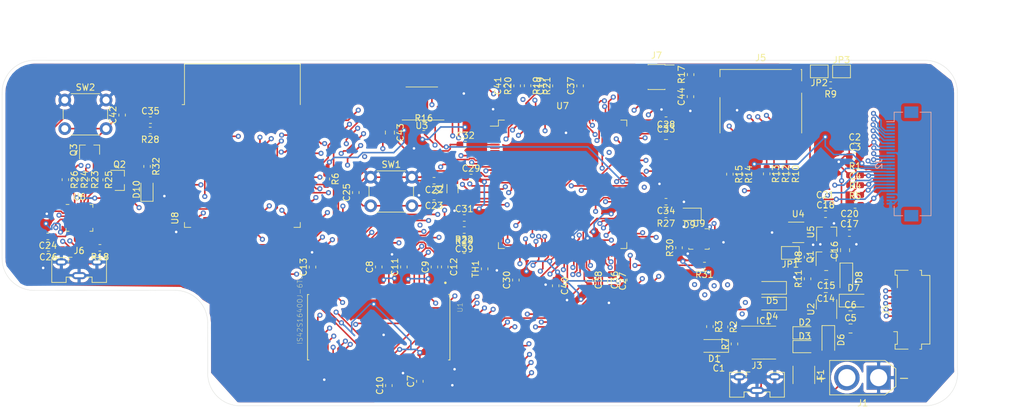
<source format=kicad_pcb>
(kicad_pcb (version 20171130) (host pcbnew "(5.1.2)-2")
  (layers (0 F.Cu power) (1 In1.Cu power) (2 In2.Cu power) (31 B.Cu power) (34 B.Paste user) (35 F.Paste user) (36 B.SilkS user) (37 F.SilkS user) (38 B.Mask user) (39 F.Mask user) (44 Edge.Cuts user))
  (net 0 "")
  (net 1 /3.3V)
  (net 2 GND)
  (net 3 /2.8V)
  (net 4 /nRST)
  (net 5 /1.2V)
  (net 6 /DCMI_PCLK)
  (net 7 /CAM_RST)
  (net 8 /NRST)
  (net 9 /USB_Debug)
  (net 10 /BAT+)
  (net 11 "Net-(D9-Pad2)")
  (net 12 "Net-(F1-Pad2)")
  (net 13 "Net-(IC1-Pad2)")
  (net 14 /SWCLK)
  (net 15 /SWDIO)
  (net 16 /I2C_SDA_1)
  (net 17 /I2C_SCK_1)
  (net 18 /DCMI_VSYNC)
  (net 19 /DCMI_HSYNC)
  (net 20 /DCMI_D7)
  (net 21 /DCMI_MCLK)
  (net 22 /DCMI_D6)
  (net 23 /DCMI_D5)
  (net 24 /DCMI_D4)
  (net 25 /DCMI_D0)
  (net 26 /DCMI_D3)
  (net 27 /DCMI_D1)
  (net 28 /DCMI_D2)
  (net 29 /SDIO_D2)
  (net 30 /SDIO_D3)
  (net 31 /SDIO_CMD)
  (net 32 /SDIO_CLK)
  (net 33 /SDIO_D0)
  (net 34 /SDIO_D1)
  (net 35 /EKRAN_ARKAPLAN)
  (net 36 "/RST(EKRAN)")
  (net 37 "/SPI_CLK(EKRAN)")
  (net 38 "Net-(JP2-Pad1)")
  (net 39 /UART_RX)
  (net 40 /UART_TX)
  (net 41 "/ESP(GPIO_0)")
  (net 42 /DTR)
  (net 43 "Net-(Q1-Pad1)")
  (net 44 "Net-(Q2-Pad1)")
  (net 45 /RTS)
  (net 46 "Net-(Q3-Pad1)")
  (net 47 "/ESP(RXD)")
  (net 48 "/ESP(TXD)")
  (net 49 /QSPI_NCS)
  (net 50 /I2C_SDA)
  (net 51 /NTC_ADC)
  (net 52 /I2C_SCL)
  (net 53 /QSPI_D3)
  (net 54 /QSPI_CLK)
  (net 55 /QSPI_D0)
  (net 56 /QSPI_D2)
  (net 57 /QSPI_D1)
  (net 58 /FMC_DQ15)
  (net 59 /FMC_DQ14)
  (net 60 /FMC_DQ13)
  (net 61 /FMC_DQ12)
  (net 62 /FMC_DQ11)
  (net 63 /FMC_DQ10)
  (net 64 /FMC_DQ9)
  (net 65 /FMC_DQ8)
  (net 66 /FMC_NBL0)
  (net 67 /FMC_SDCLK)
  (net 68 /FMC_SDKE1)
  (net 69 /FMC_A11)
  (net 70 /FMC_A9)
  (net 71 /FMC_A8)
  (net 72 /FMC_A7)
  (net 73 /FMC_A6)
  (net 74 /FMC_A5)
  (net 75 /FMC_A4)
  (net 76 /FMC_A3)
  (net 77 /FMC_A2)
  (net 78 /FMC_A1)
  (net 79 /FMC_A0)
  (net 80 /FMC_A10)
  (net 81 /FMC_BA1)
  (net 82 /FMC_BA0)
  (net 83 /FMC_SDNE1)
  (net 84 /FMC_SDNRAS)
  (net 85 /FMC_SDNCAS)
  (net 86 /FMC_SDNWE)
  (net 87 /FMC_NBL1)
  (net 88 /FMC_DQ7)
  (net 89 /FMC_DQ6)
  (net 90 /FMC_DQ5)
  (net 91 /FMC_DQ4)
  (net 92 /FMC_DQ3)
  (net 93 /FMC_DQ2)
  (net 94 /FMC_DQ1)
  (net 95 /FMC_DQ0)
  (net 96 /Interrupt)
  (net 97 "Net-(C1-Pad1)")
  (net 98 "Net-(C5-Pad1)")
  (net 99 "Net-(C22-Pad1)")
  (net 100 "Net-(C23-Pad1)")
  (net 101 "Net-(D2-Pad1)")
  (net 102 "Net-(D2-Pad2)")
  (net 103 "Net-(D3-Pad1)")
  (net 104 "Net-(D3-Pad2)")
  (net 105 "Net-(J2-Pad17)")
  (net 106 "Net-(J5-Pad11)")
  (net 107 "Net-(J5-Pad10)")
  (net 108 "Net-(J6-Pad2)")
  (net 109 "Net-(J6-Pad3)")
  (net 110 "Net-(R21-Pad2)")
  (net 111 "Net-(R23-Pad2)")
  (net 112 "/SPI_DATA(EKRAN)")
  (net 113 "/SPI_CS(EKRAN)")
  (net 114 "Net-(C16-Pad1)")
  (net 115 "Net-(C24-Pad1)")
  (net 116 "Net-(C27-Pad1)")
  (net 117 "Net-(C28-Pad1)")
  (net 118 "Net-(D10-Pad2)")
  (net 119 "Net-(R18-Pad1)")
  (net 120 "Net-(R19-Pad2)")
  (net 121 "Net-(R22-Pad1)")
  (net 122 "Net-(R24-Pad2)")
  (net 123 "Net-(R27-Pad2)")
  (net 124 "Net-(R32-Pad1)")
  (module Crystal:Crystal_SMD_3215-2Pin_3.2x1.5mm (layer F.Cu) (at 138.684 95.778 90)
    (fp_text reference Y1 (at 0 -2 90) (layer F.SilkS))
    (fp_text value "8Mhz Crystal")
    (pad 2 smd rect (at -1.25 0 90) (size 1 1.8) (layers F.Cu F.Paste F.Mask) (net 100 "Net-(C23-Pad1)"))
    (pad 1 smd rect (at 1.25 0 90) (size 1 1.8) (layers F.Cu F.Paste F.Mask) (net 99 "Net-(C22-Pad1)"))
  )
  (module Connector_FFC-FPC:Molex_200528-0070_1x07-1MP_P1.00mm_Horizontal (layer F.Cu) (at 209.55762 114.84102 90)
    (fp_text reference J4 (at 0 -2.61 90) (layer F.SilkS))
    (fp_text value Conn_01x07_Female)
    (pad 7 smd rect (at 3 -0.91 90) (size 0.4 1) (layers F.Cu F.Paste F.Mask) (net 35 /EKRAN_ARKAPLAN))
    (pad 6 smd rect (at 2 -0.91 90) (size 0.4 1) (layers F.Cu F.Paste F.Mask) (net 113 "/SPI_CS(EKRAN)"))
    (pad 5 smd rect (at 1 -0.91 90) (size 0.4 1) (layers F.Cu F.Paste F.Mask) (net 36 "/RST(EKRAN)"))
    (pad 4 smd rect (at 0 -0.91 90) (size 0.4 1) (layers F.Cu F.Paste F.Mask) (net 112 "/SPI_DATA(EKRAN)"))
    (pad 3 smd rect (at -1 -0.91 90) (size 0.4 1) (layers F.Cu F.Paste F.Mask) (net 37 "/SPI_CLK(EKRAN)"))
    (pad 2 smd rect (at -2 -0.91 90) (size 0.4 1) (layers F.Cu F.Paste F.Mask) (net 1 /3.3V))
    (pad 1 smd rect (at -3 -0.91 90) (size 0.4 1) (layers F.Cu F.Paste F.Mask) (net 2 GND))
    (pad MP smd rect (at 5.8 1.79 90) (size 2 1.3) (layers F.Cu F.Paste F.Mask))
    (pad MP smd rect (at -5.8 1.79 90) (size 2 1.3) (layers F.Cu F.Paste F.Mask))
  )
  (module Package_SO:SOP-8_3.76x4.96mm_P1.27mm (layer F.Cu) (at 187.71616 120.02516)
    (fp_text reference IC1 (at 0 -3.43) (layer F.SilkS))
    (fp_text value TP4056)
    (pad 8 smd roundrect (at 2.5375 -1.905) (size 1.975 0.65) (layers F.Cu F.Paste F.Mask) (net 97 "Net-(C1-Pad1)"))
    (pad 7 smd roundrect (at 2.5375 -0.635) (size 1.975 0.65) (layers F.Cu F.Paste F.Mask) (net 101 "Net-(D2-Pad1)"))
    (pad 6 smd roundrect (at 2.5375 0.635) (size 1.975 0.65) (layers F.Cu F.Paste F.Mask) (net 103 "Net-(D3-Pad1)"))
    (pad 5 smd roundrect (at 2.5375 1.905) (size 1.975 0.65) (layers F.Cu F.Paste F.Mask) (net 10 /BAT+))
    (pad 4 smd roundrect (at -2.5375 1.905) (size 1.975 0.65) (layers F.Cu F.Paste F.Mask) (net 97 "Net-(C1-Pad1)"))
    (pad 3 smd roundrect (at -2.5375 0.635) (size 1.975 0.65) (layers F.Cu F.Paste F.Mask) (net 2 GND))
    (pad 2 smd roundrect (at -2.5375 -0.635) (size 1.975 0.65) (layers F.Cu F.Paste F.Mask) (net 13 "Net-(IC1-Pad2)"))
    (pad 1 smd roundrect (at -2.5375 -1.905) (size 1.975 0.65) (layers F.Cu F.Paste F.Mask) (net 2 GND))
  )
  (module Capacitor_SMD:C_0603_1608Metric_Pad1.05x0.95mm_HandSolder (layer F.Cu) (at 180.62956 122.62358 180)
    (fp_text reference C1 (at 0 -1.43) (layer F.SilkS))
    (fp_text value 10uF)
    (pad 2 smd roundrect (at 0.875 0 180) (size 1.05 0.95) (layers F.Cu F.Paste F.Mask) (net 2 GND))
    (pad 1 smd roundrect (at -0.875 0 180) (size 1.05 0.95) (layers F.Cu F.Paste F.Mask) (net 97 "Net-(C1-Pad1)"))
  )
  (module Capacitor_SMD:C_0603_1608Metric_Pad1.05x0.95mm_HandSolder (layer F.Cu) (at 202.03 89.1)
    (fp_text reference C2 (at 0 -1.43) (layer F.SilkS))
    (fp_text value 15pF)
    (pad 2 smd roundrect (at 0.875 0) (size 1.05 0.95) (layers F.Cu F.Paste F.Mask) (net 6 /DCMI_PCLK))
    (pad 1 smd roundrect (at -0.875 0) (size 1.05 0.95) (layers F.Cu F.Paste F.Mask) (net 2 GND))
  )
  (module Capacitor_SMD:C_0603_1608Metric_Pad1.05x0.95mm_HandSolder (layer F.Cu) (at 202.055 90.65)
    (fp_text reference C3 (at 0 -1.43) (layer F.SilkS))
    (fp_text value 100nF)
    (pad 2 smd roundrect (at 0.875 0) (size 1.05 0.95) (layers F.Cu F.Paste F.Mask) (net 1 /3.3V))
    (pad 1 smd roundrect (at -0.875 0) (size 1.05 0.95) (layers F.Cu F.Paste F.Mask) (net 2 GND))
  )
  (module Capacitor_SMD:C_0603_1608Metric_Pad1.05x0.95mm_HandSolder (layer F.Cu) (at 202.085 95.22)
    (fp_text reference C4 (at 0 -1.43) (layer F.SilkS))
    (fp_text value 100nF)
    (pad 2 smd roundrect (at 0.875 0) (size 1.05 0.95) (layers F.Cu F.Paste F.Mask) (net 7 /CAM_RST))
    (pad 1 smd roundrect (at -0.875 0) (size 1.05 0.95) (layers F.Cu F.Paste F.Mask) (net 2 GND))
  )
  (module Capacitor_SMD:C_0805_2012Metric_Pad1.15x1.40mm_HandSolder (layer F.Cu) (at 201.36982 117.79758)
    (fp_text reference C5 (at 0 -1.65) (layer F.SilkS))
    (fp_text value 2.2uF)
    (pad 2 smd roundrect (at 1.025 0) (size 1.15 1.4) (layers F.Cu F.Paste F.Mask) (roundrect_rratio 0.217391) (net 2 GND))
    (pad 1 smd roundrect (at -1.025 0) (size 1.15 1.4) (layers F.Cu F.Paste F.Mask) (roundrect_rratio 0.217391) (net 98 "Net-(C5-Pad1)"))
  )
  (module Capacitor_SMD:C_0805_2012Metric_Pad1.15x1.40mm_HandSolder (layer F.Cu) (at 201.3585 115.72494)
    (fp_text reference C6 (at 0 -1.65) (layer F.SilkS))
    (fp_text value 2.2uF)
    (pad 2 smd roundrect (at 1.025 0) (size 1.15 1.4) (layers F.Cu F.Paste F.Mask) (roundrect_rratio 0.217391) (net 2 GND))
    (pad 1 smd roundrect (at -1.025 0) (size 1.15 1.4) (layers F.Cu F.Paste F.Mask) (roundrect_rratio 0.217391) (net 98 "Net-(C5-Pad1)"))
  )
  (module Capacitor_SMD:C_0603_1608Metric_Pad1.05x0.95mm_HandSolder (layer F.Cu) (at 133.54304 126.11478 90)
    (fp_text reference C7 (at 0 -1.43 90) (layer F.SilkS))
    (fp_text value 100nF)
    (pad 2 smd roundrect (at 0.875 0 90) (size 1.05 0.95) (layers F.Cu F.Paste F.Mask) (net 1 /3.3V))
    (pad 1 smd roundrect (at -0.875 0 90) (size 1.05 0.95) (layers F.Cu F.Paste F.Mask) (net 2 GND))
  )
  (module Capacitor_SMD:C_0603_1608Metric_Pad1.05x0.95mm_HandSolder (layer F.Cu) (at 127.07 108.105 90)
    (fp_text reference C8 (at 0 -1.43 90) (layer F.SilkS))
    (fp_text value 100nF)
    (pad 2 smd roundrect (at 0.875 0 90) (size 1.05 0.95) (layers F.Cu F.Paste F.Mask) (net 2 GND))
    (pad 1 smd roundrect (at -0.875 0 90) (size 1.05 0.95) (layers F.Cu F.Paste F.Mask) (net 1 /3.3V))
  )
  (module Capacitor_SMD:C_0805_2012Metric_Pad1.15x1.40mm_HandSolder (layer F.Cu) (at 197.4686 111.42726 180)
    (fp_text reference C14 (at 0 -1.65) (layer F.SilkS))
    (fp_text value 2.2uF)
    (pad 2 smd roundrect (at 1.025 0 180) (size 1.15 1.4) (layers F.Cu F.Paste F.Mask) (roundrect_rratio 0.217391) (net 2 GND))
    (pad 1 smd roundrect (at -1.025 0 180) (size 1.15 1.4) (layers F.Cu F.Paste F.Mask) (roundrect_rratio 0.217391) (net 1 /3.3V))
  )
  (module Capacitor_SMD:C_0805_2012Metric_Pad1.15x1.40mm_HandSolder (layer F.Cu) (at 197.53326 109.38256 180)
    (fp_text reference C15 (at 0 -1.65) (layer F.SilkS))
    (fp_text value 2.2uF)
    (pad 2 smd roundrect (at 1.025 0 180) (size 1.15 1.4) (layers F.Cu F.Paste F.Mask) (roundrect_rratio 0.217391) (net 2 GND))
    (pad 1 smd roundrect (at -1.025 0 180) (size 1.15 1.4) (layers F.Cu F.Paste F.Mask) (roundrect_rratio 0.217391) (net 1 /3.3V))
  )
  (module Capacitor_SMD:C_0805_2012Metric_Pad1.15x1.40mm_HandSolder (layer F.Cu) (at 200.50614 105.46236 90)
    (fp_text reference C16 (at 0 -1.65 90) (layer F.SilkS))
    (fp_text value 2.2uF)
    (pad 2 smd roundrect (at 1.025 0 90) (size 1.15 1.4) (layers F.Cu F.Paste F.Mask) (roundrect_rratio 0.217391) (net 2 GND))
    (pad 1 smd roundrect (at -1.025 0 90) (size 1.15 1.4) (layers F.Cu F.Paste F.Mask) (roundrect_rratio 0.217391) (net 114 "Net-(C16-Pad1)"))
  )
  (module Capacitor_SMD:C_0603_1608Metric_Pad1.05x0.95mm_HandSolder (layer F.Cu) (at 201.19 102.77)
    (fp_text reference C17 (at 0 -1.43) (layer F.SilkS))
    (fp_text value 10uF)
    (pad 2 smd roundrect (at 0.875 0) (size 1.05 0.95) (layers F.Cu F.Paste F.Mask) (net 2 GND))
    (pad 1 smd roundrect (at -0.875 0) (size 1.05 0.95) (layers F.Cu F.Paste F.Mask) (net 5 /1.2V))
  )
  (module Capacitor_SMD:C_0603_1608Metric_Pad1.05x0.95mm_HandSolder (layer F.Cu) (at 197.43 99.8)
    (fp_text reference C18 (at 0 -1.43) (layer F.SilkS))
    (fp_text value 2.2uF)
    (pad 2 smd roundrect (at 0.875 0) (size 1.05 0.95) (layers F.Cu F.Paste F.Mask) (net 2 GND))
    (pad 1 smd roundrect (at -0.875 0) (size 1.05 0.95) (layers F.Cu F.Paste F.Mask) (net 3 /2.8V))
  )
  (module Capacitor_SMD:C_0603_1608Metric_Pad1.05x0.95mm_HandSolder (layer F.Cu) (at 153.95 79.585 90)
    (fp_text reference C19 (at 0 -1.43 90) (layer F.SilkS))
    (fp_text value 100nF)
    (pad 2 smd roundrect (at 0.875 0 90) (size 1.05 0.95) (layers F.Cu F.Paste F.Mask) (net 2 GND))
    (pad 1 smd roundrect (at -0.875 0 90) (size 1.05 0.95) (layers F.Cu F.Paste F.Mask) (net 1 /3.3V))
  )
  (module Capacitor_SMD:C_0603_1608Metric_Pad1.05x0.95mm_HandSolder (layer F.Cu) (at 201.22 101.16)
    (fp_text reference C20 (at 0 -1.43) (layer F.SilkS))
    (fp_text value 100nF)
    (pad 2 smd roundrect (at 0.875 0) (size 1.05 0.95) (layers F.Cu F.Paste F.Mask) (net 2 GND))
    (pad 1 smd roundrect (at -0.875 0) (size 1.05 0.95) (layers F.Cu F.Paste F.Mask) (net 5 /1.2V))
  )
  (module Capacitor_SMD:C_0603_1608Metric_Pad1.05x0.95mm_HandSolder (layer F.Cu) (at 197.38 98.2)
    (fp_text reference C21 (at 0 -1.43) (layer F.SilkS))
    (fp_text value 100nF)
    (pad 2 smd roundrect (at 0.875 0) (size 1.05 0.95) (layers F.Cu F.Paste F.Mask) (net 2 GND))
    (pad 1 smd roundrect (at -0.875 0) (size 1.05 0.95) (layers F.Cu F.Paste F.Mask) (net 3 /2.8V))
  )
  (module Capacitor_SMD:C_0603_1608Metric_Pad1.05x0.95mm_HandSolder (layer F.Cu) (at 135.7757 94.52102 180)
    (fp_text reference C22 (at 0 -1.43) (layer F.SilkS))
    (fp_text value 20pF)
    (pad 2 smd roundrect (at 0.875 0 180) (size 1.05 0.95) (layers F.Cu F.Paste F.Mask) (net 2 GND))
    (pad 1 smd roundrect (at -0.875 0 180) (size 1.05 0.95) (layers F.Cu F.Paste F.Mask) (net 99 "Net-(C22-Pad1)"))
  )
  (module Capacitor_SMD:C_0603_1608Metric_Pad1.05x0.95mm_HandSolder (layer F.Cu) (at 135.777 97.028 180)
    (fp_text reference C23 (at 0 -1.43) (layer F.SilkS))
    (fp_text value 20pF)
    (pad 2 smd roundrect (at 0.875 0 180) (size 1.05 0.95) (layers F.Cu F.Paste F.Mask) (net 2 GND))
    (pad 1 smd roundrect (at -0.875 0 180) (size 1.05 0.95) (layers F.Cu F.Paste F.Mask) (net 100 "Net-(C23-Pad1)"))
  )
  (module Capacitor_SMD:C_0603_1608Metric_Pad1.05x0.95mm_HandSolder (layer F.Cu) (at 123.45416 96.38414 90)
    (fp_text reference C25 (at 0 -1.43 90) (layer F.SilkS))
    (fp_text value 100nF)
    (pad 2 smd roundrect (at 0.875 0 90) (size 1.05 0.95) (layers F.Cu F.Paste F.Mask) (net 2 GND))
    (pad 1 smd roundrect (at -0.875 0 90) (size 1.05 0.95) (layers F.Cu F.Paste F.Mask) (net 8 /NRST))
  )
  (module Capacitor_SMD:C_0805_2012Metric_Pad1.15x1.40mm_HandSolder (layer F.Cu) (at 163.83254 110.35908 270)
    (fp_text reference C27 (at 0 -1.65 90) (layer F.SilkS))
    (fp_text value 2.2uF)
    (pad 2 smd roundrect (at 1.025 0 270) (size 1.15 1.4) (layers F.Cu F.Paste F.Mask) (roundrect_rratio 0.217391) (net 2 GND))
    (pad 1 smd roundrect (at -1.025 0 270) (size 1.15 1.4) (layers F.Cu F.Paste F.Mask) (roundrect_rratio 0.217391) (net 116 "Net-(C27-Pad1)"))
  )
  (module Capacitor_SMD:C_0805_2012Metric_Pad1.15x1.40mm_HandSolder (layer F.Cu) (at 172.305 87.33)
    (fp_text reference C28 (at 0 -1.65) (layer F.SilkS))
    (fp_text value 2.2uF)
    (pad 2 smd roundrect (at 1.025 0) (size 1.15 1.4) (layers F.Cu F.Paste F.Mask) (roundrect_rratio 0.217391) (net 2 GND))
    (pad 1 smd roundrect (at -1.025 0) (size 1.15 1.4) (layers F.Cu F.Paste F.Mask) (roundrect_rratio 0.217391) (net 117 "Net-(C28-Pad1)"))
  )
  (module Capacitor_SMD:C_0603_1608Metric_Pad1.05x0.95mm_HandSolder (layer F.Cu) (at 141.60376 94.01302)
    (fp_text reference C29 (at 0 -1.43) (layer F.SilkS))
    (fp_text value 100nF)
    (pad 2 smd roundrect (at 0.875 0) (size 1.05 0.95) (layers F.Cu F.Paste F.Mask) (net 1 /3.3V))
    (pad 1 smd roundrect (at -0.875 0) (size 1.05 0.95) (layers F.Cu F.Paste F.Mask) (net 2 GND))
  )
  (module Capacitor_SMD:C_0603_1608Metric_Pad1.05x0.95mm_HandSolder (layer F.Cu) (at 148.66 110.165 90)
    (fp_text reference C30 (at 0 -1.43 90) (layer F.SilkS))
    (fp_text value 100nF)
    (pad 2 smd roundrect (at 0.875 0 90) (size 1.05 0.95) (layers F.Cu F.Paste F.Mask) (net 1 /3.3V))
    (pad 1 smd roundrect (at -0.875 0 90) (size 1.05 0.95) (layers F.Cu F.Paste F.Mask) (net 2 GND))
  )
  (module Capacitor_SMD:C_0603_1608Metric_Pad1.05x0.95mm_HandSolder (layer F.Cu) (at 140.535 100.39)
    (fp_text reference C31 (at 0 -1.43) (layer F.SilkS))
    (fp_text value 100nF)
    (pad 2 smd roundrect (at 0.875 0) (size 1.05 0.95) (layers F.Cu F.Paste F.Mask) (net 1 /3.3V))
    (pad 1 smd roundrect (at -0.875 0) (size 1.05 0.95) (layers F.Cu F.Paste F.Mask) (net 2 GND))
  )
  (module Capacitor_SMD:C_0603_1608Metric_Pad1.05x0.95mm_HandSolder (layer F.Cu) (at 140.725 88.83)
    (fp_text reference C32 (at 0 -1.43) (layer F.SilkS))
    (fp_text value 100nF)
    (pad 2 smd roundrect (at 0.875 0) (size 1.05 0.95) (layers F.Cu F.Paste F.Mask) (net 1 /3.3V))
    (pad 1 smd roundrect (at -0.875 0) (size 1.05 0.95) (layers F.Cu F.Paste F.Mask) (net 2 GND))
  )
  (module Capacitor_SMD:C_0603_1608Metric_Pad1.05x0.95mm_HandSolder (layer F.Cu) (at 172.305 84.98 180)
    (fp_text reference C33 (at 0 -1.43) (layer F.SilkS))
    (fp_text value 100nF)
    (pad 2 smd roundrect (at 0.875 0 180) (size 1.05 0.95) (layers F.Cu F.Paste F.Mask) (net 1 /3.3V))
    (pad 1 smd roundrect (at -0.875 0 180) (size 1.05 0.95) (layers F.Cu F.Paste F.Mask) (net 2 GND))
  )
  (module Capacitor_SMD:C_0603_1608Metric_Pad1.05x0.95mm_HandSolder (layer F.Cu) (at 172.305 97.82 180)
    (fp_text reference C34 (at 0 -1.43) (layer F.SilkS))
    (fp_text value 100nF)
    (pad 2 smd roundrect (at 0.875 0 180) (size 1.05 0.95) (layers F.Cu F.Paste F.Mask) (net 1 /3.3V))
    (pad 1 smd roundrect (at -0.875 0 180) (size 1.05 0.95) (layers F.Cu F.Paste F.Mask) (net 2 GND))
  )
  (module Capacitor_SMD:C_0603_1608Metric_Pad1.05x0.95mm_HandSolder (layer F.Cu) (at 91.115 84.98)
    (fp_text reference C35 (at 0 -1.43) (layer F.SilkS))
    (fp_text value 100nF)
    (pad 2 smd roundrect (at 0.875 0) (size 1.05 0.95) (layers F.Cu F.Paste F.Mask) (net 1 /3.3V))
    (pad 1 smd roundrect (at -0.875 0) (size 1.05 0.95) (layers F.Cu F.Paste F.Mask) (net 2 GND))
  )
  (module Capacitor_SMD:C_0603_1608Metric_Pad1.05x0.95mm_HandSolder (layer F.Cu) (at 165.65 110.165 90)
    (fp_text reference C36 (at 0 -1.43 90) (layer F.SilkS))
    (fp_text value 100nF)
    (pad 2 smd roundrect (at 0.875 0 90) (size 1.05 0.95) (layers F.Cu F.Paste F.Mask) (net 1 /3.3V))
    (pad 1 smd roundrect (at -0.875 0 90) (size 1.05 0.95) (layers F.Cu F.Paste F.Mask) (net 2 GND))
  )
  (module Capacitor_SMD:C_0603_1608Metric_Pad1.05x0.95mm_HandSolder (layer F.Cu) (at 158.77 79.585 90)
    (fp_text reference C37 (at 0 -1.43 90) (layer F.SilkS))
    (fp_text value 100nF)
    (pad 2 smd roundrect (at 0.875 0 90) (size 1.05 0.95) (layers F.Cu F.Paste F.Mask) (net 2 GND))
    (pad 1 smd roundrect (at -0.875 0 90) (size 1.05 0.95) (layers F.Cu F.Paste F.Mask) (net 1 /3.3V))
  )
  (module Capacitor_SMD:C_0603_1608Metric_Pad1.05x0.95mm_HandSolder (layer F.Cu) (at 160.25 110.165 270)
    (fp_text reference C38 (at 0 -1.43 90) (layer F.SilkS))
    (fp_text value 100nF)
    (pad 2 smd roundrect (at 0.875 0 270) (size 1.05 0.95) (layers F.Cu F.Paste F.Mask) (net 2 GND))
    (pad 1 smd roundrect (at -0.875 0 270) (size 1.05 0.95) (layers F.Cu F.Paste F.Mask) (net 1 /3.3V))
  )
  (module Capacitor_SMD:C_0603_1608Metric_Pad1.05x0.95mm_HandSolder (layer F.Cu) (at 140.52172 103.84282 180)
    (fp_text reference C39 (at 0 -1.43) (layer F.SilkS))
    (fp_text value 100nF)
    (pad 2 smd roundrect (at 0.875 0 180) (size 1.05 0.95) (layers F.Cu F.Paste F.Mask) (net 2 GND))
    (pad 1 smd roundrect (at -0.875 0 180) (size 1.05 0.95) (layers F.Cu F.Paste F.Mask) (net 1 /3.3V))
  )
  (module Capacitor_SMD:C_0603_1608Metric_Pad1.05x0.95mm_HandSolder (layer F.Cu) (at 154.93238 111.06912 270)
    (fp_text reference C40 (at 0 -1.43 90) (layer F.SilkS))
    (fp_text value 100nF)
    (pad 2 smd roundrect (at 0.875 0 270) (size 1.05 0.95) (layers F.Cu F.Paste F.Mask) (net 2 GND))
    (pad 1 smd roundrect (at -0.875 0 270) (size 1.05 0.95) (layers F.Cu F.Paste F.Mask) (net 1 /3.3V))
  )
  (module Capacitor_SMD:C_0603_1608Metric_Pad1.05x0.95mm_HandSolder (layer F.Cu) (at 147.25 79.585 90)
    (fp_text reference C41 (at 0 -1.43 90) (layer F.SilkS))
    (fp_text value 100nF)
    (pad 2 smd roundrect (at 0.875 0 90) (size 1.05 0.95) (layers F.Cu F.Paste F.Mask) (net 2 GND))
    (pad 1 smd roundrect (at -0.875 0 90) (size 1.05 0.95) (layers F.Cu F.Paste F.Mask) (net 1 /3.3V))
  )
  (module Capacitor_SMD:C_0603_1608Metric_Pad1.05x0.95mm_HandSolder (layer F.Cu) (at 86.65 84.185 90)
    (fp_text reference C42 (at 0 -1.43 90) (layer F.SilkS))
    (fp_text value 100nF)
    (pad 2 smd roundrect (at 0.875 0 90) (size 1.05 0.95) (layers F.Cu F.Paste F.Mask) (net 2 GND))
    (pad 1 smd roundrect (at -0.875 0 90) (size 1.05 0.95) (layers F.Cu F.Paste F.Mask) (net 4 /nRST))
  )
  (module Capacitor_SMD:C_0805_2012Metric_Pad1.15x1.40mm_HandSolder (layer F.Cu) (at 128.82118 86.94028 270)
    (fp_text reference C43 (at 0 -1.65 90) (layer F.SilkS))
    (fp_text value 2.2uF)
    (pad 2 smd roundrect (at 1.025 0 270) (size 1.15 1.4) (layers F.Cu F.Paste F.Mask) (roundrect_rratio 0.217391) (net 2 GND))
    (pad 1 smd roundrect (at -1.025 0 270) (size 1.15 1.4) (layers F.Cu F.Paste F.Mask) (roundrect_rratio 0.217391) (net 1 /3.3V))
  )
  (module Capacitor_SMD:C_0603_1608Metric_Pad1.05x0.95mm_HandSolder (layer F.Cu) (at 176.1617 81.28638 90)
    (fp_text reference C44 (at 0 -1.43 90) (layer F.SilkS))
    (fp_text value 10uF)
    (pad 2 smd roundrect (at 0.875 0 90) (size 1.05 0.95) (layers F.Cu F.Paste F.Mask) (net 1 /3.3V))
    (pad 1 smd roundrect (at -0.875 0 90) (size 1.05 0.95) (layers F.Cu F.Paste F.Mask) (net 2 GND))
  )
  (module Diode_SMD:D_SOD-123 (layer F.Cu) (at 179.90566 120.54332 180)
    (fp_text reference D1 (at 0 -2) (layer F.SilkS))
    (fp_text value D_Zener)
    (pad 2 smd rect (at 1.65 0 180) (size 0.9 1.2) (layers F.Cu F.Paste F.Mask) (net 2 GND))
    (pad 1 smd rect (at -1.65 0 180) (size 0.9 1.2) (layers F.Cu F.Paste F.Mask) (net 97 "Net-(C1-Pad1)"))
  )
  (module LED_SMD:LED_0805_2012Metric_Pad1.15x1.40mm_HandSolder (layer F.Cu) (at 194.14628 118.47576)
    (fp_text reference D2 (at 0 -1.65) (layer F.SilkS))
    (fp_text value LED_RED)
    (pad 2 smd roundrect (at 1.025 0) (size 1.15 1.4) (layers F.Cu F.Paste F.Mask) (roundrect_rratio 0.217391) (net 102 "Net-(D2-Pad2)"))
    (pad 1 smd roundrect (at -1.025 0) (size 1.15 1.4) (layers F.Cu F.Paste F.Mask) (roundrect_rratio 0.217391) (net 101 "Net-(D2-Pad1)"))
  )
  (module LED_SMD:LED_0805_2012Metric_Pad1.15x1.40mm_HandSolder (layer F.Cu) (at 194.14628 120.65)
    (fp_text reference D3 (at 0 -1.65) (layer F.SilkS))
    (fp_text value LED_GREEN)
    (pad 2 smd roundrect (at 1.025 0) (size 1.15 1.4) (layers F.Cu F.Paste F.Mask) (roundrect_rratio 0.217391) (net 104 "Net-(D3-Pad2)"))
    (pad 1 smd roundrect (at -1.025 0) (size 1.15 1.4) (layers F.Cu F.Paste F.Mask) (roundrect_rratio 0.217391) (net 103 "Net-(D3-Pad1)"))
  )
  (module Diode_SMD:D_SOD-123 (layer F.Cu) (at 189.01 113.88 180)
    (fp_text reference D4 (at 0 -2) (layer F.SilkS))
    (fp_text value D_Schottky)
    (pad 2 smd rect (at 1.65 0 180) (size 0.9 1.2) (layers F.Cu F.Paste F.Mask))
    (pad 1 smd rect (at -1.65 0 180) (size 0.9 1.2) (layers F.Cu F.Paste F.Mask) (net 98 "Net-(C5-Pad1)"))
  )
  (module Diode_SMD:D_SOD-123 (layer F.Cu) (at 189.02 111.4 180)
    (fp_text reference D5 (at 0 -2) (layer F.SilkS))
    (fp_text value D_Schottky)
    (pad 2 smd rect (at 1.65 0 180) (size 0.9 1.2) (layers F.Cu F.Paste F.Mask) (net 9 /USB_Debug))
    (pad 1 smd rect (at -1.65 0 180) (size 0.9 1.2) (layers F.Cu F.Paste F.Mask) (net 98 "Net-(C5-Pad1)"))
  )
  (module Diode_SMD:D_SOD-123 (layer F.Cu) (at 197.87108 119.59336 270)
    (fp_text reference D6 (at 0 -2 90) (layer F.SilkS))
    (fp_text value D_Schottky)
    (pad 2 smd rect (at 1.65 0 270) (size 0.9 1.2) (layers F.Cu F.Paste F.Mask) (net 10 /BAT+))
    (pad 1 smd rect (at -1.65 0 270) (size 0.9 1.2) (layers F.Cu F.Paste F.Mask) (net 98 "Net-(C5-Pad1)"))
  )
  (module Diode_SMD:D_SOD-123 (layer F.Cu) (at 201.83856 113.40338)
    (fp_text reference D7 (at 0 -2) (layer F.SilkS))
    (fp_text value D_Zener)
    (pad 2 smd rect (at 1.65 0) (size 0.9 1.2) (layers F.Cu F.Paste F.Mask) (net 2 GND))
    (pad 1 smd rect (at -1.65 0) (size 0.9 1.2) (layers F.Cu F.Paste F.Mask) (net 98 "Net-(C5-Pad1)"))
  )
  (module Diode_SMD:D_SOD-123 (layer F.Cu) (at 200.70614 109.74236 270)
    (fp_text reference D8 (at 0 -2 90) (layer F.SilkS))
    (fp_text value D_Zener)
    (pad 2 smd rect (at 1.65 0 270) (size 0.9 1.2) (layers F.Cu F.Paste F.Mask) (net 2 GND))
    (pad 1 smd rect (at -1.65 0 270) (size 0.9 1.2) (layers F.Cu F.Paste F.Mask) (net 1 /3.3V))
  )
  (module LED_SMD:LED_0805_2012Metric_Pad1.15x1.40mm_HandSolder (layer F.Cu) (at 175.99268 99.8093 180)
    (fp_text reference D9 (at 0 -1.65) (layer F.SilkS))
    (fp_text value LED_GREEN)
    (pad 2 smd roundrect (at 1.025 0 180) (size 1.15 1.4) (layers F.Cu F.Paste F.Mask) (roundrect_rratio 0.217391) (net 11 "Net-(D9-Pad2)"))
    (pad 1 smd roundrect (at -1.025 0 180) (size 1.15 1.4) (layers F.Cu F.Paste F.Mask) (roundrect_rratio 0.217391) (net 2 GND))
  )
  (module LED_SMD:LED_0805_2012Metric_Pad1.15x1.40mm_HandSolder (layer F.Cu) (at 90.57 95.9 90)
    (fp_text reference D10 (at 0 -1.65 90) (layer F.SilkS))
    (fp_text value LED_GREEN)
    (pad 2 smd roundrect (at 1.025 0 90) (size 1.15 1.4) (layers F.Cu F.Paste F.Mask) (roundrect_rratio 0.217391) (net 118 "Net-(D10-Pad2)"))
    (pad 1 smd roundrect (at -1.025 0 90) (size 1.15 1.4) (layers F.Cu F.Paste F.Mask) (roundrect_rratio 0.217391) (net 2 GND))
  )
  (module Fuse:Fuse_1812_4532Metric_Pad1.30x3.40mm_HandSolder (layer F.Cu) (at 194.01536 125.10774 270)
    (fp_text reference F1 (at 0 -2.65 90) (layer F.SilkS))
    (fp_text value Fuse)
    (pad 2 smd roundrect (at 2.225 0 270) (size 1.3 3.4) (layers F.Cu F.Paste F.Mask) (roundrect_rratio 0.192308) (net 12 "Net-(F1-Pad2)"))
    (pad 1 smd roundrect (at -2.225 0 270) (size 1.3 3.4) (layers F.Cu F.Paste F.Mask) (roundrect_rratio 0.192308) (net 10 /BAT+))
  )
  (module Connector_FFC-FPC:Hirose_FH12-26S-0.5SH_1x26-1MP_P0.50mm_Horizontal (layer B.Cu) (at 209.53984 91.8845 270)
    (fp_text reference J2 (at 0 3.7 270) (layer B.SilkS) (effects (justify mirror)))
    (fp_text value Conn_01x26_Male)
    (pad 26 smd rect (at 6.25 1.85 270) (size 0.3 1.3) (layers B.Cu B.Paste B.Mask) (net 2 GND))
    (pad 25 smd rect (at 5.75 1.85 270) (size 0.3 1.3) (layers B.Cu B.Paste B.Mask) (net 2 GND))
    (pad 24 smd rect (at 5.25 1.85 270) (size 0.3 1.3) (layers B.Cu B.Paste B.Mask))
    (pad 23 smd rect (at 4.75 1.85 270) (size 0.3 1.3) (layers B.Cu B.Paste B.Mask) (net 2 GND))
    (pad 22 smd rect (at 4.25 1.85 270) (size 0.3 1.3) (layers B.Cu B.Paste B.Mask) (net 16 /I2C_SDA_1))
    (pad 21 smd rect (at 3.75 1.85 270) (size 0.3 1.3) (layers B.Cu B.Paste B.Mask) (net 3 /2.8V))
    (pad 20 smd rect (at 3.25 1.85 270) (size 0.3 1.3) (layers B.Cu B.Paste B.Mask) (net 17 /I2C_SCK_1))
    (pad 19 smd rect (at 2.75 1.85 270) (size 0.3 1.3) (layers B.Cu B.Paste B.Mask) (net 7 /CAM_RST))
    (pad 18 smd rect (at 2.25 1.85 270) (size 0.3 1.3) (layers B.Cu B.Paste B.Mask) (net 18 /DCMI_VSYNC))
    (pad 17 smd rect (at 1.75 1.85 270) (size 0.3 1.3) (layers B.Cu B.Paste B.Mask) (net 105 "Net-(J2-Pad17)"))
    (pad 16 smd rect (at 1.25 1.85 270) (size 0.3 1.3) (layers B.Cu B.Paste B.Mask) (net 19 /DCMI_HSYNC))
    (pad 15 smd rect (at 0.75 1.85 270) (size 0.3 1.3) (layers B.Cu B.Paste B.Mask) (net 5 /1.2V))
    (pad 14 smd rect (at 0.25 1.85 270) (size 0.3 1.3) (layers B.Cu B.Paste B.Mask) (net 1 /3.3V))
    (pad 13 smd rect (at -0.25 1.85 270) (size 0.3 1.3) (layers B.Cu B.Paste B.Mask) (net 20 /DCMI_D7))
    (pad 12 smd rect (at -0.75 1.85 270) (size 0.3 1.3) (layers B.Cu B.Paste B.Mask) (net 21 /DCMI_MCLK))
    (pad 11 smd rect (at -1.25 1.85 270) (size 0.3 1.3) (layers B.Cu B.Paste B.Mask) (net 22 /DCMI_D6))
    (pad 10 smd rect (at -1.75 1.85 270) (size 0.3 1.3) (layers B.Cu B.Paste B.Mask) (net 2 GND))
    (pad 9 smd rect (at -2.25 1.85 270) (size 0.3 1.3) (layers B.Cu B.Paste B.Mask) (net 23 /DCMI_D5))
    (pad 8 smd rect (at -2.75 1.85 270) (size 0.3 1.3) (layers B.Cu B.Paste B.Mask) (net 6 /DCMI_PCLK))
    (pad 7 smd rect (at -3.25 1.85 270) (size 0.3 1.3) (layers B.Cu B.Paste B.Mask) (net 24 /DCMI_D4))
    (pad 6 smd rect (at -3.75 1.85 270) (size 0.3 1.3) (layers B.Cu B.Paste B.Mask) (net 25 /DCMI_D0))
    (pad 5 smd rect (at -4.25 1.85 270) (size 0.3 1.3) (layers B.Cu B.Paste B.Mask) (net 26 /DCMI_D3))
    (pad 4 smd rect (at -4.75 1.85 270) (size 0.3 1.3) (layers B.Cu B.Paste B.Mask) (net 27 /DCMI_D1))
    (pad 3 smd rect (at -5.25 1.85 270) (size 0.3 1.3) (layers B.Cu B.Paste B.Mask) (net 28 /DCMI_D2))
    (pad 2 smd rect (at -5.75 1.85 270) (size 0.3 1.3) (layers B.Cu B.Paste B.Mask))
    (pad 1 smd rect (at -6.25 1.85 270) (size 0.3 1.3) (layers B.Cu B.Paste B.Mask))
    (pad MP smd rect (at -8.15 -1.4 270) (size 1.8 2.2) (layers B.Cu B.Paste B.Mask))
    (pad MP smd rect (at 8.15 -1.4 270) (size 1.8 2.2) (layers B.Cu B.Paste B.Mask))
  )
  (module Connector_USB:USB_Micro-B_Molex-105133-0031 (layer F.Cu) (at 186.63666 126.4793)
    (fp_text reference J3 (at 0 -2.85) (layer F.SilkS))
    (fp_text value USB_B_Micro)
    (pad 6 thru_hole oval (at 0 1.075) (size 2.2 1.1) (drill oval 1.6 0.5) (layers *.Cu *.Mask) (net 2 GND))
    (pad 6 thru_hole oval (at 2.8 -1.075) (size 1.8 1.1) (drill oval 1.2 0.5) (layers *.Cu *.Mask) (net 2 GND))
    (pad 6 thru_hole oval (at -2.8 -1.075) (size 1.8 1.1) (drill oval 1.2 0.5) (layers *.Cu *.Mask) (net 2 GND))
    (pad 1 smd rect (at -1.3 -0.825) (size 0.45 1.5) (layers F.Cu F.Paste F.Mask) (net 97 "Net-(C1-Pad1)"))
    (pad 5 smd rect (at 1.3 -0.825) (size 0.45 1.5) (layers F.Cu F.Paste F.Mask) (net 2 GND))
    (pad 2 smd rect (at -0.65 -0.825) (size 0.45 1.5) (layers F.Cu F.Paste F.Mask))
    (pad 4 smd rect (at 0.65 -0.825) (size 0.45 1.5) (layers F.Cu F.Paste F.Mask) (net 2 GND))
    (pad 3 smd rect (at 0 -0.825) (size 0.45 1.5) (layers F.Cu F.Paste F.Mask))
  )
  (module Connector_Card:microSD_HC_Hirose_DM3D-SF (layer F.Cu) (at 187.24 82.79)
    (fp_text reference J5 (at -0.025 -7.625) (layer F.SilkS))
    (fp_text value Micro_SD_Card_Det)
    (pad 10 smd rect (at 5.575 -5.45) (size 1 1.55) (layers F.Cu F.Paste F.Mask) (net 107 "Net-(J5-Pad10)"))
    (pad 11 smd rect (at 5.625 5.225) (size 1.5 1.5) (layers F.Cu F.Paste F.Mask) (net 106 "Net-(J5-Pad11)"))
    (pad 1 smd rect (at 3.175 5.35) (size 0.7 1.75) (layers F.Cu F.Paste F.Mask) (net 29 /SDIO_D2))
    (pad 2 smd rect (at 2.075 5.35) (size 0.7 1.75) (layers F.Cu F.Paste F.Mask) (net 30 /SDIO_D3))
    (pad 3 smd rect (at 0.975 5.35) (size 0.7 1.75) (layers F.Cu F.Paste F.Mask) (net 31 /SDIO_CMD))
    (pad 4 smd rect (at -0.125 5.35) (size 0.7 1.75) (layers F.Cu F.Paste F.Mask) (net 1 /3.3V))
    (pad 5 smd rect (at -1.225 5.35) (size 0.7 1.75) (layers F.Cu F.Paste F.Mask) (net 32 /SDIO_CLK))
    (pad 6 smd rect (at -2.325 5.35) (size 0.7 1.75) (layers F.Cu F.Paste F.Mask) (net 2 GND))
    (pad 7 smd rect (at -3.425 5.35) (size 0.7 1.75) (layers F.Cu F.Paste F.Mask) (net 33 /SDIO_D0))
    (pad 11 smd rect (at 5.975 -3.025) (size 0.8 1.4) (layers F.Cu F.Paste F.Mask) (net 106 "Net-(J5-Pad11)"))
    (pad 9 smd rect (at -5.65 -3.875) (size 1.45 1) (layers F.Cu F.Paste F.Mask) (net 2 GND))
    (pad 11 smd rect (at -5.975 -2.375) (size 0.8 1.5) (layers F.Cu F.Paste F.Mask) (net 106 "Net-(J5-Pad11)"))
    (pad 11 smd rect (at -5.725 5.225) (size 1.3 1.5) (layers F.Cu F.Paste F.Mask) (net 106 "Net-(J5-Pad11)"))
    (pad 8 smd rect (at -4.525 5.35) (size 0.7 1.75) (layers F.Cu F.Paste F.Mask) (net 34 /SDIO_D1))
  )
  (module Connector_USB:USB_Micro-B_Molex-105133-0031 (layer F.Cu) (at 79.88 108.4)
    (fp_text reference J6 (at 0 -2.85) (layer F.SilkS))
    (fp_text value USB_B_Micro)
    (pad 6 thru_hole oval (at 0 1.075) (size 2.2 1.1) (drill oval 1.6 0.5) (layers *.Cu *.Mask) (net 2 GND))
    (pad 6 thru_hole oval (at 2.8 -1.075) (size 1.8 1.1) (drill oval 1.2 0.5) (layers *.Cu *.Mask) (net 2 GND))
    (pad 6 thru_hole oval (at -2.8 -1.075) (size 1.8 1.1) (drill oval 1.2 0.5) (layers *.Cu *.Mask) (net 2 GND))
    (pad 1 smd rect (at -1.3 -0.825) (size 0.45 1.5) (layers F.Cu F.Paste F.Mask) (net 115 "Net-(C24-Pad1)"))
    (pad 5 smd rect (at 1.3 -0.825) (size 0.45 1.5) (layers F.Cu F.Paste F.Mask) (net 2 GND))
    (pad 2 smd rect (at -0.65 -0.825) (size 0.45 1.5) (layers F.Cu F.Paste F.Mask) (net 108 "Net-(J6-Pad2)"))
    (pad 4 smd rect (at 0.65 -0.825) (size 0.45 1.5) (layers F.Cu F.Paste F.Mask))
    (pad 3 smd rect (at 0 -0.825) (size 0.45 1.5) (layers F.Cu F.Paste F.Mask) (net 109 "Net-(J6-Pad3)"))
  )
  (module Jumper:SolderJumper-2_P1.3mm_Open_TrianglePad1.0x1.5mm (layer F.Cu) (at 191.88828 105.89006 180)
    (fp_text reference JP1 (at 0 -1.8) (layer F.SilkS))
    (fp_text value Jumper_NC_Small)
    (pad 1 smd custom (at -0.725 0 180) (size 0.3 0.3) (layers F.Cu F.Mask) (net 1 /3.3V) (options (clearance outline) (anchor rect)) (primitives (gr_poly (pts (xy -0.5 -0.75) (xy 0.5 -0.75) (xy 1 0) (xy 0.5 0.75) (xy -0.5 0.75)) (width 0))))
    (pad 2 smd custom (at 0.725 0 180) (size 0.3 0.3) (layers F.Cu F.Mask) (net 114 "Net-(C16-Pad1)") (options (clearance outline) (anchor rect)) (primitives (gr_poly (pts (xy -0.65 -0.75) (xy 0.5 -0.75) (xy 0.5 0.75) (xy -0.65 0.75) (xy -0.15 0)) (width 0))))
  )
  (module Jumper:SolderJumper-2_P1.3mm_Open_TrianglePad1.0x1.5mm (layer F.Cu) (at 196.44 77.31 180)
    (fp_text reference JP2 (at 0 -1.8) (layer F.SilkS))
    (fp_text value Jumper_NC_Small)
    (pad 1 smd custom (at -0.725 0 180) (size 0.3 0.3) (layers F.Cu F.Mask) (net 38 "Net-(JP2-Pad1)") (options (clearance outline) (anchor rect)) (primitives (gr_poly (pts (xy -0.5 -0.75) (xy 0.5 -0.75) (xy 1 0) (xy 0.5 0.75) (xy -0.5 0.75)) (width 0))))
    (pad 2 smd custom (at 0.725 0 180) (size 0.3 0.3) (layers F.Cu F.Mask) (net 107 "Net-(J5-Pad10)") (options (clearance outline) (anchor rect)) (primitives (gr_poly (pts (xy -0.65 -0.75) (xy 0.5 -0.75) (xy 0.5 0.75) (xy -0.65 0.75) (xy -0.15 0)) (width 0))))
  )
  (module Jumper:SolderJumper-2_P1.3mm_Open_TrianglePad1.0x1.5mm (layer F.Cu) (at 199.95 77.31)
    (fp_text reference JP3 (at 0 -1.8) (layer F.SilkS))
    (fp_text value Jumper_NC_Small)
    (pad 1 smd custom (at -0.725 0) (size 0.3 0.3) (layers F.Cu F.Mask) (net 38 "Net-(JP2-Pad1)") (options (clearance outline) (anchor rect)) (primitives (gr_poly (pts (xy -0.5 -0.75) (xy 0.5 -0.75) (xy 1 0) (xy 0.5 0.75) (xy -0.5 0.75)) (width 0))))
    (pad 2 smd custom (at 0.725 0) (size 0.3 0.3) (layers F.Cu F.Mask) (net 2 GND) (options (clearance outline) (anchor rect)) (primitives (gr_poly (pts (xy -0.65 -0.75) (xy 0.5 -0.75) (xy 0.5 0.75) (xy -0.65 0.75) (xy -0.15 0)) (width 0))))
  )
  (module Package_TO_SOT_SMD:SOT-23 (layer F.Cu) (at 197.53 106.5 90)
    (fp_text reference Q1 (at 0 -2.5 90) (layer F.SilkS))
    (fp_text value Q_PMOS_GSD)
    (pad 3 smd rect (at 1 0 90) (size 0.9 0.8) (layers F.Cu F.Paste F.Mask) (net 1 /3.3V))
    (pad 2 smd rect (at -1 0.95 90) (size 0.9 0.8) (layers F.Cu F.Paste F.Mask) (net 114 "Net-(C16-Pad1)"))
    (pad 1 smd rect (at -1 -0.95 90) (size 0.9 0.8) (layers F.Cu F.Paste F.Mask) (net 43 "Net-(Q1-Pad1)"))
  )
  (module Package_TO_SOT_SMD:SOT-23 (layer F.Cu) (at 86.24494 94.46764)
    (fp_text reference Q2 (at 0 -2.5) (layer F.SilkS))
    (fp_text value Q_NPN_BEC)
    (pad 3 smd rect (at 1 0) (size 0.9 0.8) (layers F.Cu F.Paste F.Mask) (net 41 "/ESP(GPIO_0)"))
    (pad 2 smd rect (at -1 0.95) (size 0.9 0.8) (layers F.Cu F.Paste F.Mask) (net 42 /DTR))
    (pad 1 smd rect (at -1 -0.95) (size 0.9 0.8) (layers F.Cu F.Paste F.Mask) (net 44 "Net-(Q2-Pad1)"))
  )
  (module Package_TO_SOT_SMD:SOT-23 (layer F.Cu) (at 81.52892 89.66962 90)
    (fp_text reference Q3 (at 0 -2.5 90) (layer F.SilkS))
    (fp_text value Q_NPN_BEC)
    (pad 3 smd rect (at 1 0 90) (size 0.9 0.8) (layers F.Cu F.Paste F.Mask) (net 4 /nRST))
    (pad 2 smd rect (at -1 0.95 90) (size 0.9 0.8) (layers F.Cu F.Paste F.Mask) (net 45 /RTS))
    (pad 1 smd rect (at -1 -0.95 90) (size 0.9 0.8) (layers F.Cu F.Paste F.Mask) (net 46 "Net-(Q3-Pad1)"))
  )
  (module Resistor_SMD:R_0603_1608Metric_Pad1.05x0.95mm_HandSolder (layer F.Cu) (at 202.08 93.66)
    (fp_text reference R1 (at 0 -1.43) (layer F.SilkS))
    (fp_text value 1k)
    (pad 2 smd roundrect (at 0.875 0) (size 1.05 0.95) (layers F.Cu F.Paste F.Mask) (net 105 "Net-(J2-Pad17)"))
    (pad 1 smd roundrect (at -0.875 0) (size 1.05 0.95) (layers F.Cu F.Paste F.Mask) (net 2 GND))
  )
  (module Resistor_SMD:R_0603_1608Metric_Pad1.05x0.95mm_HandSolder (layer F.Cu) (at 181.51856 117.54488 270)
    (fp_text reference R2 (at 0 -1.43 90) (layer F.SilkS))
    (fp_text value 1k)
    (pad 2 smd roundrect (at 0.875 0 270) (size 1.05 0.95) (layers F.Cu F.Paste F.Mask) (net 97 "Net-(C1-Pad1)"))
    (pad 1 smd roundrect (at -0.875 0 270) (size 1.05 0.95) (layers F.Cu F.Paste F.Mask) (net 102 "Net-(D2-Pad2)"))
  )
  (module Resistor_SMD:R_0603_1608Metric_Pad1.05x0.95mm_HandSolder (layer F.Cu) (at 179.21732 117.49662 270)
    (fp_text reference R3 (at 0 -1.43 90) (layer F.SilkS))
    (fp_text value 1k)
    (pad 2 smd roundrect (at 0.875 0 270) (size 1.05 0.95) (layers F.Cu F.Paste F.Mask) (net 97 "Net-(C1-Pad1)"))
    (pad 1 smd roundrect (at -0.875 0 270) (size 1.05 0.95) (layers F.Cu F.Paste F.Mask) (net 104 "Net-(D3-Pad2)"))
  )
  (module Resistor_SMD:R_0603_1608Metric_Pad1.05x0.95mm_HandSolder (layer F.Cu) (at 202.095 96.76)
    (fp_text reference R4 (at 0 -1.43) (layer F.SilkS))
    (fp_text value 4.7k)
    (pad 2 smd roundrect (at 0.875 0) (size 1.05 0.95) (layers F.Cu F.Paste F.Mask) (net 17 /I2C_SCK_1))
    (pad 1 smd roundrect (at -0.875 0) (size 1.05 0.95) (layers F.Cu F.Paste F.Mask) (net 1 /3.3V))
  )
  (module Resistor_SMD:R_0603_1608Metric_Pad1.05x0.95mm_HandSolder (layer F.Cu) (at 202.08 98.34)
    (fp_text reference R5 (at 0 -1.43) (layer F.SilkS))
    (fp_text value 4.7k)
    (pad 2 smd roundrect (at 0.875 0) (size 1.05 0.95) (layers F.Cu F.Paste F.Mask) (net 16 /I2C_SDA_1))
    (pad 1 smd roundrect (at -0.875 0) (size 1.05 0.95) (layers F.Cu F.Paste F.Mask) (net 1 /3.3V))
  )
  (module Resistor_SMD:R_0603_1608Metric_Pad1.05x0.95mm_HandSolder (layer F.Cu) (at 118.8085 94.248 270)
    (fp_text reference R6 (at 0 -1.43 90) (layer F.SilkS))
    (fp_text value 4.7k)
    (pad 2 smd roundrect (at 0.875 0 270) (size 1.05 0.95) (layers F.Cu F.Paste F.Mask) (net 7 /CAM_RST))
    (pad 1 smd roundrect (at -0.875 0 270) (size 1.05 0.95) (layers F.Cu F.Paste F.Mask) (net 1 /3.3V))
  )
  (module Resistor_SMD:R_0603_1608Metric_Pad1.05x0.95mm_HandSolder (layer F.Cu) (at 183.09 120.23 90)
    (fp_text reference R7 (at 0 -1.43 90) (layer F.SilkS))
    (fp_text value 1.2k)
    (pad 2 smd roundrect (at 0.875 0 90) (size 1.05 0.95) (layers F.Cu F.Paste F.Mask) (net 13 "Net-(IC1-Pad2)"))
    (pad 1 smd roundrect (at -0.875 0 90) (size 1.05 0.95) (layers F.Cu F.Paste F.Mask) (net 2 GND))
  )
  (module Resistor_SMD:R_0603_1608Metric_Pad1.05x0.95mm_HandSolder (layer F.Cu) (at 194.6 106.54 90)
    (fp_text reference R8 (at 0 -1.43 90) (layer F.SilkS))
    (fp_text value 10k)
    (pad 2 smd roundrect (at 0.875 0 90) (size 1.05 0.95) (layers F.Cu F.Paste F.Mask) (net 1 /3.3V))
    (pad 1 smd roundrect (at -0.875 0 90) (size 1.05 0.95) (layers F.Cu F.Paste F.Mask) (net 43 "Net-(Q1-Pad1)"))
  )
  (module Resistor_SMD:R_0603_1608Metric_Pad1.05x0.95mm_HandSolder (layer F.Cu) (at 198.23 79.46 180)
    (fp_text reference R9 (at 0 -1.43) (layer F.SilkS))
    (fp_text value 4.7k)
    (pad 2 smd roundrect (at 0.875 0 180) (size 1.05 0.95) (layers F.Cu F.Paste F.Mask) (net 1 /3.3V))
    (pad 1 smd roundrect (at -0.875 0 180) (size 1.05 0.95) (layers F.Cu F.Paste F.Mask) (net 38 "Net-(JP2-Pad1)"))
  )
  (module Resistor_SMD:R_0603_1608Metric_Pad1.05x0.95mm_HandSolder (layer F.Cu) (at 191.3 93.445 270)
    (fp_text reference R10 (at 0 -1.43 90) (layer F.SilkS))
    (fp_text value 4.7k)
    (pad 2 smd roundrect (at 0.875 0 270) (size 1.05 0.95) (layers F.Cu F.Paste F.Mask) (net 1 /3.3V))
    (pad 1 smd roundrect (at -0.875 0 270) (size 1.05 0.95) (layers F.Cu F.Paste F.Mask) (net 29 /SDIO_D2))
  )
  (module Resistor_SMD:R_0603_1608Metric_Pad1.05x0.95mm_HandSolder (layer F.Cu) (at 194.6 109.97 90)
    (fp_text reference R11 (at 0 -1.43 90) (layer F.SilkS))
    (fp_text value 10k)
    (pad 2 smd roundrect (at 0.875 0 90) (size 1.05 0.95) (layers F.Cu F.Paste F.Mask) (net 43 "Net-(Q1-Pad1)"))
    (pad 1 smd roundrect (at -0.875 0 90) (size 1.05 0.95) (layers F.Cu F.Paste F.Mask))
  )
  (module Resistor_SMD:R_0603_1608Metric_Pad1.05x0.95mm_HandSolder (layer F.Cu) (at 189.72 93.435 270)
    (fp_text reference R12 (at 0 -1.43 90) (layer F.SilkS))
    (fp_text value 4.7k)
    (pad 2 smd roundrect (at 0.875 0 270) (size 1.05 0.95) (layers F.Cu F.Paste F.Mask) (net 1 /3.3V))
    (pad 1 smd roundrect (at -0.875 0 270) (size 1.05 0.95) (layers F.Cu F.Paste F.Mask) (net 30 /SDIO_D3))
  )
  (module Resistor_SMD:R_0603_1608Metric_Pad1.05x0.95mm_HandSolder (layer F.Cu) (at 188.16 93.44 270)
    (fp_text reference R13 (at 0 -1.43 90) (layer F.SilkS))
    (fp_text value 4.7k)
    (pad 2 smd roundrect (at 0.875 0 270) (size 1.05 0.95) (layers F.Cu F.Paste F.Mask) (net 1 /3.3V))
    (pad 1 smd roundrect (at -0.875 0 270) (size 1.05 0.95) (layers F.Cu F.Paste F.Mask) (net 31 /SDIO_CMD))
  )
  (module Resistor_SMD:R_0603_1608Metric_Pad1.05x0.95mm_HandSolder (layer F.Cu) (at 183.91 93.515 270)
    (fp_text reference R14 (at 0 -1.43 90) (layer F.SilkS))
    (fp_text value 4.7k)
    (pad 2 smd roundrect (at 0.875 0 270) (size 1.05 0.95) (layers F.Cu F.Paste F.Mask) (net 1 /3.3V))
    (pad 1 smd roundrect (at -0.875 0 270) (size 1.05 0.95) (layers F.Cu F.Paste F.Mask) (net 33 /SDIO_D0))
  )
  (module Resistor_SMD:R_0603_1608Metric_Pad1.05x0.95mm_HandSolder (layer F.Cu) (at 182.37 93.495 270)
    (fp_text reference R15 (at 0 -1.43 90) (layer F.SilkS))
    (fp_text value 4.7k)
    (pad 2 smd roundrect (at 0.875 0 270) (size 1.05 0.95) (layers F.Cu F.Paste F.Mask) (net 1 /3.3V))
    (pad 1 smd roundrect (at -0.875 0 270) (size 1.05 0.95) (layers F.Cu F.Paste F.Mask) (net 34 /SDIO_D1))
  )
  (module Resistor_SMD:R_0603_1608Metric_Pad1.05x0.95mm_HandSolder (layer F.Cu) (at 134.165 86.11)
    (fp_text reference R16 (at 0 -1.43) (layer F.SilkS))
    (fp_text value 10k)
    (pad 2 smd roundrect (at 0.875 0) (size 1.05 0.95) (layers F.Cu F.Paste F.Mask) (net 49 /QSPI_NCS))
    (pad 1 smd roundrect (at -0.875 0) (size 1.05 0.95) (layers F.Cu F.Paste F.Mask) (net 1 /3.3V))
  )
  (module Resistor_SMD:R_0603_1608Metric_Pad1.05x0.95mm_HandSolder (layer F.Cu) (at 176.18202 77.8142 90)
    (fp_text reference R17 (at 0 -1.43 90) (layer F.SilkS))
    (fp_text value 10k)
    (pad 2 smd roundrect (at 0.875 0 90) (size 1.05 0.95) (layers F.Cu F.Paste F.Mask) (net 8 /NRST))
    (pad 1 smd roundrect (at -0.875 0 90) (size 1.05 0.95) (layers F.Cu F.Paste F.Mask) (net 1 /3.3V))
  )
  (module Resistor_SMD:R_0603_1608Metric_Pad1.05x0.95mm_HandSolder (layer F.Cu) (at 83.155 105.09 180)
    (fp_text reference R18 (at 0 -1.43) (layer F.SilkS))
    (fp_text value 1k)
    (pad 2 smd roundrect (at 0.875 0 180) (size 1.05 0.95) (layers F.Cu F.Paste F.Mask) (net 115 "Net-(C24-Pad1)"))
    (pad 1 smd roundrect (at -0.875 0 180) (size 1.05 0.95) (layers F.Cu F.Paste F.Mask) (net 119 "Net-(R18-Pad1)"))
  )
  (module Resistor_SMD:R_0603_1608Metric_Pad1.05x0.95mm_HandSolder (layer F.Cu) (at 150.50516 79.5642 270)
    (fp_text reference R19 (at 0 -1.43 90) (layer F.SilkS))
    (fp_text value 300)
    (pad 2 smd roundrect (at 0.875 0 270) (size 1.05 0.95) (layers F.Cu F.Paste F.Mask) (net 120 "Net-(R19-Pad2)"))
    (pad 1 smd roundrect (at -0.875 0 270) (size 1.05 0.95) (layers F.Cu F.Paste F.Mask) (net 2 GND))
  )
  (module Resistor_SMD:R_0603_1608Metric_Pad1.05x0.95mm_HandSolder (layer F.Cu) (at 148.86 79.585 90)
    (fp_text reference R20 (at 0 -1.43 90) (layer F.SilkS))
    (fp_text value 10k)
    (pad 2 smd roundrect (at 0.875 0 90) (size 1.05 0.95) (layers F.Cu F.Paste F.Mask) (net 1 /3.3V))
    (pad 1 smd roundrect (at -0.875 0 90) (size 1.05 0.95) (layers F.Cu F.Paste F.Mask) (net 120 "Net-(R19-Pad2)"))
  )
  (module Resistor_SMD:R_0603_1608Metric_Pad1.05x0.95mm_HandSolder (layer F.Cu) (at 152.14092 79.59982 270)
    (fp_text reference R21 (at 0 -1.43 90) (layer F.SilkS))
    (fp_text value 300)
    (pad 2 smd roundrect (at 0.875 0 270) (size 1.05 0.95) (layers F.Cu F.Paste F.Mask) (net 110 "Net-(R21-Pad2)"))
    (pad 1 smd roundrect (at -0.875 0 270) (size 1.05 0.95) (layers F.Cu F.Paste F.Mask) (net 2 GND))
  )
  (module Resistor_SMD:R_0603_1608Metric_Pad1.05x0.95mm_HandSolder (layer F.Cu) (at 140.52934 102.2858 180)
    (fp_text reference R22 (at 0.02416 -1.48336) (layer F.SilkS))
    (fp_text value 10k)
    (pad 2 smd roundrect (at 0.875 0 180) (size 1.05 0.95) (layers F.Cu F.Paste F.Mask) (net 1 /3.3V))
    (pad 1 smd roundrect (at -0.875 0 180) (size 1.05 0.95) (layers F.Cu F.Paste F.Mask) (net 121 "Net-(R22-Pad1)"))
  )
  (module Resistor_SMD:R_0603_1608Metric_Pad1.05x0.95mm_HandSolder (layer F.Cu) (at 80.94472 94.35722 270)
    (fp_text reference R23 (at 0 -1.43 90) (layer F.SilkS))
    (fp_text value 300)
    (pad 2 smd roundrect (at 0.875 0 270) (size 1.05 0.95) (layers F.Cu F.Paste F.Mask) (net 111 "Net-(R23-Pad2)"))
    (pad 1 smd roundrect (at -0.875 0 270) (size 1.05 0.95) (layers F.Cu F.Paste F.Mask) (net 47 "/ESP(RXD)"))
  )
  (module Resistor_SMD:R_0603_1608Metric_Pad1.05x0.95mm_HandSolder (layer F.Cu) (at 79.30642 94.33182 270)
    (fp_text reference R24 (at 0 -1.43 90) (layer F.SilkS))
    (fp_text value 300)
    (pad 2 smd roundrect (at 0.875 0 270) (size 1.05 0.95) (layers F.Cu F.Paste F.Mask) (net 122 "Net-(R24-Pad2)"))
    (pad 1 smd roundrect (at -0.875 0 270) (size 1.05 0.95) (layers F.Cu F.Paste F.Mask) (net 48 "/ESP(TXD)"))
  )
  (module Resistor_SMD:R_0603_1608Metric_Pad1.05x0.95mm_HandSolder (layer F.Cu) (at 83.1215 94.38262 270)
    (fp_text reference R25 (at 0 -1.43 90) (layer F.SilkS))
    (fp_text value 10k)
    (pad 2 smd roundrect (at 0.875 0 270) (size 1.05 0.95) (layers F.Cu F.Paste F.Mask) (net 45 /RTS))
    (pad 1 smd roundrect (at -0.875 0 270) (size 1.05 0.95) (layers F.Cu F.Paste F.Mask) (net 44 "Net-(Q2-Pad1)"))
  )
  (module Resistor_SMD:R_0603_1608Metric_Pad1.05x0.95mm_HandSolder (layer F.Cu) (at 77.71892 94.35722 270)
    (fp_text reference R26 (at 0 -1.43 90) (layer F.SilkS))
    (fp_text value 10k)
    (pad 2 smd roundrect (at 0.875 0 270) (size 1.05 0.95) (layers F.Cu F.Paste F.Mask) (net 42 /DTR))
    (pad 1 smd roundrect (at -0.875 0 270) (size 1.05 0.95) (layers F.Cu F.Paste F.Mask) (net 46 "Net-(Q3-Pad1)"))
  )
  (module Resistor_SMD:R_0603_1608Metric_Pad1.05x0.95mm_HandSolder (layer F.Cu) (at 172.2895 99.82454 180)
    (fp_text reference R27 (at 0 -1.43) (layer F.SilkS))
    (fp_text value 1k)
    (pad 2 smd roundrect (at 0.875 0 180) (size 1.05 0.95) (layers F.Cu F.Paste F.Mask) (net 123 "Net-(R27-Pad2)"))
    (pad 1 smd roundrect (at -0.875 0 180) (size 1.05 0.95) (layers F.Cu F.Paste F.Mask) (net 11 "Net-(D9-Pad2)"))
  )
  (module Resistor_SMD:R_0603_1608Metric_Pad1.05x0.95mm_HandSolder (layer F.Cu) (at 91.07802 86.61146 180)
    (fp_text reference R28 (at 0 -1.43) (layer F.SilkS))
    (fp_text value 10k)
    (pad 2 smd roundrect (at 0.875 0 180) (size 1.05 0.95) (layers F.Cu F.Paste F.Mask) (net 4 /nRST))
    (pad 1 smd roundrect (at -0.875 0 180) (size 1.05 0.95) (layers F.Cu F.Paste F.Mask) (net 1 /3.3V))
  )
  (module Resistor_SMD:R_0603_1608Metric_Pad1.05x0.95mm_HandSolder (layer F.Cu) (at 140.53188 105.46334)
    (fp_text reference R29 (at 0 -1.43) (layer F.SilkS))
    (fp_text value 10k)
    (pad 2 smd roundrect (at 0.875 0) (size 1.05 0.95) (layers F.Cu F.Paste F.Mask) (net 51 /NTC_ADC))
    (pad 1 smd roundrect (at -0.875 0) (size 1.05 0.95) (layers F.Cu F.Paste F.Mask) (net 2 GND))
  )
  (module Resistor_SMD:R_0603_1608Metric_Pad1.05x0.95mm_HandSolder (layer F.Cu) (at 174.35576 105.0785 90)
    (fp_text reference R30 (at 0 -1.43 90) (layer F.SilkS))
    (fp_text value 4.7k)
    (pad 2 smd roundrect (at 0.875 0 90) (size 1.05 0.95) (layers F.Cu F.Paste F.Mask) (net 50 /I2C_SDA))
    (pad 1 smd roundrect (at -0.875 0 90) (size 1.05 0.95) (layers F.Cu F.Paste F.Mask) (net 1 /3.3V))
  )
  (module Resistor_SMD:R_0603_1608Metric_Pad1.05x0.95mm_HandSolder (layer F.Cu) (at 178.365 107.88 180)
    (fp_text reference R31 (at 0 -1.43) (layer F.SilkS))
    (fp_text value 4.7k)
    (pad 2 smd roundrect (at 0.875 0 180) (size 1.05 0.95) (layers F.Cu F.Paste F.Mask) (net 52 /I2C_SCL))
    (pad 1 smd roundrect (at -0.875 0 180) (size 1.05 0.95) (layers F.Cu F.Paste F.Mask) (net 1 /3.3V))
  )
  (module Resistor_SMD:R_0603_1608Metric_Pad1.05x0.95mm_HandSolder (layer F.Cu) (at 90.58 92.27 270)
    (fp_text reference R32 (at 0 -1.43 90) (layer F.SilkS))
    (fp_text value 1k)
    (pad 2 smd roundrect (at 0.875 0 270) (size 1.05 0.95) (layers F.Cu F.Paste F.Mask) (net 118 "Net-(D10-Pad2)"))
    (pad 1 smd roundrect (at -0.875 0 270) (size 1.05 0.95) (layers F.Cu F.Paste F.Mask) (net 124 "Net-(R32-Pad1)"))
  )
  (module Resistor_SMD:R_0603_1608Metric_Pad1.05x0.95mm_HandSolder (layer F.Cu) (at 143.74114 108.40596 90)
    (fp_text reference TH1 (at 0 -1.43 90) (layer F.SilkS))
    (fp_text value NTC_10k)
    (pad 2 smd roundrect (at 0.875 0 90) (size 1.05 0.95) (layers F.Cu F.Paste F.Mask) (net 51 /NTC_ADC))
    (pad 1 smd roundrect (at -0.875 0 90) (size 1.05 0.95) (layers F.Cu F.Paste F.Mask) (net 1 /3.3V))
  )
  (module IS42S16400J-6TL:SOP80P1176X120-54N (layer F.Cu) (at 127.06 117.6 270)
    (fp_text reference U1 (at -3.1062 -12.8181 90) (layer F.SilkS) (effects (font (size 0.8 0.8) (thickness 0.05))))
    (fp_text value IS42S16400J-6TL (at -2.7276 12.412 90) (layer F.SilkS) (effects (font (size 0.8 0.8) (thickness 0.05))))
    (pad 54 smd rect (at 5.62 -10.4 90) (size 1.44 0.54) (layers F.Cu F.Paste F.Mask) (net 2 GND))
    (pad 53 smd rect (at 5.62 -9.6 90) (size 1.44 0.54) (layers F.Cu F.Paste F.Mask) (net 58 /FMC_DQ15))
    (pad 52 smd rect (at 5.62 -8.8 90) (size 1.44 0.54) (layers F.Cu F.Paste F.Mask) (net 2 GND))
    (pad 51 smd rect (at 5.62 -8 90) (size 1.44 0.54) (layers F.Cu F.Paste F.Mask) (net 59 /FMC_DQ14))
    (pad 50 smd rect (at 5.62 -7.2 90) (size 1.44 0.54) (layers F.Cu F.Paste F.Mask) (net 60 /FMC_DQ13))
    (pad 49 smd rect (at 5.62 -6.4 90) (size 1.44 0.54) (layers F.Cu F.Paste F.Mask) (net 1 /3.3V))
    (pad 48 smd rect (at 5.62 -5.6 90) (size 1.44 0.54) (layers F.Cu F.Paste F.Mask) (net 61 /FMC_DQ12))
    (pad 47 smd rect (at 5.62 -4.8 90) (size 1.44 0.54) (layers F.Cu F.Paste F.Mask) (net 62 /FMC_DQ11))
    (pad 46 smd rect (at 5.62 -4 90) (size 1.44 0.54) (layers F.Cu F.Paste F.Mask) (net 2 GND))
    (pad 45 smd rect (at 5.62 -3.2 90) (size 1.44 0.54) (layers F.Cu F.Paste F.Mask) (net 63 /FMC_DQ10))
    (pad 44 smd rect (at 5.62 -2.4 90) (size 1.44 0.54) (layers F.Cu F.Paste F.Mask) (net 64 /FMC_DQ9))
    (pad 43 smd rect (at 5.62 -1.6 90) (size 1.44 0.54) (layers F.Cu F.Paste F.Mask) (net 1 /3.3V))
    (pad 42 smd rect (at 5.62 -0.8 90) (size 1.44 0.54) (layers F.Cu F.Paste F.Mask) (net 65 /FMC_DQ8))
    (pad 41 smd rect (at 5.62 0 90) (size 1.44 0.54) (layers F.Cu F.Paste F.Mask) (net 2 GND))
    (pad 40 smd rect (at 5.62 0.8 90) (size 1.44 0.54) (layers F.Cu F.Paste F.Mask))
    (pad 39 smd rect (at 5.62 1.6 90) (size 1.44 0.54) (layers F.Cu F.Paste F.Mask) (net 66 /FMC_NBL0))
    (pad 38 smd rect (at 5.62 2.4 90) (size 1.44 0.54) (layers F.Cu F.Paste F.Mask) (net 67 /FMC_SDCLK))
    (pad 37 smd rect (at 5.62 3.2 90) (size 1.44 0.54) (layers F.Cu F.Paste F.Mask) (net 68 /FMC_SDKE1))
    (pad 36 smd rect (at 5.62 4 90) (size 1.44 0.54) (layers F.Cu F.Paste F.Mask))
    (pad 35 smd rect (at 5.62 4.8 90) (size 1.44 0.54) (layers F.Cu F.Paste F.Mask) (net 69 /FMC_A11))
    (pad 34 smd rect (at 5.62 5.6 90) (size 1.44 0.54) (layers F.Cu F.Paste F.Mask) (net 70 /FMC_A9))
    (pad 33 smd rect (at 5.62 6.4 90) (size 1.44 0.54) (layers F.Cu F.Paste F.Mask) (net 71 /FMC_A8))
    (pad 32 smd rect (at 5.62 7.2 90) (size 1.44 0.54) (layers F.Cu F.Paste F.Mask) (net 72 /FMC_A7))
    (pad 31 smd rect (at 5.62 8 90) (size 1.44 0.54) (layers F.Cu F.Paste F.Mask) (net 73 /FMC_A6))
    (pad 30 smd rect (at 5.62 8.8 90) (size 1.44 0.54) (layers F.Cu F.Paste F.Mask) (net 74 /FMC_A5))
    (pad 29 smd rect (at 5.62 9.6 90) (size 1.44 0.54) (layers F.Cu F.Paste F.Mask) (net 75 /FMC_A4))
    (pad 28 smd rect (at 5.62 10.4 90) (size 1.44 0.54) (layers F.Cu F.Paste F.Mask) (net 2 GND))
    (pad 27 smd rect (at -5.62 10.4 270) (size 1.44 0.54) (layers F.Cu F.Paste F.Mask) (net 1 /3.3V))
    (pad 26 smd rect (at -5.62 9.6 270) (size 1.44 0.54) (layers F.Cu F.Paste F.Mask) (net 76 /FMC_A3))
    (pad 25 smd rect (at -5.62 8.8 270) (size 1.44 0.54) (layers F.Cu F.Paste F.Mask) (net 77 /FMC_A2))
    (pad 24 smd rect (at -5.62 8 270) (size 1.44 0.54) (layers F.Cu F.Paste F.Mask) (net 78 /FMC_A1))
    (pad 23 smd rect (at -5.62 7.2 270) (size 1.44 0.54) (layers F.Cu F.Paste F.Mask) (net 79 /FMC_A0))
    (pad 22 smd rect (at -5.62 6.4 270) (size 1.44 0.54) (layers F.Cu F.Paste F.Mask) (net 80 /FMC_A10))
    (pad 21 smd rect (at -5.62 5.6 270) (size 1.44 0.54) (layers F.Cu F.Paste F.Mask) (net 81 /FMC_BA1))
    (pad 20 smd rect (at -5.62 4.8 270) (size 1.44 0.54) (layers F.Cu F.Paste F.Mask) (net 82 /FMC_BA0))
    (pad 19 smd rect (at -5.62 4 270) (size 1.44 0.54) (layers F.Cu F.Paste F.Mask) (net 83 /FMC_SDNE1))
    (pad 18 smd rect (at -5.62 3.2 270) (size 1.44 0.54) (layers F.Cu F.Paste F.Mask) (net 84 /FMC_SDNRAS))
    (pad 17 smd rect (at -5.62 2.4 270) (size 1.44 0.54) (layers F.Cu F.Paste F.Mask) (net 85 /FMC_SDNCAS))
    (pad 16 smd rect (at -5.62 1.6 270) (size 1.44 0.54) (layers F.Cu F.Paste F.Mask) (net 86 /FMC_SDNWE))
    (pad 15 smd rect (at -5.62 0.8 270) (size 1.44 0.54) (layers F.Cu F.Paste F.Mask) (net 87 /FMC_NBL1))
    (pad 14 smd rect (at -5.62 0 270) (size 1.44 0.54) (layers F.Cu F.Paste F.Mask) (net 1 /3.3V))
    (pad 13 smd rect (at -5.62 -0.8 270) (size 1.44 0.54) (layers F.Cu F.Paste F.Mask) (net 88 /FMC_DQ7))
    (pad 12 smd rect (at -5.62 -1.6 270) (size 1.44 0.54) (layers F.Cu F.Paste F.Mask) (net 2 GND))
    (pad 11 smd rect (at -5.62 -2.4 270) (size 1.44 0.54) (layers F.Cu F.Paste F.Mask) (net 89 /FMC_DQ6))
    (pad 10 smd rect (at -5.62 -3.2 270) (size 1.44 0.54) (layers F.Cu F.Paste F.Mask) (net 90 /FMC_DQ5))
    (pad 9 smd rect (at -5.62 -4 270) (size 1.44 0.54) (layers F.Cu F.Paste F.Mask) (net 1 /3.3V))
    (pad 8 smd rect (at -5.62 -4.8 270) (size 1.44 0.54) (layers F.Cu F.Paste F.Mask) (net 91 /FMC_DQ4))
    (pad 7 smd rect (at -5.62 -5.6 270) (size 1.44 0.54) (layers F.Cu F.Paste F.Mask) (net 92 /FMC_DQ3))
    (pad 6 smd rect (at -5.62 -6.4 270) (size 1.44 0.54) (layers F.Cu F.Paste F.Mask) (net 2 GND))
    (pad 5 smd rect (at -5.62 -7.2 270) (size 1.44 0.54) (layers F.Cu F.Paste F.Mask) (net 93 /FMC_DQ2))
    (pad 4 smd rect (at -5.62 -8 270) (size 1.44 0.54) (layers F.Cu F.Paste F.Mask) (net 94 /FMC_DQ1))
    (pad 3 smd rect (at -5.62 -8.8 270) (size 1.44 0.54) (layers F.Cu F.Paste F.Mask) (net 1 /3.3V))
    (pad 2 smd rect (at -5.62 -9.6 270) (size 1.44 0.54) (layers F.Cu F.Paste F.Mask) (net 95 /FMC_DQ0))
    (pad 1 smd rect (at -5.62 -10.4 270) (size 1.44 0.54) (layers F.Cu F.Paste F.Mask) (net 1 /3.3V))
  )
  (module Package_DFN_QFN:DFN-6-1EP_3x3mm_P1mm_EP1.5x2.4mm (layer F.Cu) (at 197.58406 114.74704 90)
    (fp_text reference U2 (at 0 -2.45 90) (layer F.SilkS))
    (fp_text value LD39050PU33R)
    (pad 6 smd roundrect (at 1.45 -1 90) (size 0.8 0.4) (layers F.Cu F.Paste F.Mask) (net 98 "Net-(C5-Pad1)"))
    (pad 5 smd roundrect (at 1.45 0 90) (size 0.8 0.4) (layers F.Cu F.Paste F.Mask))
    (pad 4 smd roundrect (at 1.45 1 90) (size 0.8 0.4) (layers F.Cu F.Paste F.Mask) (net 1 /3.3V))
    (pad 3 smd roundrect (at -1.45 1 90) (size 0.8 0.4) (layers F.Cu F.Paste F.Mask))
    (pad 2 smd roundrect (at -1.45 0 90) (size 0.8 0.4) (layers F.Cu F.Paste F.Mask) (net 2 GND))
    (pad 1 smd roundrect (at -1.45 -1 90) (size 0.8 0.4) (layers F.Cu F.Paste F.Mask) (net 98 "Net-(C5-Pad1)"))
    (pad 7 smd roundrect (at 0 0 90) (size 1.5 2.4) (layers F.Cu F.Mask) (roundrect_rratio 0.166667) (net 2 GND))
  )
  (module Package_DFN_QFN:DFN-8-1EP_6x5mm_P1.27mm_EP2x2mm (layer F.Cu) (at 133.85 82.36 180)
    (fp_text reference U3 (at 0 -3.5) (layer F.SilkS))
    (fp_text value N25Q128A13EF840E)
    (pad 8 smd rect (at 2.9 -1.905 90) (size 0.5 1.1) (layers F.Cu F.Paste F.Mask) (net 1 /3.3V))
    (pad 7 smd rect (at 2.9 -0.635 90) (size 0.5 1.1) (layers F.Cu F.Paste F.Mask) (net 53 /QSPI_D3))
    (pad 6 smd rect (at 2.9 0.635 90) (size 0.5 1.1) (layers F.Cu F.Paste F.Mask) (net 54 /QSPI_CLK))
    (pad 5 smd rect (at 2.9 1.905 90) (size 0.5 1.1) (layers F.Cu F.Paste F.Mask) (net 55 /QSPI_D0))
    (pad 4 smd rect (at -2.9 1.905 90) (size 0.5 1.1) (layers F.Cu F.Paste F.Mask) (net 2 GND))
    (pad 3 smd rect (at -2.9 0.635 90) (size 0.5 1.1) (layers F.Cu F.Paste F.Mask) (net 56 /QSPI_D2))
    (pad 2 smd rect (at -2.9 -0.635 90) (size 0.5 1.1) (layers F.Cu F.Paste F.Mask) (net 57 /QSPI_D1))
    (pad 1 smd rect (at -2.9 -1.905 90) (size 0.5 1.1) (layers F.Cu F.Paste F.Mask) (net 49 /QSPI_NCS))
    (pad 9 smd rect (at 0 0 90) (size 2 2) (layers F.Cu F.Mask))
  )
  (module Package_TO_SOT_SMD:SOT-23-5_HandSoldering (layer F.Cu) (at 193.13 102.66)
    (fp_text reference U4 (at 0 -2.9) (layer F.SilkS))
    (fp_text value TPS782)
    (pad 5 smd rect (at 1.35 -0.95) (size 1.56 0.65) (layers F.Cu F.Paste F.Mask) (net 3 /2.8V))
    (pad 4 smd rect (at 1.35 0.95) (size 1.56 0.65) (layers F.Cu F.Paste F.Mask) (net 2 GND))
    (pad 3 smd rect (at -1.35 0.95) (size 1.56 0.65) (layers F.Cu F.Paste F.Mask) (net 114 "Net-(C16-Pad1)"))
    (pad 2 smd rect (at -1.35 0) (size 1.56 0.65) (layers F.Cu F.Paste F.Mask) (net 2 GND))
    (pad 1 smd rect (at -1.35 -0.95) (size 1.56 0.65) (layers F.Cu F.Paste F.Mask) (net 114 "Net-(C16-Pad1)"))
  )
  (module Package_TO_SOT_SMD:SOT-23 (layer F.Cu) (at 197.61 102.59 90)
    (fp_text reference U5 (at 0 -2.5 90) (layer F.SilkS))
    (fp_text value MCP1700-1202E_SOT23)
    (pad 3 smd rect (at 1 0 90) (size 0.9 0.8) (layers F.Cu F.Paste F.Mask) (net 114 "Net-(C16-Pad1)"))
    (pad 2 smd rect (at -1 0.95 90) (size 0.9 0.8) (layers F.Cu F.Paste F.Mask) (net 5 /1.2V))
    (pad 1 smd rect (at -1 -0.95 90) (size 0.9 0.8) (layers F.Cu F.Paste F.Mask) (net 2 GND))
  )
  (module Package_QFP:LQFP-144_20x20mm_P0.5mm (layer F.Cu) (at 156.02 95.09)
    (fp_text reference U7 (at 0 -12.35) (layer F.SilkS))
    (fp_text value STM32F446ZCTx)
    (pad 144 smd roundrect (at -8.75 -10.6625) (size 0.3 1.475) (layers F.Cu F.Paste F.Mask) (net 1 /3.3V))
    (pad 143 smd roundrect (at -8.25 -10.6625) (size 0.3 1.475) (layers F.Cu F.Paste F.Mask) (net 120 "Net-(R19-Pad2)"))
    (pad 142 smd roundrect (at -7.75 -10.6625) (size 0.3 1.475) (layers F.Cu F.Paste F.Mask) (net 87 /FMC_NBL1))
    (pad 141 smd roundrect (at -7.25 -10.6625) (size 0.3 1.475) (layers F.Cu F.Paste F.Mask) (net 66 /FMC_NBL0))
    (pad 140 smd roundrect (at -6.75 -10.6625) (size 0.3 1.475) (layers F.Cu F.Paste F.Mask))
    (pad 139 smd roundrect (at -6.25 -10.6625) (size 0.3 1.475) (layers F.Cu F.Paste F.Mask))
    (pad 138 smd roundrect (at -5.75 -10.6625) (size 0.3 1.475) (layers F.Cu F.Paste F.Mask) (net 110 "Net-(R21-Pad2)"))
    (pad 137 smd roundrect (at -5.25 -10.6625) (size 0.3 1.475) (layers F.Cu F.Paste F.Mask))
    (pad 136 smd roundrect (at -4.75 -10.6625) (size 0.3 1.475) (layers F.Cu F.Paste F.Mask) (net 83 /FMC_SDNE1))
    (pad 135 smd roundrect (at -4.25 -10.6625) (size 0.3 1.475) (layers F.Cu F.Paste F.Mask) (net 68 /FMC_SDKE1))
    (pad 134 smd roundrect (at -3.75 -10.6625) (size 0.3 1.475) (layers F.Cu F.Paste F.Mask))
    (pad 133 smd roundrect (at -3.25 -10.6625) (size 0.3 1.475) (layers F.Cu F.Paste F.Mask))
    (pad 132 smd roundrect (at -2.75 -10.6625) (size 0.3 1.475) (layers F.Cu F.Paste F.Mask) (net 85 /FMC_SDNCAS))
    (pad 131 smd roundrect (at -2.25 -10.6625) (size 0.3 1.475) (layers F.Cu F.Paste F.Mask) (net 1 /3.3V))
    (pad 130 smd roundrect (at -1.75 -10.6625) (size 0.3 1.475) (layers F.Cu F.Paste F.Mask) (net 2 GND))
    (pad 129 smd roundrect (at -1.25 -10.6625) (size 0.3 1.475) (layers F.Cu F.Paste F.Mask))
    (pad 128 smd roundrect (at -0.75 -10.6625) (size 0.3 1.475) (layers F.Cu F.Paste F.Mask))
    (pad 127 smd roundrect (at -0.25 -10.6625) (size 0.3 1.475) (layers F.Cu F.Paste F.Mask))
    (pad 126 smd roundrect (at 0.25 -10.6625) (size 0.3 1.475) (layers F.Cu F.Paste F.Mask))
    (pad 125 smd roundrect (at 0.75 -10.6625) (size 0.3 1.475) (layers F.Cu F.Paste F.Mask))
    (pad 124 smd roundrect (at 1.25 -10.6625) (size 0.3 1.475) (layers F.Cu F.Paste F.Mask))
    (pad 123 smd roundrect (at 1.75 -10.6625) (size 0.3 1.475) (layers F.Cu F.Paste F.Mask))
    (pad 122 smd roundrect (at 2.25 -10.6625) (size 0.3 1.475) (layers F.Cu F.Paste F.Mask))
    (pad 121 smd roundrect (at 2.75 -10.6625) (size 0.3 1.475) (layers F.Cu F.Paste F.Mask) (net 1 /3.3V))
    (pad 120 smd roundrect (at 3.25 -10.6625) (size 0.3 1.475) (layers F.Cu F.Paste F.Mask) (net 2 GND))
    (pad 119 smd roundrect (at 3.75 -10.6625) (size 0.3 1.475) (layers F.Cu F.Paste F.Mask) (net 96 /Interrupt))
    (pad 118 smd roundrect (at 4.25 -10.6625) (size 0.3 1.475) (layers F.Cu F.Paste F.Mask) (net 36 "/RST(EKRAN)"))
    (pad 117 smd roundrect (at 4.75 -10.6625) (size 0.3 1.475) (layers F.Cu F.Paste F.Mask))
    (pad 116 smd roundrect (at 5.25 -10.6625) (size 0.3 1.475) (layers F.Cu F.Paste F.Mask) (net 31 /SDIO_CMD))
    (pad 115 smd roundrect (at 5.75 -10.6625) (size 0.3 1.475) (layers F.Cu F.Paste F.Mask) (net 92 /FMC_DQ3))
    (pad 114 smd roundrect (at 6.25 -10.6625) (size 0.3 1.475) (layers F.Cu F.Paste F.Mask) (net 93 /FMC_DQ2))
    (pad 113 smd roundrect (at 6.75 -10.6625) (size 0.3 1.475) (layers F.Cu F.Paste F.Mask) (net 32 /SDIO_CLK))
    (pad 112 smd roundrect (at 7.25 -10.6625) (size 0.3 1.475) (layers F.Cu F.Paste F.Mask) (net 30 /SDIO_D3))
    (pad 111 smd roundrect (at 7.75 -10.6625) (size 0.3 1.475) (layers F.Cu F.Paste F.Mask))
    (pad 110 smd roundrect (at 8.25 -10.6625) (size 0.3 1.475) (layers F.Cu F.Paste F.Mask))
    (pad 109 smd roundrect (at 8.75 -10.6625) (size 0.3 1.475) (layers F.Cu F.Paste F.Mask) (net 14 /SWCLK))
    (pad 108 smd roundrect (at 10.6625 -8.75) (size 1.475 0.3) (layers F.Cu F.Paste F.Mask) (net 1 /3.3V))
    (pad 107 smd roundrect (at 10.6625 -8.25) (size 1.475 0.3) (layers F.Cu F.Paste F.Mask) (net 2 GND))
    (pad 106 smd roundrect (at 10.6625 -7.75) (size 1.475 0.3) (layers F.Cu F.Paste F.Mask) (net 117 "Net-(C28-Pad1)"))
    (pad 105 smd roundrect (at 10.6625 -7.25) (size 1.475 0.3) (layers F.Cu F.Paste F.Mask) (net 15 /SWDIO))
    (pad 104 smd roundrect (at 10.6625 -6.75) (size 1.475 0.3) (layers F.Cu F.Paste F.Mask))
    (pad 103 smd roundrect (at 10.6625 -6.25) (size 1.475 0.3) (layers F.Cu F.Paste F.Mask))
    (pad 102 smd roundrect (at 10.6625 -5.75) (size 1.475 0.3) (layers F.Cu F.Paste F.Mask) (net 40 /UART_TX))
    (pad 101 smd roundrect (at 10.6625 -5.25) (size 1.475 0.3) (layers F.Cu F.Paste F.Mask) (net 39 /UART_RX))
    (pad 100 smd roundrect (at 10.6625 -4.75) (size 1.475 0.3) (layers F.Cu F.Paste F.Mask))
    (pad 99 smd roundrect (at 10.6625 -4.25) (size 1.475 0.3) (layers F.Cu F.Paste F.Mask))
    (pad 98 smd roundrect (at 10.6625 -3.75) (size 1.475 0.3) (layers F.Cu F.Paste F.Mask) (net 33 /SDIO_D0))
    (pad 97 smd roundrect (at 10.6625 -3.25) (size 1.475 0.3) (layers F.Cu F.Paste F.Mask))
    (pad 96 smd roundrect (at 10.6625 -2.75) (size 1.475 0.3) (layers F.Cu F.Paste F.Mask))
    (pad 95 smd roundrect (at 10.6625 -2.25) (size 1.475 0.3) (layers F.Cu F.Paste F.Mask))
    (pad 94 smd roundrect (at 10.6625 -1.75) (size 1.475 0.3) (layers F.Cu F.Paste F.Mask) (net 2 GND))
    (pad 93 smd roundrect (at 10.6625 -1.25) (size 1.475 0.3) (layers F.Cu F.Paste F.Mask) (net 67 /FMC_SDCLK))
    (pad 92 smd roundrect (at 10.6625 -0.75) (size 1.475 0.3) (layers F.Cu F.Paste F.Mask))
    (pad 91 smd roundrect (at 10.6625 -0.25) (size 1.475 0.3) (layers F.Cu F.Paste F.Mask) (net 49 /QSPI_NCS))
    (pad 90 smd roundrect (at 10.6625 0.25) (size 1.475 0.3) (layers F.Cu F.Paste F.Mask) (net 81 /FMC_BA1))
    (pad 89 smd roundrect (at 10.6625 0.75) (size 1.475 0.3) (layers F.Cu F.Paste F.Mask) (net 82 /FMC_BA0))
    (pad 88 smd roundrect (at 10.6625 1.25) (size 1.475 0.3) (layers F.Cu F.Paste F.Mask))
    (pad 87 smd roundrect (at 10.6625 1.75) (size 1.475 0.3) (layers F.Cu F.Paste F.Mask))
    (pad 86 smd roundrect (at 10.6625 2.25) (size 1.475 0.3) (layers F.Cu F.Paste F.Mask) (net 94 /FMC_DQ1))
    (pad 85 smd roundrect (at 10.6625 2.75) (size 1.475 0.3) (layers F.Cu F.Paste F.Mask) (net 95 /FMC_DQ0))
    (pad 84 smd roundrect (at 10.6625 3.25) (size 1.475 0.3) (layers F.Cu F.Paste F.Mask) (net 1 /3.3V))
    (pad 83 smd roundrect (at 10.6625 3.75) (size 1.475 0.3) (layers F.Cu F.Paste F.Mask) (net 2 GND))
    (pad 82 smd roundrect (at 10.6625 4.25) (size 1.475 0.3) (layers F.Cu F.Paste F.Mask) (net 123 "Net-(R27-Pad2)"))
    (pad 81 smd roundrect (at 10.6625 4.75) (size 1.475 0.3) (layers F.Cu F.Paste F.Mask))
    (pad 80 smd roundrect (at 10.6625 5.25) (size 1.475 0.3) (layers F.Cu F.Paste F.Mask))
    (pad 79 smd roundrect (at 10.6625 5.75) (size 1.475 0.3) (layers F.Cu F.Paste F.Mask) (net 58 /FMC_DQ15))
    (pad 78 smd roundrect (at 10.6625 6.25) (size 1.475 0.3) (layers F.Cu F.Paste F.Mask) (net 59 /FMC_DQ14))
    (pad 77 smd roundrect (at 10.6625 6.75) (size 1.475 0.3) (layers F.Cu F.Paste F.Mask) (net 60 /FMC_DQ13))
    (pad 76 smd roundrect (at 10.6625 7.25) (size 1.475 0.3) (layers F.Cu F.Paste F.Mask))
    (pad 75 smd roundrect (at 10.6625 7.75) (size 1.475 0.3) (layers F.Cu F.Paste F.Mask) (net 113 "/SPI_CS(EKRAN)"))
    (pad 74 smd roundrect (at 10.6625 8.25) (size 1.475 0.3) (layers F.Cu F.Paste F.Mask) (net 37 "/SPI_CLK(EKRAN)"))
    (pad 73 smd roundrect (at 10.6625 8.75) (size 1.475 0.3) (layers F.Cu F.Paste F.Mask))
    (pad 72 smd roundrect (at 8.75 10.6625) (size 0.3 1.475) (layers F.Cu F.Paste F.Mask) (net 1 /3.3V))
    (pad 71 smd roundrect (at 8.25 10.6625) (size 0.3 1.475) (layers F.Cu F.Paste F.Mask) (net 116 "Net-(C27-Pad1)"))
    (pad 70 smd roundrect (at 7.75 10.6625) (size 0.3 1.475) (layers F.Cu F.Paste F.Mask) (net 50 /I2C_SDA))
    (pad 69 smd roundrect (at 7.25 10.6625) (size 0.3 1.475) (layers F.Cu F.Paste F.Mask) (net 52 /I2C_SCL))
    (pad 68 smd roundrect (at 6.75 10.6625) (size 0.3 1.475) (layers F.Cu F.Paste F.Mask) (net 61 /FMC_DQ12))
    (pad 67 smd roundrect (at 6.25 10.6625) (size 0.3 1.475) (layers F.Cu F.Paste F.Mask) (net 62 /FMC_DQ11))
    (pad 66 smd roundrect (at 5.75 10.6625) (size 0.3 1.475) (layers F.Cu F.Paste F.Mask) (net 63 /FMC_DQ10))
    (pad 65 smd roundrect (at 5.25 10.6625) (size 0.3 1.475) (layers F.Cu F.Paste F.Mask) (net 64 /FMC_DQ9))
    (pad 64 smd roundrect (at 4.75 10.6625) (size 0.3 1.475) (layers F.Cu F.Paste F.Mask) (net 65 /FMC_DQ8))
    (pad 63 smd roundrect (at 4.25 10.6625) (size 0.3 1.475) (layers F.Cu F.Paste F.Mask) (net 88 /FMC_DQ7))
    (pad 62 smd roundrect (at 3.75 10.6625) (size 0.3 1.475) (layers F.Cu F.Paste F.Mask) (net 1 /3.3V))
    (pad 61 smd roundrect (at 3.25 10.6625) (size 0.3 1.475) (layers F.Cu F.Paste F.Mask) (net 2 GND))
    (pad 60 smd roundrect (at 2.75 10.6625) (size 0.3 1.475) (layers F.Cu F.Paste F.Mask) (net 89 /FMC_DQ6))
    (pad 59 smd roundrect (at 2.25 10.6625) (size 0.3 1.475) (layers F.Cu F.Paste F.Mask) (net 90 /FMC_DQ5))
    (pad 58 smd roundrect (at 1.75 10.6625) (size 0.3 1.475) (layers F.Cu F.Paste F.Mask) (net 91 /FMC_DQ4))
    (pad 57 smd roundrect (at 1.25 10.6625) (size 0.3 1.475) (layers F.Cu F.Paste F.Mask) (net 69 /FMC_A11))
    (pad 56 smd roundrect (at 0.75 10.6625) (size 0.3 1.475) (layers F.Cu F.Paste F.Mask) (net 80 /FMC_A10))
    (pad 55 smd roundrect (at 0.25 10.6625) (size 0.3 1.475) (layers F.Cu F.Paste F.Mask) (net 70 /FMC_A9))
    (pad 54 smd roundrect (at -0.25 10.6625) (size 0.3 1.475) (layers F.Cu F.Paste F.Mask) (net 71 /FMC_A8))
    (pad 53 smd roundrect (at -0.75 10.6625) (size 0.3 1.475) (layers F.Cu F.Paste F.Mask) (net 72 /FMC_A7))
    (pad 52 smd roundrect (at -1.25 10.6625) (size 0.3 1.475) (layers F.Cu F.Paste F.Mask) (net 1 /3.3V))
    (pad 51 smd roundrect (at -1.75 10.6625) (size 0.3 1.475) (layers F.Cu F.Paste F.Mask) (net 2 GND))
    (pad 50 smd roundrect (at -2.25 10.6625) (size 0.3 1.475) (layers F.Cu F.Paste F.Mask) (net 73 /FMC_A6))
    (pad 49 smd roundrect (at -2.75 10.6625) (size 0.3 1.475) (layers F.Cu F.Paste F.Mask) (net 84 /FMC_SDNRAS))
    (pad 48 smd roundrect (at -3.25 10.6625) (size 0.3 1.475) (layers F.Cu F.Paste F.Mask) (net 54 /QSPI_CLK))
    (pad 47 smd roundrect (at -3.75 10.6625) (size 0.3 1.475) (layers F.Cu F.Paste F.Mask) (net 29 /SDIO_D2))
    (pad 46 smd roundrect (at -4.25 10.6625) (size 0.3 1.475) (layers F.Cu F.Paste F.Mask) (net 34 /SDIO_D1))
    (pad 45 smd roundrect (at -4.75 10.6625) (size 0.3 1.475) (layers F.Cu F.Paste F.Mask))
    (pad 44 smd roundrect (at -5.25 10.6625) (size 0.3 1.475) (layers F.Cu F.Paste F.Mask))
    (pad 43 smd roundrect (at -5.75 10.6625) (size 0.3 1.475) (layers F.Cu F.Paste F.Mask) (net 86 /FMC_SDNWE))
    (pad 42 smd roundrect (at -6.25 10.6625) (size 0.3 1.475) (layers F.Cu F.Paste F.Mask))
    (pad 41 smd roundrect (at -6.75 10.6625) (size 0.3 1.475) (layers F.Cu F.Paste F.Mask) (net 35 /EKRAN_ARKAPLAN))
    (pad 40 smd roundrect (at -7.25 10.6625) (size 0.3 1.475) (layers F.Cu F.Paste F.Mask))
    (pad 39 smd roundrect (at -7.75 10.6625) (size 0.3 1.475) (layers F.Cu F.Paste F.Mask) (net 1 /3.3V))
    (pad 38 smd roundrect (at -8.25 10.6625) (size 0.3 1.475) (layers F.Cu F.Paste F.Mask) (net 2 GND))
    (pad 37 smd roundrect (at -8.75 10.6625) (size 0.3 1.475) (layers F.Cu F.Paste F.Mask))
    (pad 36 smd roundrect (at -10.6625 8.75) (size 1.475 0.3) (layers F.Cu F.Paste F.Mask) (net 51 /NTC_ADC))
    (pad 35 smd roundrect (at -10.6625 8.25) (size 1.475 0.3) (layers F.Cu F.Paste F.Mask))
    (pad 34 smd roundrect (at -10.6625 7.75) (size 1.475 0.3) (layers F.Cu F.Paste F.Mask))
    (pad 33 smd roundrect (at -10.6625 7.25) (size 1.475 0.3) (layers F.Cu F.Paste F.Mask) (net 1 /3.3V))
    (pad 32 smd roundrect (at -10.6625 6.75) (size 1.475 0.3) (layers F.Cu F.Paste F.Mask) (net 121 "Net-(R22-Pad1)"))
    (pad 31 smd roundrect (at -10.6625 6.25) (size 1.475 0.3) (layers F.Cu F.Paste F.Mask) (net 2 GND))
    (pad 30 smd roundrect (at -10.6625 5.75) (size 1.475 0.3) (layers F.Cu F.Paste F.Mask) (net 1 /3.3V))
    (pad 29 smd roundrect (at -10.6625 5.25) (size 1.475 0.3) (layers F.Cu F.Paste F.Mask))
    (pad 28 smd roundrect (at -10.6625 4.75) (size 1.475 0.3) (layers F.Cu F.Paste F.Mask) (net 112 "/SPI_DATA(EKRAN)"))
    (pad 27 smd roundrect (at -10.6625 4.25) (size 1.475 0.3) (layers F.Cu F.Paste F.Mask))
    (pad 26 smd roundrect (at -10.6625 3.75) (size 1.475 0.3) (layers F.Cu F.Paste F.Mask))
    (pad 25 smd roundrect (at -10.6625 3.25) (size 1.475 0.3) (layers F.Cu F.Paste F.Mask) (net 8 /NRST))
    (pad 24 smd roundrect (at -10.6625 2.75) (size 1.475 0.3) (layers F.Cu F.Paste F.Mask) (net 100 "Net-(C23-Pad1)"))
    (pad 23 smd roundrect (at -10.6625 2.25) (size 1.475 0.3) (layers F.Cu F.Paste F.Mask) (net 99 "Net-(C22-Pad1)"))
    (pad 22 smd roundrect (at -10.6625 1.75) (size 1.475 0.3) (layers F.Cu F.Paste F.Mask))
    (pad 21 smd roundrect (at -10.6625 1.25) (size 1.475 0.3) (layers F.Cu F.Paste F.Mask) (net 57 /QSPI_D1))
    (pad 20 smd roundrect (at -10.6625 0.75) (size 1.475 0.3) (layers F.Cu F.Paste F.Mask) (net 55 /QSPI_D0))
    (pad 19 smd roundrect (at -10.6625 0.25) (size 1.475 0.3) (layers F.Cu F.Paste F.Mask) (net 56 /QSPI_D2))
    (pad 18 smd roundrect (at -10.6625 -0.25) (size 1.475 0.3) (layers F.Cu F.Paste F.Mask) (net 53 /QSPI_D3))
    (pad 17 smd roundrect (at -10.6625 -0.75) (size 1.475 0.3) (layers F.Cu F.Paste F.Mask) (net 1 /3.3V))
    (pad 16 smd roundrect (at -10.6625 -1.25) (size 1.475 0.3) (layers F.Cu F.Paste F.Mask) (net 2 GND))
    (pad 15 smd roundrect (at -10.6625 -1.75) (size 1.475 0.3) (layers F.Cu F.Paste F.Mask) (net 74 /FMC_A5))
    (pad 14 smd roundrect (at -10.6625 -2.25) (size 1.475 0.3) (layers F.Cu F.Paste F.Mask) (net 75 /FMC_A4))
    (pad 13 smd roundrect (at -10.6625 -2.75) (size 1.475 0.3) (layers F.Cu F.Paste F.Mask) (net 76 /FMC_A3))
    (pad 12 smd roundrect (at -10.6625 -3.25) (size 1.475 0.3) (layers F.Cu F.Paste F.Mask) (net 77 /FMC_A2))
    (pad 11 smd roundrect (at -10.6625 -3.75) (size 1.475 0.3) (layers F.Cu F.Paste F.Mask) (net 78 /FMC_A1))
    (pad 10 smd roundrect (at -10.6625 -4.25) (size 1.475 0.3) (layers F.Cu F.Paste F.Mask) (net 79 /FMC_A0))
    (pad 9 smd roundrect (at -10.6625 -4.75) (size 1.475 0.3) (layers F.Cu F.Paste F.Mask))
    (pad 8 smd roundrect (at -10.6625 -5.25) (size 1.475 0.3) (layers F.Cu F.Paste F.Mask))
    (pad 7 smd roundrect (at -10.6625 -5.75) (size 1.475 0.3) (layers F.Cu F.Paste F.Mask))
    (pad 6 smd roundrect (at -10.6625 -6.25) (size 1.475 0.3) (layers F.Cu F.Paste F.Mask) (net 1 /3.3V))
    (pad 5 smd roundrect (at -10.6625 -6.75) (size 1.475 0.3) (layers F.Cu F.Paste F.Mask))
    (pad 4 smd roundrect (at -10.6625 -7.25) (size 1.475 0.3) (layers F.Cu F.Paste F.Mask))
    (pad 3 smd roundrect (at -10.6625 -7.75) (size 1.475 0.3) (layers F.Cu F.Paste F.Mask))
    (pad 2 smd roundrect (at -10.6625 -8.25) (size 1.475 0.3) (layers F.Cu F.Paste F.Mask))
    (pad 1 smd roundrect (at -10.6625 -8.75) (size 1.475 0.3) (layers F.Cu F.Paste F.Mask))
  )
  (module RF_Module:ESP32-WROOM-32 (layer F.Cu) (at 105.59 91.99)
    (fp_text reference U8 (at -10.61 8.43 90) (layer F.SilkS))
    (fp_text value ESP32-WROOM-32)
    (pad 38 smd rect (at 8.5 -8.255) (size 2 0.9) (layers F.Cu F.Paste F.Mask) (net 2 GND))
    (pad 37 smd rect (at 8.5 -6.985) (size 2 0.9) (layers F.Cu F.Paste F.Mask) (net 6 /DCMI_PCLK))
    (pad 36 smd rect (at 8.5 -5.715) (size 2 0.9) (layers F.Cu F.Paste F.Mask) (net 21 /DCMI_MCLK))
    (pad 35 smd rect (at 8.5 -4.445) (size 2 0.9) (layers F.Cu F.Paste F.Mask) (net 47 "/ESP(RXD)"))
    (pad 34 smd rect (at 8.5 -3.175) (size 2 0.9) (layers F.Cu F.Paste F.Mask) (net 48 "/ESP(TXD)"))
    (pad 33 smd rect (at 8.5 -1.905) (size 2 0.9) (layers F.Cu F.Paste F.Mask) (net 19 /DCMI_HSYNC))
    (pad 32 smd rect (at 8.5 -0.635) (size 2 0.9) (layers F.Cu F.Paste F.Mask))
    (pad 31 smd rect (at 8.5 0.635) (size 2 0.9) (layers F.Cu F.Paste F.Mask) (net 23 /DCMI_D5))
    (pad 30 smd rect (at 8.5 1.905) (size 2 0.9) (layers F.Cu F.Paste F.Mask) (net 20 /DCMI_D7))
    (pad 29 smd rect (at 8.5 3.175) (size 2 0.9) (layers F.Cu F.Paste F.Mask) (net 7 /CAM_RST))
    (pad 28 smd rect (at 8.5 4.445) (size 2 0.9) (layers F.Cu F.Paste F.Mask) (net 22 /DCMI_D6))
    (pad 27 smd rect (at 8.5 5.715) (size 2 0.9) (layers F.Cu F.Paste F.Mask) (net 24 /DCMI_D4))
    (pad 26 smd rect (at 8.5 6.985) (size 2 0.9) (layers F.Cu F.Paste F.Mask))
    (pad 25 smd rect (at 8.5 8.255) (size 2 0.9) (layers F.Cu F.Paste F.Mask) (net 41 "/ESP(GPIO_0)"))
    (pad 24 smd rect (at 5.715 9.255 90) (size 2 0.9) (layers F.Cu F.Paste F.Mask))
    (pad 23 smd rect (at 4.445 9.255 90) (size 2 0.9) (layers F.Cu F.Paste F.Mask) (net 26 /DCMI_D3))
    (pad 22 smd rect (at 3.175 9.255 90) (size 2 0.9) (layers F.Cu F.Paste F.Mask) (net 17 /I2C_SCK_1))
    (pad 21 smd rect (at 1.905 9.255 90) (size 2 0.9) (layers F.Cu F.Paste F.Mask) (net 16 /I2C_SDA_1))
    (pad 20 smd rect (at 0.635 9.255 90) (size 2 0.9) (layers F.Cu F.Paste F.Mask))
    (pad 19 smd rect (at -0.635 9.255 90) (size 2 0.9) (layers F.Cu F.Paste F.Mask))
    (pad 18 smd rect (at -1.905 9.255 90) (size 2 0.9) (layers F.Cu F.Paste F.Mask) (net 40 /UART_TX))
    (pad 17 smd rect (at -3.175 9.255 90) (size 2 0.9) (layers F.Cu F.Paste F.Mask) (net 39 /UART_RX))
    (pad 16 smd rect (at -4.445 9.255 90) (size 2 0.9) (layers F.Cu F.Paste F.Mask) (net 27 /DCMI_D1))
    (pad 15 smd rect (at -5.715 9.255 90) (size 2 0.9) (layers F.Cu F.Paste F.Mask) (net 2 GND))
    (pad 14 smd rect (at -8.5 8.255) (size 2 0.9) (layers F.Cu F.Paste F.Mask) (net 25 /DCMI_D0))
    (pad 13 smd rect (at -8.5 6.985) (size 2 0.9) (layers F.Cu F.Paste F.Mask) (net 28 /DCMI_D2))
    (pad 12 smd rect (at -8.5 5.715) (size 2 0.9) (layers F.Cu F.Paste F.Mask))
    (pad 11 smd rect (at -8.5 4.445) (size 2 0.9) (layers F.Cu F.Paste F.Mask))
    (pad 10 smd rect (at -8.5 3.175) (size 2 0.9) (layers F.Cu F.Paste F.Mask) (net 18 /DCMI_VSYNC))
    (pad 9 smd rect (at -8.5 1.905) (size 2 0.9) (layers F.Cu F.Paste F.Mask))
    (pad 8 smd rect (at -8.5 0.635) (size 2 0.9) (layers F.Cu F.Paste F.Mask))
    (pad 7 smd rect (at -8.5 -0.635) (size 2 0.9) (layers F.Cu F.Paste F.Mask) (net 124 "Net-(R32-Pad1)"))
    (pad 6 smd rect (at -8.5 -1.905) (size 2 0.9) (layers F.Cu F.Paste F.Mask))
    (pad 5 smd rect (at -8.5 -3.175) (size 2 0.9) (layers F.Cu F.Paste F.Mask))
    (pad 4 smd rect (at -8.5 -4.445) (size 2 0.9) (layers F.Cu F.Paste F.Mask))
    (pad 3 smd rect (at -8.5 -5.715) (size 2 0.9) (layers F.Cu F.Paste F.Mask) (net 4 /nRST))
    (pad 2 smd rect (at -8.5 -6.985) (size 2 0.9) (layers F.Cu F.Paste F.Mask) (net 1 /3.3V))
    (pad 1 smd rect (at -8.5 -8.255) (size 2 0.9) (layers F.Cu F.Paste F.Mask) (net 2 GND))
    (pad 39 smd rect (at -1 -0.755) (size 5 5) (layers F.Cu F.Paste F.Mask))
  )
  (module Package_LGA:LGA-16_3x3mm_P0.5mm_LayoutBorder3x5y (layer F.Cu) (at 177.5 103.7)
    (fp_text reference U9 (at 0 -2.45) (layer F.SilkS))
    (fp_text value LIS3DH)
    (pad 16 smd rect (at -0.5 -1.15) (size 0.35 0.6) (layers F.Cu F.Paste F.Mask))
    (pad 15 smd rect (at 0 -1.15) (size 0.35 0.6) (layers F.Cu F.Paste F.Mask))
    (pad 14 smd rect (at 0.5 -1.15) (size 0.35 0.6) (layers F.Cu F.Paste F.Mask) (net 1 /3.3V))
    (pad 13 smd rect (at 1.15 -1) (size 0.6 0.35) (layers F.Cu F.Paste F.Mask))
    (pad 12 smd rect (at 1.15 -0.5) (size 0.6 0.35) (layers F.Cu F.Paste F.Mask) (net 2 GND))
    (pad 11 smd rect (at 1.15 0) (size 0.6 0.35) (layers F.Cu F.Paste F.Mask) (net 96 /Interrupt))
    (pad 10 smd rect (at 1.15 0.5) (size 0.6 0.35) (layers F.Cu F.Paste F.Mask) (net 2 GND))
    (pad 9 smd rect (at 1.15 1) (size 0.6 0.35) (layers F.Cu F.Paste F.Mask))
    (pad 8 smd rect (at 0.5 1.15) (size 0.35 0.6) (layers F.Cu F.Paste F.Mask) (net 1 /3.3V))
    (pad 7 smd rect (at 0 1.15) (size 0.35 0.6) (layers F.Cu F.Paste F.Mask) (net 52 /I2C_SCL))
    (pad 6 smd rect (at -0.5 1.15) (size 0.35 0.6) (layers F.Cu F.Paste F.Mask))
    (pad 5 smd rect (at -1.15 1) (size 0.6 0.35) (layers F.Cu F.Paste F.Mask) (net 2 GND))
    (pad 4 smd rect (at -1.15 0.5) (size 0.6 0.35) (layers F.Cu F.Paste F.Mask) (net 50 /I2C_SDA))
    (pad 3 smd rect (at -1.15 0) (size 0.6 0.35) (layers F.Cu F.Paste F.Mask))
    (pad 2 smd rect (at -1.15 -0.5) (size 0.6 0.35) (layers F.Cu F.Paste F.Mask))
    (pad 1 smd rect (at -1.15 -1) (size 0.6 0.35) (layers F.Cu F.Paste F.Mask) (net 1 /3.3V))
  )
  (module Connector_AMASS:AMASS_XT30U-F_1x02_P5.0mm_Vertical (layer F.Cu) (at 205.78826 125.53442 180)
    (fp_text reference J1 (at 2.5 -4) (layer F.SilkS))
    (fp_text value Conn_01x02_Female)
    (fp_text user + (at 9 0) (layer F.SilkS) (effects (font (size 1.5 1.5))))
    (fp_text user - (at -4 0) (layer F.SilkS) (effects (font (size 1.5 1.5))))
    (pad 1 thru_hole rect (at 0 0 180) (size 3.8 3.8) (drill 2.7) (layers *.Cu *.Mask) (net 2 GND))
    (pad 2 thru_hole circle (at 5 0 180) (size 4 4) (drill 2.7) (layers *.Cu *.Mask) (net 12 "Net-(F1-Pad2)"))
  )
  (module Button_Switch_THT:SW_PUSH_6mm_H4.3mm (layer F.Cu) (at 125.79 93.97)
    (fp_text reference SW1 (at 3.25 -2) (layer F.SilkS))
    (fp_text value SW_Push)
    (pad 2 thru_hole circle (at 0 4.5 90) (size 2 2) (drill 1.1) (layers *.Cu *.Mask) (net 8 /NRST))
    (pad 1 thru_hole circle (at 0 0 90) (size 2 2) (drill 1.1) (layers *.Cu *.Mask) (net 2 GND))
    (pad 2 thru_hole circle (at 6.5 4.5 90) (size 2 2) (drill 1.1) (layers *.Cu *.Mask) (net 8 /NRST))
    (pad 1 thru_hole circle (at 6.5 0 90) (size 2 2) (drill 1.1) (layers *.Cu *.Mask) (net 2 GND))
  )
  (module Button_Switch_THT:SW_PUSH_6mm_H5mm (layer F.Cu) (at 77.62 81.82)
    (fp_text reference SW2 (at 3.25 -2) (layer F.SilkS))
    (fp_text value SW_Push)
    (pad 2 thru_hole circle (at 0 4.5 90) (size 2 2) (drill 1.1) (layers *.Cu *.Mask) (net 4 /nRST))
    (pad 1 thru_hole circle (at 0 0 90) (size 2 2) (drill 1.1) (layers *.Cu *.Mask) (net 2 GND))
    (pad 2 thru_hole circle (at 6.5 4.5 90) (size 2 2) (drill 1.1) (layers *.Cu *.Mask) (net 4 /nRST))
    (pad 1 thru_hole circle (at 6.5 0 90) (size 2 2) (drill 1.1) (layers *.Cu *.Mask) (net 2 GND))
  )
  (module Connector_PinSocket_1.27mm:PinSocket_2x03_P1.27mm_Vertical_SMD (layer F.Cu) (at 170.81332 78.19644)
    (fp_text reference J7 (at 0 -3.405) (layer F.SilkS))
    (fp_text value Conn_01x05_Female)
    (pad 1 smd rect (at 1.8 -1.27) (size 2.1 0.75) (layers F.Cu F.Paste F.Mask) (net 8 /NRST))
    (pad 2 smd rect (at -1.8 -1.27) (size 2.1 0.75) (layers F.Cu F.Paste F.Mask) (net 9 /USB_Debug))
    (pad 3 smd rect (at 1.8 0) (size 2.1 0.75) (layers F.Cu F.Paste F.Mask) (net 15 /SWDIO))
    (pad 4 smd rect (at -1.8 0) (size 2.1 0.75) (layers F.Cu F.Paste F.Mask) (net 14 /SWCLK))
    (pad 5 smd rect (at 1.8 1.27) (size 2.1 0.75) (layers F.Cu F.Paste F.Mask) (net 2 GND))
    (pad 6 smd rect (at -1.8 1.27) (size 2.1 0.75) (layers F.Cu F.Paste F.Mask))
  )
  (module Capacitor_SMD:C_0603_1608Metric_Pad1.05x0.95mm_HandSolder (layer F.Cu) (at 135.84428 108.10872 90)
    (fp_text reference C9 (at 0 -1.43 90) (layer F.SilkS))
    (fp_text value 100nF)
    (pad 1 smd roundrect (at -0.875 0 90) (size 1.05 0.95) (layers F.Cu F.Paste F.Mask) (net 1 /3.3V))
    (pad 2 smd roundrect (at 0.875 0 90) (size 1.05 0.95) (layers F.Cu F.Paste F.Mask) (net 2 GND))
  )
  (module Capacitor_SMD:C_0603_1608Metric_Pad1.05x0.95mm_HandSolder (layer F.Cu) (at 128.66624 126.7828 90)
    (fp_text reference C10 (at 0 -1.43 90) (layer F.SilkS))
    (fp_text value 100nF)
    (pad 1 smd roundrect (at -0.875 0 90) (size 1.05 0.95) (layers F.Cu F.Paste F.Mask) (net 2 GND))
    (pad 2 smd roundrect (at 0.875 0 90) (size 1.05 0.95) (layers F.Cu F.Paste F.Mask) (net 1 /3.3V))
  )
  (module Capacitor_SMD:C_0603_1608Metric_Pad1.05x0.95mm_HandSolder (layer F.Cu) (at 131.02844 108.10618 90)
    (fp_text reference C11 (at 0 -1.43 90) (layer F.SilkS))
    (fp_text value 100nF)
    (pad 2 smd roundrect (at 0.875 0 90) (size 1.05 0.95) (layers F.Cu F.Paste F.Mask) (net 2 GND))
    (pad 1 smd roundrect (at -0.875 0 90) (size 1.05 0.95) (layers F.Cu F.Paste F.Mask) (net 1 /3.3V))
  )
  (module Capacitor_SMD:C_0603_1608Metric_Pad1.05x0.95mm_HandSolder (layer F.Cu) (at 137.45972 108.09862 270)
    (fp_text reference C12 (at 0 -1.43 90) (layer F.SilkS))
    (fp_text value 100nF)
    (pad 2 smd roundrect (at 0.875 0 270) (size 1.05 0.95) (layers F.Cu F.Paste F.Mask) (net 1 /3.3V))
    (pad 1 smd roundrect (at -0.875 0 270) (size 1.05 0.95) (layers F.Cu F.Paste F.Mask) (net 2 GND))
  )
  (module Capacitor_SMD:C_0603_1608Metric_Pad1.05x0.95mm_HandSolder (layer F.Cu) (at 116.63934 108.12396 90)
    (fp_text reference C13 (at 0 -1.43 90) (layer F.SilkS))
    (fp_text value 100nF)
    (pad 1 smd roundrect (at -0.875 0 90) (size 1.05 0.95) (layers F.Cu F.Paste F.Mask) (net 1 /3.3V))
    (pad 2 smd roundrect (at 0.875 0 90) (size 1.05 0.95) (layers F.Cu F.Paste F.Mask) (net 2 GND))
  )
  (module Capacitor_SMD:C_0603_1608Metric_Pad1.05x0.95mm_HandSolder (layer F.Cu) (at 74.96178 103.3018 180)
    (fp_text reference C24 (at 0 -1.43) (layer F.SilkS))
    (fp_text value 4.7uF)
    (pad 2 smd roundrect (at 0.875 0 180) (size 1.05 0.95) (layers F.Cu F.Paste F.Mask) (net 2 GND))
    (pad 1 smd roundrect (at -0.875 0 180) (size 1.05 0.95) (layers F.Cu F.Paste F.Mask) (net 115 "Net-(C24-Pad1)"))
  )
  (module Capacitor_SMD:C_0603_1608Metric_Pad1.05x0.95mm_HandSolder (layer F.Cu) (at 75.0456 105.11536 180)
    (fp_text reference C26 (at 0 -1.43) (layer F.SilkS))
    (fp_text value 4.7uF)
    (pad 1 smd roundrect (at -0.875 0 180) (size 1.05 0.95) (layers F.Cu F.Paste F.Mask) (net 115 "Net-(C24-Pad1)"))
    (pad 2 smd roundrect (at 0.875 0 180) (size 1.05 0.95) (layers F.Cu F.Paste F.Mask) (net 2 GND))
  )
  (module Package_DFN_QFN:QFN-24-1EP_4x4mm_P0.5mm_EP2.6x2.6mm (layer F.Cu) (at 79.93 100.37)
    (fp_text reference U6 (at 0 -3.3) (layer F.SilkS))
    (fp_text value CP2102N-A01-GQFN24)
    (pad 25 smd roundrect (at 0 0) (size 2.6 2.6) (layers F.Cu F.Mask) (roundrect_rratio 0.096154) (net 2 GND))
    (pad 1 smd roundrect (at -1.9375 -1.25) (size 0.825 0.25) (layers F.Cu F.Paste F.Mask))
    (pad 2 smd roundrect (at -1.9375 -0.75) (size 0.825 0.25) (layers F.Cu F.Paste F.Mask) (net 2 GND))
    (pad 3 smd roundrect (at -1.9375 -0.25) (size 0.825 0.25) (layers F.Cu F.Paste F.Mask) (net 109 "Net-(J6-Pad3)"))
    (pad 4 smd roundrect (at -1.9375 0.25) (size 0.825 0.25) (layers F.Cu F.Paste F.Mask) (net 108 "Net-(J6-Pad2)"))
    (pad 5 smd roundrect (at -1.9375 0.75) (size 0.825 0.25) (layers F.Cu F.Paste F.Mask))
    (pad 6 smd roundrect (at -1.9375 1.25) (size 0.825 0.25) (layers F.Cu F.Paste F.Mask) (net 1 /3.3V))
    (pad 7 smd roundrect (at -1.25 1.9375) (size 0.25 0.825) (layers F.Cu F.Paste F.Mask) (net 115 "Net-(C24-Pad1)"))
    (pad 8 smd roundrect (at -0.75 1.9375) (size 0.25 0.825) (layers F.Cu F.Paste F.Mask) (net 115 "Net-(C24-Pad1)"))
    (pad 9 smd roundrect (at -0.25 1.9375) (size 0.25 0.825) (layers F.Cu F.Paste F.Mask) (net 119 "Net-(R18-Pad1)"))
    (pad 10 smd roundrect (at 0.25 1.9375) (size 0.25 0.825) (layers F.Cu F.Paste F.Mask))
    (pad 11 smd roundrect (at 0.75 1.9375) (size 0.25 0.825) (layers F.Cu F.Paste F.Mask))
    (pad 12 smd roundrect (at 1.25 1.9375) (size 0.25 0.825) (layers F.Cu F.Paste F.Mask))
    (pad 13 smd roundrect (at 1.9375 1.25) (size 0.825 0.25) (layers F.Cu F.Paste F.Mask))
    (pad 14 smd roundrect (at 1.9375 0.75) (size 0.825 0.25) (layers F.Cu F.Paste F.Mask))
    (pad 15 smd roundrect (at 1.9375 0.25) (size 0.825 0.25) (layers F.Cu F.Paste F.Mask))
    (pad 16 smd roundrect (at 1.9375 -0.25) (size 0.825 0.25) (layers F.Cu F.Paste F.Mask))
    (pad 17 smd roundrect (at 1.9375 -0.75) (size 0.825 0.25) (layers F.Cu F.Paste F.Mask))
    (pad 18 smd roundrect (at 1.9375 -1.25) (size 0.825 0.25) (layers F.Cu F.Paste F.Mask))
    (pad 19 smd roundrect (at 1.25 -1.9375) (size 0.25 0.825) (layers F.Cu F.Paste F.Mask) (net 45 /RTS))
    (pad 20 smd roundrect (at 0.75 -1.9375) (size 0.25 0.825) (layers F.Cu F.Paste F.Mask) (net 111 "Net-(R23-Pad2)"))
    (pad 21 smd roundrect (at 0.25 -1.9375) (size 0.25 0.825) (layers F.Cu F.Paste F.Mask) (net 122 "Net-(R24-Pad2)"))
    (pad 22 smd roundrect (at -0.25 -1.9375) (size 0.25 0.825) (layers F.Cu F.Paste F.Mask))
    (pad 23 smd roundrect (at -0.75 -1.9375) (size 0.25 0.825) (layers F.Cu F.Paste F.Mask) (net 42 /DTR))
    (pad 24 smd roundrect (at -1.25 -1.9375) (size 0.25 0.825) (layers F.Cu F.Paste F.Mask))
  )
  (gr_line (start 218.20124 80.645) (end 218.20124 123.83516) (layer Edge.Cuts) (width 0.05))
  (gr_line (start 72.82614 75.56236) (end 75.96124 75.565) (layer Edge.Cuts) (width 0.05))
  (gr_line (start 67.74614 80.64236) (end 67.74558 80.97072) (layer Edge.Cuts) (width 0.05))
  (gr_line (start 95.03664 111.79556) (end 91.87434 111.79572) (layer Edge.Cuts) (width 0.05))
  (gr_line (start 100.11286 117.61172) (end 100.11664 116.87556) (layer Edge.Cuts) (width 0.05))
  (gr_line (start 218.20124 123.83516) (end 218.2241 124.88672) (layer Edge.Cuts) (width 0.05))
  (gr_line (start 67.74558 80.97072) (end 67.74434 106.72572) (layer Edge.Cuts) (width 0.05))
  (gr_line (start 91.87434 111.79572) (end 72.82434 111.80572) (layer Edge.Cuts) (width 0.05))
  (gr_line (start 100.13286 124.88216) (end 100.11286 117.61216) (layer Edge.Cuts) (width 0.05))
  (gr_line (start 105.21286 129.96172) (end 213.1441 129.96672) (layer Edge.Cuts) (width 0.05))
  (gr_arc (start 105.21286 124.88172) (end 100.13286 124.88172) (angle -90) (layer Edge.Cuts) (width 0.05))
  (gr_arc (start 95.03664 116.87556) (end 100.11664 116.87556) (angle -90) (layer Edge.Cuts) (width 0.05))
  (gr_line (start 213.12124 75.565) (end 75.96124 75.565) (layer Edge.Cuts) (width 0.05))
  (gr_arc (start 72.82614 80.64236) (end 72.82614 75.56236) (angle -90) (layer Edge.Cuts) (width 0.05))
  (gr_arc (start 72.82434 106.72572) (end 67.74434 106.72572) (angle -90) (layer Edge.Cuts) (width 0.05))
  (gr_arc (start 213.12124 80.645) (end 218.20124 80.645) (angle -90) (layer Edge.Cuts) (width 0.05))
  (gr_arc (start 213.1441 124.88672) (end 213.1441 129.96672) (angle -90) (layer Edge.Cuts) (width 0.05))
  (segment (start 198.58406 111.51772) (end 198.4936 111.42726) (width 0.25) (layer F.Cu) (net 1))
  (segment (start 198.58406 113.29704) (end 198.58406 111.51772) (width 0.25) (layer F.Cu) (net 1))
  (segment (start 198.4936 109.44722) (end 198.55826 109.38256) (width 0.25) (layer F.Cu) (net 1))
  (segment (start 198.4936 111.42726) (end 198.4936 109.44722) (width 0.25) (layer F.Cu) (net 1))
  (segment (start 199.30744 109.38256) (end 200.69 108) (width 0.25) (layer F.Cu) (net 1))
  (segment (start 198.55826 109.38256) (end 199.30744 109.38256) (width 0.25) (layer F.Cu) (net 1))
  (segment (start 194.765 105.5) (end 194.6 105.665) (width 0.25) (layer F.Cu) (net 1))
  (segment (start 197.53 105.5) (end 194.765 105.5) (width 0.25) (layer F.Cu) (net 1))
  (segment (start 197.53 108.3543) (end 198.55826 109.38256) (width 0.25) (layer F.Cu) (net 1))
  (segment (start 197.53 105.5) (end 197.53 108.3543) (width 0.25) (layer F.Cu) (net 1))
  (segment (start 206.40102 116.84102) (end 208.64762 116.84102) (width 0.25) (layer F.Cu) (net 1))
  (segment (start 204.7 115.14) (end 206.40102 116.84102) (width 0.25) (layer F.Cu) (net 1))
  (segment (start 204.7 111.98) (end 204.7 115.14) (width 0.25) (layer F.Cu) (net 1))
  (segment (start 200.69 108) (end 200.72 108) (width 0.25) (layer F.Cu) (net 1))
  (segment (start 200.72 108) (end 204.7 111.98) (width 0.25) (layer F.Cu) (net 1))
  (segment (start 201.22 98.325) (end 201.205 98.34) (width 0.25) (layer F.Cu) (net 1))
  (segment (start 201.22 96.76) (end 201.22 98.325) (width 0.25) (layer F.Cu) (net 1))
  (segment (start 200.69 108) (end 200.74 108) (width 0.25) (layer F.Cu) (net 1))
  (segment (start 200.74 108) (end 203.45 105.29) (width 0.25) (layer F.Cu) (net 1))
  (segment (start 203.45 105.29) (end 203.45 100.64) (width 0.25) (layer F.Cu) (net 1))
  (segment (start 201.205 98.395) (end 201.205 98.34) (width 0.25) (layer F.Cu) (net 1))
  (segment (start 203.45 100.64) (end 201.205 98.395) (width 0.25) (layer F.Cu) (net 1))
  (segment (start 183.89 94.37) (end 183.91 94.39) (width 0.25) (layer F.Cu) (net 1))
  (segment (start 182.37 94.37) (end 183.89 94.37) (width 0.25) (layer F.Cu) (net 1))
  (segment (start 188.165 94.32) (end 188.16 94.315) (width 0.25) (layer F.Cu) (net 1))
  (segment (start 191.3 94.32) (end 188.165 94.32) (width 0.25) (layer F.Cu) (net 1))
  (segment (start 187.115 93.27) (end 188.16 94.315) (width 0.25) (layer F.Cu) (net 1))
  (segment (start 187.115 88.14) (end 187.115 93.27) (width 0.25) (layer F.Cu) (net 1))
  (segment (start 185.995 94.39) (end 187.115 93.27) (width 0.25) (layer F.Cu) (net 1))
  (segment (start 183.91 94.39) (end 185.995 94.39) (width 0.25) (layer F.Cu) (net 1))
  (segment (start 127.07 111.97) (end 127.06 111.98) (width 0.25) (layer F.Cu) (net 1))
  (segment (start 127.07 108.98) (end 127.07 111.97) (width 0.25) (layer F.Cu) (net 1))
  (segment (start 147.25 84.4075) (end 147.27 84.4275) (width 0.25) (layer F.Cu) (net 1))
  (segment (start 141.61 88.84) (end 141.6 88.83) (width 0.25) (layer F.Cu) (net 1))
  (segment (start 145.3575 88.84) (end 141.61 88.84) (width 0.25) (layer F.Cu) (net 1))
  (segment (start 145.3475 94.35) (end 145.3575 94.34) (width 0.25) (layer F.Cu) (net 1))
  (segment (start 94.25 84.98) (end 91.99 84.98) (width 0.25) (layer F.Cu) (net 1))
  (segment (start 97.09 85.005) (end 94.275 85.005) (width 0.25) (layer F.Cu) (net 1))
  (segment (start 94.275 85.005) (end 94.25 84.98) (width 0.25) (layer F.Cu) (net 1))
  (segment (start 130.95 84.265) (end 130.95 84.54) (width 0.25) (layer F.Cu) (net 1))
  (segment (start 132.52 86.11) (end 133.29 86.11) (width 0.25) (layer F.Cu) (net 1))
  (segment (start 130.95 84.54) (end 132.52 86.11) (width 0.25) (layer F.Cu) (net 1))
  (segment (start 142.80574 94.34) (end 142.47876 94.01302) (width 0.25) (layer F.Cu) (net 1))
  (segment (start 145.3575 94.34) (end 142.80574 94.34) (width 0.25) (layer F.Cu) (net 1))
  (segment (start 91.95302 85.01698) (end 91.99 84.98) (width 0.25) (layer F.Cu) (net 1))
  (segment (start 91.95302 86.61146) (end 91.95302 85.01698) (width 0.25) (layer F.Cu) (net 1))
  (segment (start 192.83834 105.665) (end 192.61328 105.89006) (width 0.25) (layer F.Cu) (net 1))
  (segment (start 194.6 105.665) (end 192.83834 105.665) (width 0.25) (layer F.Cu) (net 1))
  (segment (start 148.27 108.9) (end 148.66 109.29) (width 0.25) (layer F.Cu) (net 1))
  (segment (start 148.27 105.7525) (end 148.27 108.9) (width 0.25) (layer F.Cu) (net 1))
  (segment (start 170.91 98.34) (end 171.43 97.82) (width 0.25) (layer F.Cu) (net 1))
  (segment (start 166.6825 98.34) (end 170.91 98.34) (width 0.25) (layer F.Cu) (net 1))
  (segment (start 148.86 78.85) (end 147.25 80.46) (width 0.25) (layer F.Cu) (net 1))
  (segment (start 148.86 78.71) (end 148.86 78.85) (width 0.25) (layer F.Cu) (net 1))
  (segment (start 153.77 83.59) (end 153.77 84.4275) (width 0.25) (layer F.Cu) (net 1))
  (segment (start 153.77 81.265) (end 153.77 83.59) (width 0.25) (layer F.Cu) (net 1))
  (segment (start 153.95 81.085) (end 153.77 81.265) (width 0.25) (layer F.Cu) (net 1))
  (segment (start 153.95 80.46) (end 153.95 81.085) (width 0.25) (layer F.Cu) (net 1))
  (segment (start 158.77 80.46) (end 158.77 84.4275) (width 0.25) (layer F.Cu) (net 1))
  (segment (start 141.895792 103.343748) (end 141.923732 103.343748) (width 0.25) (layer F.Cu) (net 1))
  (segment (start 141.39672 103.84282) (end 141.895792 103.343748) (width 0.25) (layer F.Cu) (net 1))
  (segment (start 142.92748 102.34) (end 145.3575 102.34) (width 0.25) (layer F.Cu) (net 1))
  (segment (start 141.923732 103.343748) (end 142.92748 102.34) (width 0.25) (layer F.Cu) (net 1))
  (segment (start 139.8397 102.2858) (end 141.39672 103.84282) (width 0.25) (layer F.Cu) (net 1))
  (segment (start 139.65434 102.2858) (end 139.8397 102.2858) (width 0.25) (layer F.Cu) (net 1))
  (segment (start 165.65 109.28232) (end 165.65 109.29) (width 0.25) (layer F.Cu) (net 1))
  (segment (start 164.77 105.7525) (end 164.77 108.40232) (width 0.25) (layer F.Cu) (net 1))
  (segment (start 164.77 108.40232) (end 165.65 109.28232) (width 0.25) (layer F.Cu) (net 1))
  (segment (start 176.18202 80.39106) (end 176.1617 80.41138) (width 0.25) (layer F.Cu) (net 1))
  (segment (start 176.18202 78.6892) (end 176.18202 80.39106) (width 0.25) (layer F.Cu) (net 1))
  (segment (start 174.35576 106.3625) (end 174.35576 105.9535) (width 0.25) (layer F.Cu) (net 1))
  (segment (start 178 102.55) (end 178 104.85) (width 0.25) (layer F.Cu) (net 1))
  (segment (start 176.35 102.275) (end 176.74814 101.87686) (width 0.25) (layer F.Cu) (net 1))
  (segment (start 176.35 102.7) (end 176.35 102.275) (width 0.25) (layer F.Cu) (net 1))
  (segment (start 177.87686 101.87686) (end 178 102) (width 0.25) (layer F.Cu) (net 1))
  (segment (start 176.74814 101.87686) (end 177.87686 101.87686) (width 0.25) (layer F.Cu) (net 1))
  (segment (start 168.0425 84.98) (end 166.90321 86.11929) (width 0.25) (layer F.Cu) (net 1))
  (segment (start 166.90321 86.11929) (end 166.6825 86.34) (width 0.25) (layer F.Cu) (net 1))
  (segment (start 171.43 84.98) (end 168.0425 84.98) (width 0.25) (layer F.Cu) (net 1))
  (segment (start 171.59308 84.98) (end 171.43 84.98) (width 0.25) (layer F.Cu) (net 1))
  (segment (start 176.1617 80.41138) (end 171.59308 84.98) (width 0.25) (layer F.Cu) (net 1))
  (via (at 203.1492 91.78544) (size 0.8) (drill 0.4) (layers F.Cu B.Cu) (net 1))
  (segment (start 202.93 91.56624) (end 203.1492 91.78544) (width 0.25) (layer F.Cu) (net 1))
  (segment (start 202.93 90.65) (end 202.93 91.56624) (width 0.25) (layer F.Cu) (net 1))
  (segment (start 203.56576 92.202) (end 203.1492 91.78544) (width 0.25) (layer B.Cu) (net 1))
  (segment (start 207.68984 92.1345) (end 207.62234 92.202) (width 0.25) (layer B.Cu) (net 1))
  (segment (start 207.62234 92.202) (end 203.56576 92.202) (width 0.25) (layer B.Cu) (net 1))
  (segment (start 137.45972 111.97972) (end 137.46 111.98) (width 0.25) (layer F.Cu) (net 1))
  (segment (start 137.45972 108.97362) (end 137.45972 111.97972) (width 0.25) (layer F.Cu) (net 1))
  (segment (start 135.84428 111.96428) (end 135.86 111.98) (width 0.25) (layer F.Cu) (net 1))
  (segment (start 135.84428 108.98372) (end 135.84428 111.96428) (width 0.25) (layer F.Cu) (net 1))
  (segment (start 116.63934 111.95934) (end 116.66 111.98) (width 0.25) (layer F.Cu) (net 1))
  (segment (start 116.63934 108.99896) (end 116.63934 111.95934) (width 0.25) (layer F.Cu) (net 1))
  (segment (start 131.02844 111.94844) (end 131.06 111.98) (width 0.25) (layer F.Cu) (net 1))
  (segment (start 131.02844 108.98118) (end 131.02844 111.94844) (width 0.25) (layer F.Cu) (net 1))
  (segment (start 128.66624 123.22624) (end 128.66 123.22) (width 0.25) (layer F.Cu) (net 1))
  (segment (start 128.66624 125.9078) (end 128.66624 123.22624) (width 0.25) (layer F.Cu) (net 1))
  (segment (start 144.659062 100.84) (end 145.3575 100.84) (width 0.25) (layer F.Cu) (net 1))
  (segment (start 141.41 100.39) (end 141.86 100.84) (width 0.25) (layer F.Cu) (net 1))
  (segment (start 141.86 100.84) (end 144.659062 100.84) (width 0.25) (layer F.Cu) (net 1))
  (segment (start 129.444552 85.291908) (end 128.82118 85.91528) (width 0.25) (layer F.Cu) (net 1))
  (segment (start 130.47146 84.265) (end 129.444552 85.291908) (width 0.25) (layer F.Cu) (net 1))
  (segment (start 130.95 84.265) (end 130.47146 84.265) (width 0.25) (layer F.Cu) (net 1))
  (segment (start 182.37 94.995) (end 182.34914 95.01586) (width 0.25) (layer F.Cu) (net 1))
  (segment (start 182.37 94.37) (end 182.37 94.995) (width 0.25) (layer F.Cu) (net 1))
  (segment (start 182.34914 97.72772) (end 178 102.07686) (width 0.25) (layer F.Cu) (net 1))
  (segment (start 182.34914 95.01586) (end 182.34914 97.72772) (width 0.25) (layer F.Cu) (net 1))
  (segment (start 178 102) (end 178 102.07686) (width 0.25) (layer F.Cu) (net 1))
  (segment (start 178 102.07686) (end 178 102.55) (width 0.25) (layer F.Cu) (net 1))
  (segment (start 201.719072 96.260928) (end 201.22 96.76) (width 0.25) (layer F.Cu) (net 1))
  (segment (start 202.20499 95.77501) (end 201.719072 96.260928) (width 0.25) (layer F.Cu) (net 1))
  (segment (start 202.20499 91.37501) (end 202.20499 95.77501) (width 0.25) (layer F.Cu) (net 1))
  (segment (start 202.93 90.65) (end 202.20499 91.37501) (width 0.25) (layer F.Cu) (net 1))
  (segment (start 178 106.64) (end 179.24 107.88) (width 0.25) (layer F.Cu) (net 1))
  (segment (start 178 104.85) (end 178 106.64) (width 0.25) (layer F.Cu) (net 1))
  (segment (start 133.54304 123.30304) (end 133.46 123.22) (width 0.25) (layer F.Cu) (net 1))
  (segment (start 133.54304 125.23978) (end 133.54304 123.30304) (width 0.25) (layer F.Cu) (net 1))
  (segment (start 147.27 84.4275) (end 147.27 80.48) (width 0.25) (layer F.Cu) (net 1))
  (segment (start 147.27 80.48) (end 147.25 80.46) (width 0.25) (layer F.Cu) (net 1))
  (segment (start 146.195 100.84) (end 146.65614 101.30114) (width 0.25) (layer F.Cu) (net 1))
  (segment (start 145.3575 100.84) (end 146.195 100.84) (width 0.25) (layer F.Cu) (net 1))
  (segment (start 146.195 102.34) (end 145.3575 102.34) (width 0.25) (layer F.Cu) (net 1))
  (segment (start 146.65614 101.87886) (end 146.195 102.34) (width 0.25) (layer F.Cu) (net 1))
  (segment (start 146.65614 101.30114) (end 146.65614 101.87886) (width 0.25) (layer F.Cu) (net 1))
  (segment (start 147.060639 104.663571) (end 148.174929 104.663571) (width 0.25) (layer F.Cu) (net 1))
  (segment (start 146.65614 101.87886) (end 146.65614 104.259072) (width 0.25) (layer F.Cu) (net 1))
  (segment (start 146.65614 104.259072) (end 147.060639 104.663571) (width 0.25) (layer F.Cu) (net 1))
  (segment (start 77.817008 84.30999) (end 73.76614 88.360858) (width 0.25) (layer F.Cu) (net 1))
  (segment (start 88.12248 84.30999) (end 77.817008 84.30999) (width 0.25) (layer F.Cu) (net 1))
  (segment (start 89.72394 85.91145) (end 88.12248 84.30999) (width 0.25) (layer F.Cu) (net 1))
  (segment (start 91.95302 86.61146) (end 91.25301 85.91145) (width 0.25) (layer F.Cu) (net 1))
  (segment (start 91.25301 85.91145) (end 89.72394 85.91145) (width 0.25) (layer F.Cu) (net 1))
  (segment (start 73.76614 88.360858) (end 73.76614 100.18236) (width 0.25) (layer F.Cu) (net 1))
  (segment (start 73.76614 100.18236) (end 73.76614 100.23236) (width 0.25) (layer F.Cu) (net 1))
  (via (at 74.65614 101.28236) (size 0.8) (drill 0.4) (layers F.Cu B.Cu) (net 1))
  (segment (start 73.76614 100.23236) (end 74.65614 101.12236) (width 0.25) (layer F.Cu) (net 1))
  (segment (start 74.65614 101.12236) (end 74.65614 101.28236) (width 0.25) (layer F.Cu) (net 1))
  (segment (start 74.666279 101.382499) (end 75.45906 102.175281) (width 0.25) (layer B.Cu) (net 1))
  (segment (start 74.65614 101.28236) (end 74.666279 101.292499) (width 0.25) (layer B.Cu) (net 1))
  (segment (start 74.666279 101.292499) (end 74.666279 101.382499) (width 0.25) (layer B.Cu) (net 1))
  (segment (start 75.582619 101.617499) (end 75.957758 101.24236) (width 0.25) (layer B.Cu) (net 1))
  (segment (start 75.582619 102.165881) (end 75.582619 101.617499) (width 0.25) (layer B.Cu) (net 1))
  (segment (start 75.45906 102.175281) (end 75.574843 102.173657) (width 0.25) (layer B.Cu) (net 1))
  (segment (start 75.574843 102.173657) (end 75.582619 102.165881) (width 0.25) (layer B.Cu) (net 1))
  (segment (start 75.957758 101.24236) (end 76.66614 101.24236) (width 0.25) (layer B.Cu) (net 1))
  (segment (start 76.66614 101.24236) (end 76.86614 101.44236) (width 0.25) (layer B.Cu) (net 1))
  (via (at 76.949869 102.618631) (size 0.8) (drill 0.4) (layers F.Cu B.Cu) (net 1))
  (segment (start 76.86614 101.44236) (end 76.86614 102.534902) (width 0.25) (layer B.Cu) (net 1))
  (segment (start 76.86614 102.534902) (end 76.949869 102.618631) (width 0.25) (layer B.Cu) (net 1))
  (segment (start 76.993869 102.618631) (end 77.9925 101.62) (width 0.25) (layer F.Cu) (net 1))
  (segment (start 76.949869 102.618631) (end 76.993869 102.618631) (width 0.25) (layer F.Cu) (net 1))
  (via (at 119.296242 91.602462) (size 0.8) (drill 0.4) (layers F.Cu B.Cu) (net 1))
  (segment (start 118.8085 93.373) (end 118.8085 92.090204) (width 0.25) (layer F.Cu) (net 1))
  (segment (start 118.8085 92.090204) (end 119.296242 91.602462) (width 0.25) (layer F.Cu) (net 1))
  (segment (start 124.543539 90.098719) (end 129.429781 90.098719) (width 0.25) (layer B.Cu) (net 1))
  (segment (start 123.786297 90.855961) (end 124.543539 90.098719) (width 0.25) (layer B.Cu) (net 1))
  (segment (start 119.296242 91.602462) (end 120.042743 90.855961) (width 0.25) (layer B.Cu) (net 1))
  (segment (start 120.042743 90.855961) (end 123.786297 90.855961) (width 0.25) (layer B.Cu) (net 1))
  (via (at 131.05614 86.58236) (size 0.8) (drill 0.4) (layers F.Cu B.Cu) (net 1))
  (segment (start 129.429781 90.098719) (end 131.05614 88.47236) (width 0.25) (layer B.Cu) (net 1))
  (segment (start 131.05614 88.47236) (end 131.05614 86.58236) (width 0.25) (layer B.Cu) (net 1))
  (segment (start 130.38906 85.91528) (end 128.82118 85.91528) (width 0.25) (layer F.Cu) (net 1))
  (segment (start 131.05614 86.58236) (end 130.38906 85.91528) (width 0.25) (layer F.Cu) (net 1))
  (segment (start 132.81764 86.58236) (end 133.29 86.11) (width 0.25) (layer F.Cu) (net 1))
  (segment (start 131.05614 86.58236) (end 132.81764 86.58236) (width 0.25) (layer F.Cu) (net 1))
  (segment (start 147.02 84.4275) (end 147.27 84.4275) (width 0.25) (layer F.Cu) (net 1))
  (segment (start 145.4275 84.4275) (end 147.02 84.4275) (width 0.25) (layer F.Cu) (net 1))
  (segment (start 141.6 88.255) (end 145.4275 84.4275) (width 0.25) (layer F.Cu) (net 1))
  (segment (start 141.6 88.83) (end 141.6 88.255) (width 0.25) (layer F.Cu) (net 1))
  (via (at 153.97614 107.21324) (size 0.8) (drill 0.4) (layers F.Cu B.Cu) (net 1))
  (segment (start 154.77 105.7525) (end 154.77 106.41938) (width 0.25) (layer F.Cu) (net 1))
  (segment (start 154.77 106.41938) (end 153.97614 107.21324) (width 0.25) (layer F.Cu) (net 1))
  (via (at 150.318652 108.799848) (size 0.8) (drill 0.4) (layers F.Cu B.Cu) (net 1))
  (segment (start 150.318652 107.958266) (end 150.318652 108.799848) (width 0.25) (layer B.Cu) (net 1))
  (segment (start 153.97614 107.21324) (end 151.063678 107.21324) (width 0.25) (layer B.Cu) (net 1))
  (segment (start 151.063678 107.21324) (end 150.318652 107.958266) (width 0.25) (layer B.Cu) (net 1))
  (segment (start 149.150152 108.799848) (end 148.66 109.29) (width 0.25) (layer F.Cu) (net 1))
  (segment (start 150.318652 108.799848) (end 149.150152 108.799848) (width 0.25) (layer F.Cu) (net 1))
  (via (at 174.95614 107.21578) (size 0.8) (drill 0.4) (layers F.Cu B.Cu) (net 1))
  (segment (start 174.35576 105.9535) (end 174.35576 106.6154) (width 0.25) (layer F.Cu) (net 1))
  (segment (start 174.35576 106.6154) (end 174.95614 107.21578) (width 0.25) (layer F.Cu) (net 1))
  (segment (start 175.356139 107.615779) (end 175.389559 107.615779) (width 0.25) (layer B.Cu) (net 1))
  (segment (start 174.95614 107.21578) (end 175.356139 107.615779) (width 0.25) (layer B.Cu) (net 1))
  (via (at 178.97614 108.94236) (size 0.8) (drill 0.4) (layers F.Cu B.Cu) (net 1))
  (segment (start 175.389559 107.615779) (end 176.71614 108.94236) (width 0.25) (layer B.Cu) (net 1))
  (segment (start 176.71614 108.94236) (end 178.97614 108.94236) (width 0.25) (layer B.Cu) (net 1))
  (segment (start 179.30614 107.94614) (end 179.24 107.88) (width 0.25) (layer F.Cu) (net 1))
  (segment (start 178.97614 108.94236) (end 179.30614 108.61236) (width 0.25) (layer F.Cu) (net 1))
  (segment (start 179.30614 108.61236) (end 179.30614 107.94614) (width 0.25) (layer F.Cu) (net 1))
  (segment (start 127.06 112.95) (end 126.27764 113.73236) (width 0.25) (layer F.Cu) (net 1))
  (segment (start 127.06 111.98) (end 127.06 112.95) (width 0.25) (layer F.Cu) (net 1))
  (via (at 121.193596 116.89842) (size 0.8) (drill 0.4) (layers F.Cu B.Cu) (net 1))
  (segment (start 120.983418 116.89842) (end 121.193596 116.89842) (width 0.25) (layer F.Cu) (net 1))
  (segment (start 116.66 111.98) (end 116.66 112.575002) (width 0.25) (layer F.Cu) (net 1))
  (segment (start 116.66 112.575002) (end 120.983418 116.89842) (width 0.25) (layer F.Cu) (net 1))
  (segment (start 121.593595 117.298419) (end 121.642199 117.298419) (width 0.25) (layer B.Cu) (net 1))
  (segment (start 121.193596 116.89842) (end 121.593595 117.298419) (width 0.25) (layer B.Cu) (net 1))
  (segment (start 121.642199 117.298419) (end 123.24614 118.90236) (width 0.25) (layer B.Cu) (net 1))
  (via (at 126.27614 113.96202) (size 0.8) (drill 0.4) (layers F.Cu B.Cu) (net 1))
  (segment (start 125.691618 113.96202) (end 126.27614 113.96202) (width 0.25) (layer B.Cu) (net 1))
  (segment (start 122.806299 116.847339) (end 125.691618 113.96202) (width 0.25) (layer B.Cu) (net 1))
  (segment (start 123.24614 118.90236) (end 122.806299 118.462519) (width 0.25) (layer B.Cu) (net 1))
  (segment (start 122.806299 118.462519) (end 122.806299 116.847339) (width 0.25) (layer B.Cu) (net 1))
  (segment (start 127.06 113.17816) (end 127.06 111.98) (width 0.25) (layer F.Cu) (net 1))
  (segment (start 126.27614 113.96202) (end 127.06 113.17816) (width 0.25) (layer F.Cu) (net 1))
  (via (at 130.35614 121.09236) (size 0.8) (drill 0.4) (layers F.Cu B.Cu) (net 1))
  (segment (start 130.192638 121.09236) (end 130.35614 121.09236) (width 0.25) (layer F.Cu) (net 1))
  (segment (start 128.66 123.22) (end 128.66 122.624998) (width 0.25) (layer F.Cu) (net 1))
  (segment (start 128.66 122.624998) (end 130.192638 121.09236) (width 0.25) (layer F.Cu) (net 1))
  (via (at 133.54614 121.58236) (size 0.8) (drill 0.4) (layers F.Cu B.Cu) (net 1))
  (segment (start 133.05614 121.09236) (end 133.54614 121.58236) (width 0.25) (layer B.Cu) (net 1))
  (segment (start 133.54614 123.13386) (end 133.46 123.22) (width 0.25) (layer F.Cu) (net 1))
  (segment (start 133.54614 121.58236) (end 133.54614 123.13386) (width 0.25) (layer F.Cu) (net 1))
  (segment (start 132.12614 119.81202) (end 126.27614 113.96202) (width 0.25) (layer B.Cu) (net 1))
  (segment (start 132.12614 121.09236) (end 132.12614 119.81202) (width 0.25) (layer B.Cu) (net 1))
  (segment (start 132.12614 121.09236) (end 133.05614 121.09236) (width 0.25) (layer B.Cu) (net 1))
  (segment (start 130.35614 121.09236) (end 132.12614 121.09236) (width 0.25) (layer B.Cu) (net 1))
  (segment (start 141.41 99.815) (end 142.16264 99.06236) (width 0.25) (layer F.Cu) (net 1))
  (segment (start 141.41 100.39) (end 141.41 99.815) (width 0.25) (layer F.Cu) (net 1))
  (segment (start 142.16264 99.06236) (end 142.65614 99.06236) (width 0.25) (layer F.Cu) (net 1))
  (via (at 142.88614 98.965) (size 0.8) (drill 0.4) (layers F.Cu B.Cu) (net 1))
  (segment (start 142.65614 99.06236) (end 142.78878 99.06236) (width 0.25) (layer F.Cu) (net 1))
  (segment (start 142.78878 99.06236) (end 142.88614 98.965) (width 0.25) (layer F.Cu) (net 1))
  (via (at 143.69614 94.715) (size 0.8) (drill 0.4) (layers F.Cu B.Cu) (net 1))
  (segment (start 142.88614 98.965) (end 143.69614 98.155) (width 0.25) (layer B.Cu) (net 1))
  (segment (start 143.69614 98.155) (end 143.69614 94.715) (width 0.25) (layer B.Cu) (net 1))
  (segment (start 143.18074 94.715) (end 142.47876 94.01302) (width 0.25) (layer F.Cu) (net 1))
  (segment (start 143.69614 94.715) (end 143.18074 94.715) (width 0.25) (layer F.Cu) (net 1))
  (via (at 140.65614 86.08236) (size 0.8) (drill 0.4) (layers F.Cu B.Cu) (net 1))
  (segment (start 141.6 88.83) (end 141.6 87.02622) (width 0.25) (layer F.Cu) (net 1))
  (segment (start 141.6 87.02622) (end 140.65614 86.08236) (width 0.25) (layer F.Cu) (net 1))
  (segment (start 140.090455 86.08236) (end 140.070455 86.06236) (width 0.25) (layer B.Cu) (net 1))
  (segment (start 140.65614 86.08236) (end 140.090455 86.08236) (width 0.25) (layer B.Cu) (net 1))
  (segment (start 140.070455 86.06236) (end 136.82614 86.06236) (width 0.25) (layer B.Cu) (net 1))
  (via (at 133.94614 88.01236) (size 0.8) (drill 0.4) (layers F.Cu B.Cu) (net 1))
  (segment (start 136.82614 86.06236) (end 134.87614 88.01236) (width 0.25) (layer B.Cu) (net 1))
  (segment (start 134.87614 88.01236) (end 133.94614 88.01236) (width 0.25) (layer B.Cu) (net 1))
  (segment (start 133.29 87.35622) (end 133.29 86.11) (width 0.25) (layer F.Cu) (net 1))
  (segment (start 133.94614 88.01236) (end 133.29 87.35622) (width 0.25) (layer F.Cu) (net 1))
  (via (at 155.229263 108.915483) (size 0.8) (drill 0.4) (layers F.Cu B.Cu) (net 1))
  (segment (start 153.97614 107.21324) (end 153.97614 107.66236) (width 0.25) (layer B.Cu) (net 1))
  (segment (start 153.97614 107.66236) (end 155.229263 108.915483) (width 0.25) (layer B.Cu) (net 1))
  (segment (start 155.229263 109.897237) (end 154.93238 110.19412) (width 0.25) (layer F.Cu) (net 1))
  (segment (start 155.229263 108.915483) (end 155.229263 109.897237) (width 0.25) (layer F.Cu) (net 1))
  (via (at 164.76614 110.33236) (size 0.8) (drill 0.4) (layers F.Cu B.Cu) (net 1))
  (segment (start 164.731969 110.298189) (end 164.76614 110.33236) (width 0.25) (layer B.Cu) (net 1))
  (segment (start 155.229263 108.915483) (end 156.611969 110.298189) (width 0.25) (layer B.Cu) (net 1))
  (segment (start 156.611969 110.298189) (end 164.731969 110.298189) (width 0.25) (layer B.Cu) (net 1))
  (segment (start 164.76614 110.17386) (end 165.65 109.29) (width 0.25) (layer F.Cu) (net 1))
  (segment (start 164.76614 110.33236) (end 164.76614 110.17386) (width 0.25) (layer F.Cu) (net 1))
  (segment (start 130.45344 108.98118) (end 129.54614 109.88848) (width 0.25) (layer F.Cu) (net 1))
  (segment (start 131.02844 108.98118) (end 130.45344 108.98118) (width 0.25) (layer F.Cu) (net 1))
  (via (at 129.54614 109.88848) (size 0.8) (drill 0.4) (layers F.Cu B.Cu) (net 1))
  (via (at 127.834483 110.120301) (size 0.8) (drill 0.4) (layers F.Cu B.Cu) (net 1))
  (segment (start 129.54614 109.88848) (end 128.066304 109.88848) (width 0.25) (layer B.Cu) (net 1))
  (segment (start 128.066304 109.88848) (end 127.834483 110.120301) (width 0.25) (layer B.Cu) (net 1))
  (segment (start 127.834483 109.744483) (end 127.07 108.98) (width 0.25) (layer F.Cu) (net 1))
  (segment (start 127.834483 110.120301) (end 127.834483 109.744483) (width 0.25) (layer F.Cu) (net 1))
  (via (at 134.87416 109.95236) (size 0.8) (drill 0.4) (layers F.Cu B.Cu) (net 1))
  (segment (start 135.86 111.98) (end 135.86 110.9382) (width 0.25) (layer F.Cu) (net 1))
  (segment (start 135.86 110.9382) (end 134.87416 109.95236) (width 0.25) (layer F.Cu) (net 1))
  (via (at 131.70614 110.04236) (size 0.8) (drill 0.4) (layers F.Cu B.Cu) (net 1))
  (segment (start 134.87416 109.95236) (end 131.79614 109.95236) (width 0.25) (layer B.Cu) (net 1))
  (segment (start 131.79614 109.95236) (end 131.70614 110.04236) (width 0.25) (layer B.Cu) (net 1))
  (segment (start 131.70614 109.65888) (end 131.02844 108.98118) (width 0.25) (layer F.Cu) (net 1))
  (segment (start 131.70614 110.04236) (end 131.70614 109.65888) (width 0.25) (layer F.Cu) (net 1))
  (segment (start 148.27 104.758642) (end 148.27 105.7525) (width 0.25) (layer F.Cu) (net 1))
  (segment (start 148.174929 104.663571) (end 148.27 104.758642) (width 0.25) (layer F.Cu) (net 1))
  (segment (start 146.65614 104.259072) (end 146.65614 104.26236) (width 0.25) (layer F.Cu) (net 1))
  (segment (start 146.65614 104.26236) (end 145.91614 105.00236) (width 0.25) (layer F.Cu) (net 1))
  (segment (start 145.91614 107.10596) (end 143.74114 109.28096) (width 0.25) (layer F.Cu) (net 1))
  (segment (start 145.91614 105.00236) (end 145.91614 107.10596) (width 0.25) (layer F.Cu) (net 1))
  (segment (start 171.43 97.245) (end 172.40264 96.27236) (width 0.25) (layer F.Cu) (net 1))
  (segment (start 171.43 97.82) (end 171.43 97.245) (width 0.25) (layer F.Cu) (net 1))
  (segment (start 172.40264 96.27236) (end 175.42614 96.27236) (width 0.25) (layer F.Cu) (net 1))
  (segment (start 177.81769 100.80731) (end 176.35 102.275) (width 0.25) (layer F.Cu) (net 1))
  (segment (start 177.81769 98.66391) (end 177.81769 100.80731) (width 0.25) (layer F.Cu) (net 1))
  (segment (start 175.42614 96.27236) (end 177.81769 98.66391) (width 0.25) (layer F.Cu) (net 1))
  (via (at 186.21614 91.90236) (size 0.8) (drill 0.4) (layers F.Cu B.Cu) (net 1))
  (segment (start 184.4685 94.39) (end 183.91 94.39) (width 0.25) (layer F.Cu) (net 1))
  (segment (start 186.21614 91.90236) (end 186.21614 92.64236) (width 0.25) (layer F.Cu) (net 1))
  (segment (start 186.21614 92.64236) (end 184.4685 94.39) (width 0.25) (layer F.Cu) (net 1))
  (via (at 197.38614 87.63236) (size 0.8) (drill 0.4) (layers F.Cu B.Cu) (net 1))
  (segment (start 197.355 79.46) (end 197.355 87.60122) (width 0.25) (layer F.Cu) (net 1))
  (segment (start 197.355 87.60122) (end 197.38614 87.63236) (width 0.25) (layer F.Cu) (net 1))
  (segment (start 186.21614 91.90236) (end 193.11614 91.90236) (width 0.25) (layer B.Cu) (net 1))
  (segment (start 193.11614 91.90236) (end 196.986141 88.032359) (width 0.25) (layer B.Cu) (net 1))
  (segment (start 196.986141 88.032359) (end 197.38614 87.63236) (width 0.25) (layer B.Cu) (net 1))
  (segment (start 153.450928 79.960928) (end 153.95 80.46) (width 0.25) (layer F.Cu) (net 1))
  (segment (start 153.05236 79.56236) (end 153.450928 79.960928) (width 0.25) (layer F.Cu) (net 1))
  (segment (start 148.86 78.71) (end 149.71236 79.56236) (width 0.25) (layer F.Cu) (net 1))
  (segment (start 149.71236 79.56236) (end 153.05236 79.56236) (width 0.25) (layer F.Cu) (net 1))
  (segment (start 153.77 85.265) (end 153.77 84.4275) (width 0.25) (layer F.Cu) (net 1))
  (segment (start 154.75736 86.25236) (end 153.77 85.265) (width 0.25) (layer F.Cu) (net 1))
  (segment (start 157.60692 86.25236) (end 154.75736 86.25236) (width 0.25) (layer F.Cu) (net 1))
  (segment (start 158.77 84.4275) (end 158.77 85.08928) (width 0.25) (layer F.Cu) (net 1))
  (segment (start 158.77 85.08928) (end 157.60692 86.25236) (width 0.25) (layer F.Cu) (net 1))
  (segment (start 197.38614 87.63236) (end 197.38614 89.07236) (width 0.25) (layer B.Cu) (net 1))
  (segment (start 197.38614 89.07236) (end 198.71614 90.40236) (width 0.25) (layer B.Cu) (net 1))
  (segment (start 201.76612 90.40236) (end 203.1492 91.78544) (width 0.25) (layer B.Cu) (net 1))
  (segment (start 198.71614 90.40236) (end 201.76612 90.40236) (width 0.25) (layer B.Cu) (net 1))
  (via (at 163.66614 99.74236) (size 0.8) (drill 0.4) (layers F.Cu B.Cu) (net 1))
  (segment (start 166.6825 98.34) (end 165.0685 98.34) (width 0.25) (layer F.Cu) (net 1))
  (segment (start 165.0685 98.34) (end 163.66614 99.74236) (width 0.25) (layer F.Cu) (net 1))
  (segment (start 159.786151 106.606151) (end 159.77 106.59) (width 0.25) (layer F.Cu) (net 1))
  (segment (start 159.77 106.59) (end 159.77 105.7525) (width 0.25) (layer F.Cu) (net 1))
  (segment (start 160.25 109.29) (end 160.25 108.665) (width 0.25) (layer F.Cu) (net 1))
  (segment (start 160.25 108.665) (end 159.786151 108.201151) (width 0.25) (layer F.Cu) (net 1))
  (segment (start 159.786151 108.201151) (end 159.786151 106.606151) (width 0.25) (layer F.Cu) (net 1))
  (segment (start 160.749072 109.789072) (end 160.832852 109.789072) (width 0.25) (layer F.Cu) (net 1))
  (segment (start 160.25 109.29) (end 160.749072 109.789072) (width 0.25) (layer F.Cu) (net 1))
  (segment (start 160.80614 109.98236) (end 161.11613 110.29235) (width 0.25) (layer F.Cu) (net 1))
  (segment (start 160.832852 109.789072) (end 160.80614 109.815784) (width 0.25) (layer F.Cu) (net 1))
  (segment (start 160.80614 109.815784) (end 160.80614 109.98236) (width 0.25) (layer F.Cu) (net 1))
  (via (at 158.90614 113.20236) (size 0.8) (drill 0.4) (layers F.Cu B.Cu) (net 1))
  (segment (start 159.26673 113.20236) (end 158.90614 113.20236) (width 0.25) (layer F.Cu) (net 1))
  (segment (start 161.11613 110.29235) (end 161.11613 111.35296) (width 0.25) (layer F.Cu) (net 1))
  (segment (start 161.11613 111.35296) (end 159.26673 113.20236) (width 0.25) (layer F.Cu) (net 1))
  (segment (start 158.506141 112.192361) (end 156.611969 110.298189) (width 0.25) (layer B.Cu) (net 1))
  (segment (start 158.506141 112.802361) (end 158.506141 112.192361) (width 0.25) (layer B.Cu) (net 1))
  (segment (start 158.90614 113.20236) (end 158.506141 112.802361) (width 0.25) (layer B.Cu) (net 1))
  (segment (start 160.98614 101.28236) (end 160.98614 101.98236) (width 0.25) (layer B.Cu) (net 1))
  (segment (start 163.66614 99.74236) (end 162.52614 99.74236) (width 0.25) (layer B.Cu) (net 1))
  (segment (start 162.52614 99.74236) (end 160.98614 101.28236) (width 0.25) (layer B.Cu) (net 1))
  (via (at 160.88114 102.54236) (size 0.8) (drill 0.4) (layers F.Cu B.Cu) (net 1))
  (segment (start 160.98614 101.98236) (end 160.98614 102.43736) (width 0.25) (layer B.Cu) (net 1))
  (segment (start 160.98614 102.43736) (end 160.88114 102.54236) (width 0.25) (layer B.Cu) (net 1))
  (segment (start 159.91264 104.523361) (end 159.91264 104.77236) (width 0.25) (layer F.Cu) (net 1))
  (segment (start 159.91264 104.77236) (end 159.77 104.915) (width 0.25) (layer F.Cu) (net 1))
  (segment (start 160.88114 103.554861) (end 159.91264 104.523361) (width 0.25) (layer F.Cu) (net 1))
  (segment (start 160.88114 102.54236) (end 160.88114 103.554861) (width 0.25) (layer F.Cu) (net 1))
  (segment (start 159.77 104.915) (end 159.77 105.7525) (width 0.25) (layer F.Cu) (net 1))
  (segment (start 187.28666 125.6543) (end 187.93666 125.6543) (width 0.25) (layer F.Cu) (net 2))
  (segment (start 178.25566 121.12468) (end 179.75456 122.62358) (width 0.25) (layer F.Cu) (net 2))
  (segment (start 178.25566 120.54332) (end 178.25566 121.12468) (width 0.25) (layer F.Cu) (net 2))
  (segment (start 186.26616 120.66016) (end 185.17866 120.66016) (width 0.25) (layer F.Cu) (net 2))
  (segment (start 186.55284 120.37348) (end 186.26616 120.66016) (width 0.25) (layer F.Cu) (net 2))
  (segment (start 186.55284 118.491) (end 186.55284 120.37348) (width 0.25) (layer F.Cu) (net 2))
  (segment (start 185.17866 118.12016) (end 186.182 118.12016) (width 0.25) (layer F.Cu) (net 2))
  (segment (start 186.182 118.12016) (end 186.55284 118.491) (width 0.25) (layer F.Cu) (net 2))
  (segment (start 197.58406 116.19704) (end 197.58406 114.74704) (width 0.25) (layer F.Cu) (net 2))
  (segment (start 196.4436 109.44722) (end 196.50826 109.38256) (width 0.25) (layer F.Cu) (net 2))
  (segment (start 196.4436 111.42726) (end 196.4436 109.44722) (width 0.25) (layer F.Cu) (net 2))
  (segment (start 202.095 102.74) (end 202.065 102.77) (width 0.25) (layer F.Cu) (net 2))
  (segment (start 202.095 101.16) (end 202.095 102.74) (width 0.25) (layer F.Cu) (net 2))
  (segment (start 194.5 103.59) (end 194.48 103.61) (width 0.25) (layer F.Cu) (net 2))
  (segment (start 196.66 103.59) (end 194.5 103.59) (width 0.25) (layer F.Cu) (net 2))
  (segment (start 201.18 89.125) (end 201.155 89.1) (width 0.25) (layer F.Cu) (net 2))
  (segment (start 79.18 99.62) (end 79.93 100.37) (width 0.25) (layer F.Cu) (net 2))
  (segment (start 77.9925 99.62) (end 79.18 99.62) (width 0.25) (layer F.Cu) (net 2))
  (segment (start 97.09 83.735) (end 114.09 83.735) (width 0.25) (layer F.Cu) (net 2))
  (segment (start 183.09 121.105) (end 183.205 121.105) (width 0.25) (layer F.Cu) (net 2))
  (segment (start 183.64984 120.66016) (end 185.17866 120.66016) (width 0.25) (layer F.Cu) (net 2))
  (segment (start 183.205 121.105) (end 183.64984 120.66016) (width 0.25) (layer F.Cu) (net 2))
  (segment (start 202.43826 117.84102) (end 202.39482 117.79758) (width 0.25) (layer F.Cu) (net 2))
  (segment (start 208.64762 117.84102) (end 202.43826 117.84102) (width 0.25) (layer F.Cu) (net 2))
  (segment (start 203.48856 113.40338) (end 203.48662 113.40338) (width 0.25) (layer F.Cu) (net 2))
  (segment (start 202.3835 114.5065) (end 202.3835 115.72494) (width 0.25) (layer F.Cu) (net 2))
  (segment (start 203.48662 113.40338) (end 202.3835 114.5065) (width 0.25) (layer F.Cu) (net 2))
  (segment (start 202.3835 117.78626) (end 202.39482 117.79758) (width 0.25) (layer F.Cu) (net 2))
  (segment (start 202.3835 115.72494) (end 202.3835 117.78626) (width 0.25) (layer F.Cu) (net 2))
  (segment (start 188.18666 125.4043) (end 187.93666 125.6543) (width 0.25) (layer F.Cu) (net 2))
  (segment (start 189.43666 125.4043) (end 188.18666 125.4043) (width 0.25) (layer F.Cu) (net 2))
  (segment (start 187.28666 126.9043) (end 186.63666 127.5543) (width 0.25) (layer F.Cu) (net 2))
  (segment (start 187.28666 125.6543) (end 187.28666 126.9043) (width 0.25) (layer F.Cu) (net 2))
  (segment (start 185.0543 127.5543) (end 186.63666 127.5543) (width 0.25) (layer F.Cu) (net 2))
  (segment (start 183.83666 125.4043) (end 183.83666 126.33666) (width 0.25) (layer F.Cu) (net 2))
  (segment (start 183.83666 126.33666) (end 185.0543 127.5543) (width 0.25) (layer F.Cu) (net 2))
  (segment (start 127.07 107.23) (end 127.26 107.23) (width 0.25) (layer F.Cu) (net 2))
  (segment (start 127.26 107.23) (end 128.66 108.63) (width 0.25) (layer F.Cu) (net 2))
  (segment (start 128.66 108.63) (end 128.66 111.98) (width 0.25) (layer F.Cu) (net 2))
  (segment (start 135.82 123.26) (end 135.86 123.22) (width 0.25) (layer F.Cu) (net 2))
  (segment (start 139.6 100.84) (end 139.6 100.85) (width 0.25) (layer F.Cu) (net 2))
  (segment (start 86.65 83.31) (end 87.72 83.31) (width 0.25) (layer F.Cu) (net 2))
  (segment (start 89.39 84.98) (end 90.24 84.98) (width 0.25) (layer F.Cu) (net 2))
  (segment (start 87.72 83.31) (end 89.39 84.98) (width 0.25) (layer F.Cu) (net 2))
  (segment (start 91.465 83.735) (end 97.09 83.735) (width 0.25) (layer F.Cu) (net 2))
  (segment (start 90.24 84.98) (end 90.24 84.96) (width 0.25) (layer F.Cu) (net 2))
  (segment (start 90.24 84.96) (end 91.465 83.735) (width 0.25) (layer F.Cu) (net 2))
  (segment (start 85.61 83.31) (end 84.12 81.82) (width 0.25) (layer F.Cu) (net 2))
  (segment (start 86.65 83.31) (end 85.61 83.31) (width 0.25) (layer F.Cu) (net 2))
  (segment (start 132.84102 94.52102) (end 132.29 93.97) (width 0.25) (layer F.Cu) (net 2))
  (segment (start 134.9007 94.52102) (end 132.84102 94.52102) (width 0.25) (layer F.Cu) (net 2))
  (segment (start 134.902 94.52232) (end 134.9007 94.52102) (width 0.25) (layer F.Cu) (net 2))
  (segment (start 134.902 97.028) (end 134.902 94.52232) (width 0.25) (layer F.Cu) (net 2))
  (segment (start 143.78402 93.84) (end 145.3575 93.84) (width 0.25) (layer F.Cu) (net 2))
  (segment (start 143.20266 93.25864) (end 143.78402 93.84) (width 0.25) (layer F.Cu) (net 2))
  (segment (start 141.22146 93.25864) (end 143.20266 93.25864) (width 0.25) (layer F.Cu) (net 2))
  (segment (start 140.72876 94.01302) (end 140.72876 93.75134) (width 0.25) (layer F.Cu) (net 2))
  (segment (start 140.72876 93.75134) (end 141.22146 93.25864) (width 0.25) (layer F.Cu) (net 2))
  (segment (start 124.9933 93.97) (end 123.45416 95.50914) (width 0.25) (layer F.Cu) (net 2))
  (segment (start 125.79 93.97) (end 124.9933 93.97) (width 0.25) (layer F.Cu) (net 2))
  (segment (start 125.79 93.97) (end 132.29 93.97) (width 0.25) (layer F.Cu) (net 2))
  (segment (start 147.77 110.15) (end 148.66 111.04) (width 0.25) (layer F.Cu) (net 2))
  (segment (start 170.904988 98.84) (end 170.921208 98.82378) (width 0.25) (layer F.Cu) (net 2))
  (segment (start 166.6825 98.84) (end 170.904988 98.84) (width 0.25) (layer F.Cu) (net 2))
  (segment (start 172.17622 98.82378) (end 173.18 97.82) (width 0.25) (layer F.Cu) (net 2))
  (segment (start 170.921208 98.82378) (end 172.17622 98.82378) (width 0.25) (layer F.Cu) (net 2))
  (segment (start 172.706628 86.706628) (end 172.706628 86.684448) (width 0.25) (layer F.Cu) (net 2))
  (segment (start 173.33 87.33) (end 172.706628 86.706628) (width 0.25) (layer F.Cu) (net 2))
  (segment (start 172.706628 86.684448) (end 172.42717 86.40499) (width 0.25) (layer F.Cu) (net 2))
  (segment (start 154.27 81.73156) (end 154.27 84.4275) (width 0.25) (layer F.Cu) (net 2))
  (segment (start 154.65001 81.35155) (end 154.27 81.73156) (width 0.25) (layer F.Cu) (net 2))
  (segment (start 153.95 78.71) (end 154.65001 79.41001) (width 0.25) (layer F.Cu) (net 2))
  (segment (start 154.65001 79.41001) (end 154.65001 81.35155) (width 0.25) (layer F.Cu) (net 2))
  (segment (start 167.52 86.84) (end 166.6825 86.84) (width 0.25) (layer F.Cu) (net 2))
  (segment (start 168.20828 86.15172) (end 167.52 86.84) (width 0.25) (layer F.Cu) (net 2))
  (segment (start 172.42717 86.40499) (end 172.1739 86.15172) (width 0.25) (layer F.Cu) (net 2))
  (segment (start 172.1739 86.15172) (end 168.20828 86.15172) (width 0.25) (layer F.Cu) (net 2))
  (segment (start 173.18 85.14562) (end 172.1739 86.15172) (width 0.25) (layer F.Cu) (net 2))
  (segment (start 173.18 84.98) (end 173.18 85.14562) (width 0.25) (layer F.Cu) (net 2))
  (segment (start 208.58984 96.6345) (end 208.89976 96.94442) (width 0.25) (layer B.Cu) (net 2))
  (segment (start 207.68984 96.6345) (end 208.58984 96.6345) (width 0.25) (layer B.Cu) (net 2))
  (segment (start 208.58984 97.6345) (end 207.68984 97.6345) (width 0.25) (layer B.Cu) (net 2))
  (segment (start 208.89976 97.32458) (end 208.58984 97.6345) (width 0.25) (layer B.Cu) (net 2))
  (segment (start 137.44962 107.23372) (end 137.45972 107.22362) (width 0.25) (layer F.Cu) (net 2))
  (segment (start 135.84428 107.23372) (end 137.44962 107.23372) (width 0.25) (layer F.Cu) (net 2))
  (segment (start 208.18984 98.1345) (end 207.68984 98.1345) (width 0.25) (layer B.Cu) (net 2))
  (segment (start 208.58984 97.7345) (end 208.18984 98.1345) (width 0.25) (layer B.Cu) (net 2))
  (segment (start 208.58984 97.6345) (end 208.58984 97.7345) (width 0.25) (layer B.Cu) (net 2))
  (segment (start 207.68984 97.6345) (end 207.68984 98.1345) (width 0.25) (layer B.Cu) (net 2))
  (segment (start 127.06 126.05156) (end 128.66624 127.6578) (width 0.25) (layer F.Cu) (net 2))
  (segment (start 127.06 123.22) (end 127.06 126.05156) (width 0.25) (layer F.Cu) (net 2))
  (segment (start 137.46 123.815002) (end 137.46 123.22) (width 0.25) (layer F.Cu) (net 2))
  (segment (start 136.860722 124.41428) (end 137.46 123.815002) (width 0.25) (layer F.Cu) (net 2))
  (segment (start 136.459278 124.41428) (end 136.860722 124.41428) (width 0.25) (layer F.Cu) (net 2))
  (segment (start 135.86 123.22) (end 135.86 123.815002) (width 0.25) (layer F.Cu) (net 2))
  (segment (start 135.86 123.815002) (end 136.459278 124.41428) (width 0.25) (layer F.Cu) (net 2))
  (segment (start 208.89976 90.44442) (end 208.89976 97.05594) (width 0.25) (layer B.Cu) (net 2))
  (segment (start 208.58984 90.1345) (end 208.89976 90.44442) (width 0.25) (layer B.Cu) (net 2))
  (segment (start 207.68984 90.1345) (end 208.58984 90.1345) (width 0.25) (layer B.Cu) (net 2))
  (segment (start 208.89976 96.94442) (end 208.89976 97.05594) (width 0.25) (layer B.Cu) (net 2))
  (segment (start 208.89976 97.05594) (end 208.89976 97.32458) (width 0.25) (layer B.Cu) (net 2))
  (segment (start 74.11 103.395) (end 74.125 103.38) (width 0.25) (layer F.Cu) (net 2))
  (segment (start 195.93 99.8) (end 196.555 99.8) (width 0.25) (layer F.Cu) (net 3))
  (segment (start 195.765 99.8) (end 195.93 99.8) (width 0.25) (layer F.Cu) (net 3))
  (segment (start 194.48 101.085) (end 195.765 99.8) (width 0.25) (layer F.Cu) (net 3))
  (segment (start 194.48 101.71) (end 194.48 101.085) (width 0.25) (layer F.Cu) (net 3))
  (segment (start 196.555 98.25) (end 196.505 98.2) (width 0.25) (layer F.Cu) (net 3))
  (segment (start 196.555 99.8) (end 196.555 98.25) (width 0.25) (layer F.Cu) (net 3))
  (via (at 199.119996 97.44) (size 0.8) (drill 0.4) (layers F.Cu B.Cu) (net 3))
  (segment (start 203.617652 97.44) (end 199.685681 97.44) (width 0.25) (layer B.Cu) (net 3))
  (segment (start 207.68984 95.6345) (end 205.423152 95.6345) (width 0.25) (layer B.Cu) (net 3))
  (segment (start 205.423152 95.6345) (end 203.617652 97.44) (width 0.25) (layer B.Cu) (net 3))
  (segment (start 199.685681 97.44) (end 199.119996 97.44) (width 0.25) (layer B.Cu) (net 3))
  (segment (start 198.52165 97.472661) (end 198.554311 97.44) (width 0.25) (layer F.Cu) (net 3))
  (segment (start 198.554311 97.44) (end 199.119996 97.44) (width 0.25) (layer F.Cu) (net 3))
  (segment (start 197.232339 97.472661) (end 198.52165 97.472661) (width 0.25) (layer F.Cu) (net 3))
  (segment (start 196.505 98.2) (end 197.232339 97.472661) (width 0.25) (layer F.Cu) (net 3))
  (segment (start 84.165 86.275) (end 84.12 86.32) (width 0.25) (layer F.Cu) (net 4))
  (segment (start 84.12 86.32) (end 77.62 86.32) (width 0.25) (layer F.Cu) (net 4))
  (segment (start 85.38 85.06) (end 84.12 86.32) (width 0.25) (layer F.Cu) (net 4))
  (segment (start 86.65 85.06) (end 85.38 85.06) (width 0.25) (layer F.Cu) (net 4))
  (segment (start 86.65 85.06) (end 87.91 85.06) (width 0.25) (layer F.Cu) (net 4))
  (segment (start 87.91 85.06) (end 89.125 86.275) (width 0.25) (layer F.Cu) (net 4))
  (segment (start 89.125 86.275) (end 89.12996 86.275) (width 0.25) (layer F.Cu) (net 4))
  (segment (start 89.46642 86.61146) (end 90.20302 86.61146) (width 0.25) (layer F.Cu) (net 4))
  (segment (start 89.12996 86.275) (end 89.46642 86.61146) (width 0.25) (layer F.Cu) (net 4))
  (segment (start 199.72 102.77) (end 200.315 102.77) (width 0.25) (layer F.Cu) (net 5))
  (segment (start 198.56 103.59) (end 198.9 103.59) (width 0.25) (layer F.Cu) (net 5))
  (segment (start 198.9 103.59) (end 199.72 102.77) (width 0.25) (layer F.Cu) (net 5))
  (segment (start 200.315 101.19) (end 200.345 101.16) (width 0.25) (layer F.Cu) (net 5))
  (segment (start 200.315 102.77) (end 200.315 101.19) (width 0.25) (layer F.Cu) (net 5))
  (segment (start 200.345 101.16) (end 200.345 101.155) (width 0.25) (layer F.Cu) (net 5))
  (segment (start 200.345 101.155) (end 199.94 100.75) (width 0.25) (layer F.Cu) (net 5))
  (via (at 199.96 94.53) (size 0.8) (drill 0.4) (layers F.Cu B.Cu) (net 5))
  (segment (start 199.94 100.75) (end 199.94 94.55) (width 0.25) (layer F.Cu) (net 5))
  (segment (start 199.94 94.55) (end 199.96 94.53) (width 0.25) (layer F.Cu) (net 5))
  (segment (start 207.62818 92.57284) (end 207.68984 92.6345) (width 0.25) (layer B.Cu) (net 5))
  (segment (start 200.66762 92.57284) (end 207.62818 92.57284) (width 0.25) (layer B.Cu) (net 5))
  (segment (start 199.96 94.53) (end 199.96 93.28046) (width 0.25) (layer B.Cu) (net 5))
  (segment (start 199.96 93.28046) (end 200.66762 92.57284) (width 0.25) (layer B.Cu) (net 5))
  (segment (start 205.440062 88.853649) (end 205.040063 88.45365) (width 0.25) (layer B.Cu) (net 6))
  (via (at 205.040063 88.45365) (size 0.8) (drill 0.4) (layers F.Cu B.Cu) (net 6))
  (segment (start 204.393713 89.1) (end 204.640064 88.853649) (width 0.25) (layer F.Cu) (net 6))
  (segment (start 204.640064 88.853649) (end 205.040063 88.45365) (width 0.25) (layer F.Cu) (net 6))
  (segment (start 207.68984 89.1345) (end 205.720913 89.1345) (width 0.25) (layer B.Cu) (net 6))
  (segment (start 205.720913 89.1345) (end 205.440062 88.853649) (width 0.25) (layer B.Cu) (net 6))
  (segment (start 202.905 89.1) (end 204.393713 89.1) (width 0.25) (layer F.Cu) (net 6))
  (segment (start 123.441677 83.812495) (end 123.841676 83.412496) (width 0.25) (layer F.Cu) (net 6))
  (segment (start 114.09 85.005) (end 122.249172 85.005) (width 0.25) (layer F.Cu) (net 6))
  (via (at 123.841676 83.412496) (size 0.8) (drill 0.4) (layers F.Cu B.Cu) (net 6))
  (segment (start 122.249172 85.005) (end 123.441677 83.812495) (width 0.25) (layer F.Cu) (net 6))
  (segment (start 207.68984 94.6345) (end 204.69942 94.6345) (width 0.25) (layer B.Cu) (net 7))
  (segment (start 204.626159 94.707761) (end 204.22616 95.10776) (width 0.25) (layer B.Cu) (net 7))
  (segment (start 202.96 95.22) (end 204.11392 95.22) (width 0.25) (layer F.Cu) (net 7))
  (via (at 204.22616 95.10776) (size 0.8) (drill 0.4) (layers F.Cu B.Cu) (net 7))
  (segment (start 204.69942 94.6345) (end 204.626159 94.707761) (width 0.25) (layer B.Cu) (net 7))
  (segment (start 204.11392 95.22) (end 204.22616 95.10776) (width 0.25) (layer F.Cu) (net 7))
  (segment (start 114.132 95.123) (end 114.09 95.165) (width 0.25) (layer F.Cu) (net 7))
  (via (at 124.84354 90.72372) (size 0.8) (drill 0.4) (layers F.Cu B.Cu) (net 7))
  (via (at 117.79012 95.78832) (size 0.8) (drill 0.4) (layers F.Cu B.Cu) (net 7))
  (segment (start 116.559115 95.123) (end 115.08486 95.123) (width 0.25) (layer F.Cu) (net 7))
  (segment (start 117.224435 95.78832) (end 116.559115 95.123) (width 0.25) (layer F.Cu) (net 7))
  (segment (start 117.79012 95.78832) (end 117.224435 95.78832) (width 0.25) (layer F.Cu) (net 7))
  (segment (start 118.8085 95.123) (end 115.08486 95.123) (width 0.25) (layer F.Cu) (net 7))
  (segment (start 115.08486 95.123) (end 114.132 95.123) (width 0.25) (layer F.Cu) (net 7))
  (segment (start 123.45416 97.25914) (end 123.45416 97.32264) (width 0.25) (layer F.Cu) (net 8))
  (segment (start 124.60152 98.47) (end 125.79 98.47) (width 0.25) (layer F.Cu) (net 8))
  (segment (start 123.45416 97.32264) (end 124.60152 98.47) (width 0.25) (layer F.Cu) (net 8))
  (segment (start 176.16926 76.92644) (end 176.18202 76.9392) (width 0.25) (layer F.Cu) (net 8))
  (segment (start 172.61332 76.92644) (end 176.16926 76.92644) (width 0.25) (layer F.Cu) (net 8))
  (segment (start 125.79 98.47) (end 132.29 98.47) (width 0.25) (layer F.Cu) (net 8))
  (segment (start 171.31332 76.92644) (end 170.64482 77.59494) (width 0.25) (layer F.Cu) (net 8))
  (segment (start 172.61332 76.92644) (end 171.31332 76.92644) (width 0.25) (layer F.Cu) (net 8))
  (segment (start 170.64482 77.59494) (end 170.64482 80.05826) (width 0.25) (layer F.Cu) (net 8))
  (via (at 167.28186 83.42122) (size 0.8) (drill 0.4) (layers F.Cu B.Cu) (net 8))
  (segment (start 170.64482 80.05826) (end 167.28186 83.42122) (width 0.25) (layer F.Cu) (net 8))
  (via (at 147.28698 98.31324) (size 0.8) (drill 0.4) (layers F.Cu B.Cu) (net 8))
  (segment (start 145.38426 98.31324) (end 145.3575 98.34) (width 0.25) (layer F.Cu) (net 8))
  (segment (start 147.28698 98.31324) (end 145.38426 98.31324) (width 0.25) (layer F.Cu) (net 8))
  (segment (start 133.704213 98.47) (end 133.834213 98.34) (width 0.25) (layer F.Cu) (net 8))
  (segment (start 133.834213 98.34) (end 144.52 98.34) (width 0.25) (layer F.Cu) (net 8))
  (segment (start 132.29 98.47) (end 133.704213 98.47) (width 0.25) (layer F.Cu) (net 8))
  (segment (start 144.52 98.34) (end 145.3575 98.34) (width 0.25) (layer F.Cu) (net 8))
  (segment (start 191.20624 122.88274) (end 191.6099 122.88274) (width 0.25) (layer F.Cu) (net 10))
  (segment (start 190.25366 121.93016) (end 191.20624 122.88274) (width 0.25) (layer F.Cu) (net 10))
  (segment (start 194.01536 122.88274) (end 191.6099 122.88274) (width 0.25) (layer F.Cu) (net 10))
  (segment (start 194.01536 122.88274) (end 191.20624 122.88274) (width 0.25) (layer F.Cu) (net 10))
  (segment (start 197.78572 121.24336) (end 197.87108 121.24336) (width 0.25) (layer F.Cu) (net 10))
  (segment (start 194.01536 122.88274) (end 196.14634 122.88274) (width 0.25) (layer F.Cu) (net 10))
  (segment (start 196.14634 122.88274) (end 197.78572 121.24336) (width 0.25) (layer F.Cu) (net 10))
  (segment (start 174.95244 99.82454) (end 174.96768 99.8093) (width 0.25) (layer F.Cu) (net 11))
  (segment (start 173.1645 99.82454) (end 174.95244 99.82454) (width 0.25) (layer F.Cu) (net 11))
  (segment (start 198.98994 127.33274) (end 200.78826 125.53442) (width 0.25) (layer F.Cu) (net 12))
  (segment (start 194.01536 127.33274) (end 198.98994 127.33274) (width 0.25) (layer F.Cu) (net 12))
  (segment (start 183.12516 119.39016) (end 183.09 119.355) (width 0.25) (layer F.Cu) (net 13))
  (segment (start 185.17866 119.39016) (end 183.12516 119.39016) (width 0.25) (layer F.Cu) (net 13))
  (segment (start 167.71332 78.19644) (end 167.6803 78.22946) (width 0.25) (layer F.Cu) (net 14))
  (segment (start 169.01332 78.19644) (end 167.71332 78.19644) (width 0.25) (layer F.Cu) (net 14))
  (segment (start 167.6803 78.22946) (end 166.41572 78.22946) (width 0.25) (layer F.Cu) (net 14))
  (segment (start 164.77 79.87518) (end 164.77 84.4275) (width 0.25) (layer F.Cu) (net 14))
  (segment (start 166.41572 78.22946) (end 164.77 79.87518) (width 0.25) (layer F.Cu) (net 14))
  (segment (start 171.93832 78.19644) (end 171.31332 78.82144) (width 0.25) (layer F.Cu) (net 15))
  (segment (start 171.31332 78.82144) (end 171.31332 82.36918) (width 0.25) (layer F.Cu) (net 15))
  (segment (start 171.31332 82.36918) (end 169.932299 83.750201) (width 0.25) (layer F.Cu) (net 15))
  (segment (start 172.61332 78.19644) (end 171.93832 78.19644) (width 0.25) (layer F.Cu) (net 15))
  (segment (start 169.932299 83.750201) (end 169.5323 84.1502) (width 0.25) (layer F.Cu) (net 15))
  (via (at 169.5323 84.1502) (size 0.8) (drill 0.4) (layers F.Cu B.Cu) (net 15))
  (segment (start 166.6825 87.84) (end 168.936218 87.84) (width 0.25) (layer F.Cu) (net 15))
  (via (at 169.00906 87.767158) (size 0.8) (drill 0.4) (layers F.Cu B.Cu) (net 15))
  (segment (start 168.936218 87.84) (end 169.00906 87.767158) (width 0.25) (layer F.Cu) (net 15))
  (via (at 205.03 97.3) (size 0.8) (drill 0.4) (layers F.Cu B.Cu) (net 16))
  (segment (start 202.955 98.34) (end 203.99 98.34) (width 0.25) (layer F.Cu) (net 16))
  (segment (start 203.99 98.34) (end 205.03 97.3) (width 0.25) (layer F.Cu) (net 16))
  (segment (start 207.68984 96.1345) (end 206.1955 96.1345) (width 0.25) (layer B.Cu) (net 16))
  (segment (start 206.1955 96.1345) (end 205.03 97.3) (width 0.25) (layer B.Cu) (net 16))
  (via (at 205.03 97.3) (size 0.8) (drill 0.4) (layers F.Cu B.Cu) (net 16))
  (via (at 108.74502 103.74884) (size 0.8) (drill 0.4) (layers F.Cu B.Cu) (net 16))
  (segment (start 107.495 102.49882) (end 107.495 101.245) (width 0.25) (layer F.Cu) (net 16))
  (segment (start 108.74502 103.74884) (end 107.495 102.49882) (width 0.25) (layer F.Cu) (net 16))
  (via (at 204.136974 96.004296) (size 0.8) (drill 0.4) (layers F.Cu B.Cu) (net 17))
  (segment (start 204.254628 96.004296) (end 204.136974 96.004296) (width 0.25) (layer B.Cu) (net 17))
  (segment (start 207.68984 95.1345) (end 205.124424 95.1345) (width 0.25) (layer B.Cu) (net 17))
  (segment (start 205.124424 95.1345) (end 204.254628 96.004296) (width 0.25) (layer B.Cu) (net 17))
  (segment (start 202.97 96.76) (end 203.725704 96.004296) (width 0.25) (layer F.Cu) (net 17))
  (segment (start 203.725704 96.004296) (end 204.136974 96.004296) (width 0.25) (layer F.Cu) (net 17))
  (via (at 149.77618 81.72704) (size 0.8) (drill 0.4) (layers F.Cu B.Cu) (net 17))
  (segment (start 207.68984 94.1345) (end 204.704432 94.1345) (width 0.25) (layer B.Cu) (net 18))
  (segment (start 200.394519 96.417181) (end 198.177099 96.417181) (width 0.25) (layer B.Cu) (net 18))
  (segment (start 204.704432 94.1345) (end 204.356173 94.482759) (width 0.25) (layer B.Cu) (net 18))
  (segment (start 202.328941 94.482759) (end 200.394519 96.417181) (width 0.25) (layer B.Cu) (net 18))
  (via (at 197.74662 96.84766) (size 0.8) (drill 0.4) (layers F.Cu B.Cu) (net 18))
  (segment (start 204.356173 94.482759) (end 202.328941 94.482759) (width 0.25) (layer B.Cu) (net 18))
  (segment (start 198.146619 96.447661) (end 197.74662 96.84766) (width 0.25) (layer B.Cu) (net 18))
  (segment (start 198.177099 96.417181) (end 198.146619 96.447661) (width 0.25) (layer B.Cu) (net 18))
  (via (at 99.04714 95.16618) (size 0.8) (drill 0.4) (layers F.Cu B.Cu) (net 18))
  (segment (start 97.09118 95.16618) (end 97.09 95.165) (width 0.25) (layer F.Cu) (net 18))
  (segment (start 99.04714 95.16618) (end 97.09118 95.16618) (width 0.25) (layer F.Cu) (net 18))
  (segment (start 207.68984 93.1345) (end 206.78984 93.1345) (width 0.25) (layer B.Cu) (net 19))
  (segment (start 202.40752 93.11132) (end 200.29678 95.22206) (width 0.25) (layer B.Cu) (net 19))
  (segment (start 199.452765 95.22206) (end 198.88708 95.22206) (width 0.25) (layer B.Cu) (net 19))
  (segment (start 206.76666 93.11132) (end 202.40752 93.11132) (width 0.25) (layer B.Cu) (net 19))
  (segment (start 200.29678 95.22206) (end 199.452765 95.22206) (width 0.25) (layer B.Cu) (net 19))
  (segment (start 206.78984 93.1345) (end 206.76666 93.11132) (width 0.25) (layer B.Cu) (net 19))
  (via (at 198.88708 95.22206) (size 0.8) (drill 0.4) (layers F.Cu B.Cu) (net 19))
  (via (at 121.15546 90.23096) (size 0.8) (drill 0.4) (layers F.Cu B.Cu) (net 19))
  (via (at 117.97284 90.20556) (size 0.8) (drill 0.4) (layers F.Cu B.Cu) (net 19))
  (segment (start 114.21056 90.20556) (end 114.09 90.085) (width 0.25) (layer F.Cu) (net 19))
  (segment (start 117.97284 90.20556) (end 114.21056 90.20556) (width 0.25) (layer F.Cu) (net 19))
  (segment (start 121.555459 89.830961) (end 121.956801 89.830961) (width 0.25) (layer F.Cu) (net 19))
  (segment (start 124.272102 87.51566) (end 124.672101 87.115661) (width 0.25) (layer F.Cu) (net 19))
  (via (at 124.672101 87.115661) (size 0.8) (drill 0.4) (layers F.Cu B.Cu) (net 19))
  (segment (start 121.956801 89.830961) (end 124.272102 87.51566) (width 0.25) (layer F.Cu) (net 19))
  (segment (start 121.15546 90.23096) (end 121.555459 89.830961) (width 0.25) (layer F.Cu) (net 19))
  (via (at 204.123865 91.399702) (size 0.8) (drill 0.4) (layers F.Cu B.Cu) (net 20))
  (segment (start 204.558024 91.833861) (end 204.123865 91.399702) (width 0.25) (layer B.Cu) (net 20))
  (segment (start 205.303401 91.833861) (end 204.558024 91.833861) (width 0.25) (layer B.Cu) (net 20))
  (segment (start 207.68984 91.6345) (end 205.502762 91.6345) (width 0.25) (layer B.Cu) (net 20))
  (segment (start 205.502762 91.6345) (end 205.303401 91.833861) (width 0.25) (layer B.Cu) (net 20))
  (via (at 122.15622 92.06484) (size 0.8) (drill 0.4) (layers F.Cu B.Cu) (net 20))
  (via (at 117.79012 93.9673) (size 0.8) (drill 0.4) (layers F.Cu B.Cu) (net 20))
  (segment (start 114.1623 93.9673) (end 114.09 93.895) (width 0.25) (layer F.Cu) (net 20))
  (segment (start 117.79012 93.9673) (end 114.1623 93.9673) (width 0.25) (layer F.Cu) (net 20))
  (segment (start 123.818531 89.378568) (end 124.21853 88.978569) (width 0.25) (layer F.Cu) (net 20))
  (segment (start 122.15622 92.06484) (end 122.15622 91.040879) (width 0.25) (layer F.Cu) (net 20))
  (segment (start 122.15622 91.040879) (end 123.818531 89.378568) (width 0.25) (layer F.Cu) (net 20))
  (via (at 124.21853 88.978569) (size 0.8) (drill 0.4) (layers F.Cu B.Cu) (net 20))
  (via (at 205.0034 91.20886) (size 0.8) (drill 0.4) (layers F.Cu B.Cu) (net 21))
  (segment (start 207.68984 91.1345) (end 205.07776 91.1345) (width 0.25) (layer B.Cu) (net 21))
  (segment (start 205.07776 91.1345) (end 205.0034 91.20886) (width 0.25) (layer B.Cu) (net 21))
  (via (at 121.9581 88.69426) (size 0.8) (drill 0.4) (layers F.Cu B.Cu) (net 21))
  (via (at 118.541726 88.671326) (size 0.8) (drill 0.4) (layers F.Cu B.Cu) (net 21))
  (segment (start 115.34 86.275) (end 114.09 86.275) (width 0.25) (layer F.Cu) (net 21))
  (segment (start 115.579715 86.275) (end 115.34 86.275) (width 0.25) (layer F.Cu) (net 21))
  (segment (start 117.976041 88.671326) (end 115.579715 86.275) (width 0.25) (layer F.Cu) (net 21))
  (segment (start 118.541726 88.671326) (end 117.976041 88.671326) (width 0.25) (layer F.Cu) (net 21))
  (segment (start 121.9581 88.69426) (end 121.9581 88.051242) (width 0.25) (layer F.Cu) (net 21))
  (via (at 123.747331 86.262011) (size 0.8) (drill 0.4) (layers F.Cu B.Cu) (net 21))
  (segment (start 123.347332 86.66201) (end 123.747331 86.262011) (width 0.25) (layer F.Cu) (net 21))
  (segment (start 121.9581 88.051242) (end 123.347332 86.66201) (width 0.25) (layer F.Cu) (net 21))
  (segment (start 205.389162 90.6345) (end 205.01102 90.256358) (width 0.25) (layer B.Cu) (net 22))
  (segment (start 207.68984 90.6345) (end 205.389162 90.6345) (width 0.25) (layer B.Cu) (net 22))
  (via (at 205.01102 90.256358) (size 0.8) (drill 0.4) (layers F.Cu B.Cu) (net 22))
  (via (at 119.15394 96.41332) (size 0.8) (drill 0.4) (layers F.Cu B.Cu) (net 22))
  (segment (start 114.11168 96.41332) (end 114.09 96.435) (width 0.25) (layer F.Cu) (net 22))
  (segment (start 119.15394 96.41332) (end 114.11168 96.41332) (width 0.25) (layer F.Cu) (net 22))
  (via (at 205.025898 89.353551) (size 0.8) (drill 0.4) (layers F.Cu B.Cu) (net 23))
  (segment (start 205.306847 89.6345) (end 205.025898 89.353551) (width 0.25) (layer B.Cu) (net 23))
  (segment (start 207.68984 89.6345) (end 205.306847 89.6345) (width 0.25) (layer B.Cu) (net 23))
  (via (at 122.4534 85.63) (size 0.8) (drill 0.4) (layers F.Cu B.Cu) (net 23))
  (segment (start 122.4534 85.63) (end 119.09552 88.98788) (width 0.25) (layer F.Cu) (net 23))
  (segment (start 119.09552 88.98788) (end 119.09552 90.9193) (width 0.25) (layer F.Cu) (net 23))
  (segment (start 117.38982 92.625) (end 114.09 92.625) (width 0.25) (layer F.Cu) (net 23))
  (segment (start 119.09552 90.9193) (end 117.38982 92.625) (width 0.25) (layer F.Cu) (net 23))
  (via (at 205.021055 87.553839) (size 0.8) (drill 0.4) (layers F.Cu B.Cu) (net 24))
  (segment (start 205.290459 87.553839) (end 205.021055 87.553839) (width 0.25) (layer B.Cu) (net 24))
  (segment (start 207.68984 88.6345) (end 206.37112 88.6345) (width 0.25) (layer B.Cu) (net 24))
  (segment (start 206.37112 88.6345) (end 205.290459 87.553839) (width 0.25) (layer B.Cu) (net 24))
  (via (at 117.16512 97.17278) (size 0.8) (drill 0.4) (layers F.Cu B.Cu) (net 24))
  (segment (start 114.09 97.705) (end 116.6329 97.705) (width 0.25) (layer F.Cu) (net 24))
  (segment (start 116.6329 97.705) (end 116.765121 97.572779) (width 0.25) (layer F.Cu) (net 24))
  (segment (start 116.765121 97.572779) (end 117.16512 97.17278) (width 0.25) (layer F.Cu) (net 24))
  (segment (start 206.60518 88.1345) (end 205.129135 86.658455) (width 0.25) (layer B.Cu) (net 25))
  (segment (start 205.129135 86.658455) (end 204.929896 86.658455) (width 0.25) (layer B.Cu) (net 25))
  (via (at 204.929896 86.658455) (size 0.8) (drill 0.4) (layers F.Cu B.Cu) (net 25))
  (segment (start 207.68984 88.1345) (end 206.60518 88.1345) (width 0.25) (layer B.Cu) (net 25))
  (via (at 99.67214 97.00768) (size 0.8) (drill 0.4) (layers F.Cu B.Cu) (net 25))
  (via (at 99.441 99.6) (size 0.8) (drill 0.4) (layers F.Cu B.Cu) (net 25))
  (segment (start 99.041001 99.999999) (end 98.940421 99.999999) (width 0.25) (layer F.Cu) (net 25))
  (segment (start 99.441 99.6) (end 99.041001 99.999999) (width 0.25) (layer F.Cu) (net 25))
  (segment (start 98.69542 100.245) (end 97.09 100.245) (width 0.25) (layer F.Cu) (net 25))
  (segment (start 98.940421 99.999999) (end 98.69542 100.245) (width 0.25) (layer F.Cu) (net 25))
  (segment (start 205.069484 85.990339) (end 204.899209 85.990339) (width 0.25) (layer B.Cu) (net 26))
  (via (at 204.919456 85.717415) (size 0.8) (drill 0.4) (layers F.Cu B.Cu) (net 26))
  (segment (start 205.145679 85.990339) (end 205.114323 85.990339) (width 0.25) (layer B.Cu) (net 26))
  (segment (start 207.68984 87.6345) (end 206.78984 87.6345) (width 0.25) (layer B.Cu) (net 26))
  (segment (start 206.78984 87.6345) (end 205.145679 85.990339) (width 0.25) (layer B.Cu) (net 26))
  (via (at 204.99938 84.820959) (size 0.8) (drill 0.4) (layers F.Cu B.Cu) (net 27))
  (segment (start 205.399379 85.220958) (end 204.99938 84.820959) (width 0.25) (layer B.Cu) (net 27))
  (segment (start 205.6892 85.510779) (end 205.399379 85.220958) (width 0.25) (layer B.Cu) (net 27))
  (segment (start 205.6892 86.03386) (end 205.6892 85.510779) (width 0.25) (layer B.Cu) (net 27))
  (segment (start 207.68984 87.1345) (end 206.78984 87.1345) (width 0.25) (layer B.Cu) (net 27))
  (segment (start 206.78984 87.1345) (end 205.6892 86.03386) (width 0.25) (layer B.Cu) (net 27))
  (via (at 204.982482 83.921106) (size 0.8) (drill 0.4) (layers F.Cu B.Cu) (net 28))
  (segment (start 205.063866 83.921106) (end 204.982482 83.921106) (width 0.25) (layer B.Cu) (net 28))
  (segment (start 206.16672 85.02396) (end 205.063866 83.921106) (width 0.25) (layer B.Cu) (net 28))
  (segment (start 206.16672 86.01138) (end 206.16672 85.02396) (width 0.25) (layer B.Cu) (net 28))
  (segment (start 207.68984 86.6345) (end 206.78984 86.6345) (width 0.25) (layer B.Cu) (net 28))
  (segment (start 206.78984 86.6345) (end 206.16672 86.01138) (width 0.25) (layer B.Cu) (net 28))
  (segment (start 191.29 92.56) (end 191.3 92.57) (width 0.25) (layer F.Cu) (net 29))
  (segment (start 190.415 88.14) (end 191.29 89.015) (width 0.25) (layer F.Cu) (net 29))
  (segment (start 191.29 89.015) (end 191.29 92.56) (width 0.25) (layer F.Cu) (net 29))
  (segment (start 189.315 92.155) (end 189.72 92.56) (width 0.25) (layer F.Cu) (net 30))
  (segment (start 189.315 88.14) (end 189.315 92.155) (width 0.25) (layer F.Cu) (net 30))
  (segment (start 188.16 88.195) (end 188.215 88.14) (width 0.25) (layer F.Cu) (net 31))
  (segment (start 188.16 92.565) (end 188.16 88.195) (width 0.25) (layer F.Cu) (net 31))
  (segment (start 183.91 88.235) (end 183.815 88.14) (width 0.25) (layer F.Cu) (net 33))
  (segment (start 183.91 92.64) (end 183.91 88.235) (width 0.25) (layer F.Cu) (net 33))
  (segment (start 182.53 92.46) (end 182.37 92.62) (width 0.25) (layer F.Cu) (net 34))
  (segment (start 182.715 88.14) (end 182.53 88.325) (width 0.25) (layer F.Cu) (net 34))
  (segment (start 182.53 88.325) (end 182.53 92.46) (width 0.25) (layer F.Cu) (net 34))
  (segment (start 207.89762 111.84102) (end 207.8928 111.8362) (width 0.25) (layer F.Cu) (net 35))
  (segment (start 208.64762 111.84102) (end 207.89762 111.84102) (width 0.25) (layer F.Cu) (net 35))
  (via (at 206.89824 111.86668) (size 0.8) (drill 0.4) (layers F.Cu B.Cu) (net 35))
  (segment (start 207.89762 111.84102) (end 206.9239 111.84102) (width 0.25) (layer F.Cu) (net 35))
  (segment (start 206.9239 111.84102) (end 206.89824 111.86668) (width 0.25) (layer F.Cu) (net 35))
  (via (at 149.29866 107.59186) (size 0.8) (drill 0.4) (layers F.Cu B.Cu) (net 35))
  (segment (start 149.29866 105.78116) (end 149.27 105.7525) (width 0.25) (layer F.Cu) (net 35))
  (segment (start 149.29866 107.59186) (end 149.29866 105.78116) (width 0.25) (layer F.Cu) (net 35))
  (via (at 206.8957 113.85042) (size 0.8) (drill 0.4) (layers F.Cu B.Cu) (net 36))
  (segment (start 208.64762 113.84102) (end 206.9051 113.84102) (width 0.25) (layer F.Cu) (net 36))
  (segment (start 206.9051 113.84102) (end 206.8957 113.85042) (width 0.25) (layer F.Cu) (net 36))
  (via (at 184.80024 113.70056) (size 0.8) (drill 0.4) (layers F.Cu B.Cu) (net 36))
  (via (at 182.00116 110.91164) (size 0.8) (drill 0.4) (layers F.Cu B.Cu) (net 36))
  (via (at 206.99984 115.83924) (size 0.8) (drill 0.4) (layers F.Cu B.Cu) (net 37))
  (segment (start 208.64762 115.84102) (end 207.00162 115.84102) (width 0.25) (layer F.Cu) (net 37))
  (segment (start 207.00162 115.84102) (end 206.99984 115.83924) (width 0.25) (layer F.Cu) (net 37))
  (via (at 184.29986 115.50142) (size 0.8) (drill 0.4) (layers F.Cu B.Cu) (net 37))
  (via (at 170.75404 103.4415) (size 0.8) (drill 0.4) (layers F.Cu B.Cu) (net 37))
  (segment (start 167.19603 103.34) (end 166.6825 103.34) (width 0.25) (layer F.Cu) (net 37))
  (segment (start 170.75404 103.4415) (end 170.65254 103.34) (width 0.25) (layer F.Cu) (net 37))
  (segment (start 170.65254 103.34) (end 167.19603 103.34) (width 0.25) (layer F.Cu) (net 37))
  (via (at 179.88534 111.0615) (size 0.8) (drill 0.4) (layers F.Cu B.Cu) (net 37))
  (segment (start 197.165 77.31) (end 199.225 77.31) (width 0.25) (layer F.Cu) (net 38))
  (segment (start 199.225 79.34) (end 199.105 79.46) (width 0.25) (layer F.Cu) (net 38))
  (segment (start 199.225 77.31) (end 199.225 79.34) (width 0.25) (layer F.Cu) (net 38))
  (segment (start 79.18 96.6933) (end 79.18 98.4325) (width 0.25) (layer F.Cu) (net 42))
  (via (at 82.34172 97.26422) (size 0.8) (drill 0.4) (layers F.Cu B.Cu) (net 42))
  (segment (start 77.71892 95.23222) (end 78.86192 96.37522) (width 0.25) (layer F.Cu) (net 42))
  (segment (start 78.86192 96.37522) (end 79.18 96.6933) (width 0.25) (layer F.Cu) (net 42))
  (segment (start 82.34172 97.26422) (end 79.593472 97.26422) (width 0.3) (layer B.Cu) (net 42))
  (segment (start 79.593472 97.26422) (end 79.53 97.200748) (width 0.3) (layer B.Cu) (net 42))
  (via (at 79.53 97.200748) (size 0.8) (drill 0.4) (layers F.Cu B.Cu) (net 42))
  (segment (start 78.86192 96.37522) (end 79.130001 96.643301) (width 0.25) (layer F.Cu) (net 42))
  (segment (start 83.47456 97.26422) (end 82.34172 97.26422) (width 0.25) (layer F.Cu) (net 42))
  (segment (start 85.24494 95.41764) (end 85.24494 95.49384) (width 0.25) (layer F.Cu) (net 42))
  (segment (start 85.24494 95.49384) (end 83.47456 97.26422) (width 0.25) (layer F.Cu) (net 42))
  (segment (start 79.130001 96.800749) (end 79.130001 96.643301) (width 0.25) (layer F.Cu) (net 42))
  (segment (start 79.53 97.200748) (end 79.130001 96.800749) (width 0.25) (layer F.Cu) (net 42))
  (segment (start 194.685 107.5) (end 194.6 107.415) (width 0.25) (layer F.Cu) (net 43))
  (segment (start 196.58 107.5) (end 194.685 107.5) (width 0.25) (layer F.Cu) (net 43))
  (segment (start 194.6 107.415) (end 194.6 109.095) (width 0.25) (layer F.Cu) (net 43))
  (segment (start 85.23492 93.50762) (end 85.24494 93.51764) (width 0.25) (layer F.Cu) (net 44))
  (segment (start 83.1215 93.50762) (end 85.23492 93.50762) (width 0.25) (layer F.Cu) (net 44))
  (segment (start 81.297463 97.802537) (end 81.18 97.92) (width 0.25) (layer F.Cu) (net 45))
  (segment (start 81.18 97.92) (end 81.18 98.4325) (width 0.25) (layer F.Cu) (net 45))
  (segment (start 81.297463 97.081657) (end 81.297463 97.802537) (width 0.25) (layer F.Cu) (net 45))
  (segment (start 83.1215 95.25762) (end 81.297463 97.081657) (width 0.25) (layer F.Cu) (net 45))
  (segment (start 136.75 84.4) (end 135.04 86.11) (width 0.25) (layer F.Cu) (net 49))
  (segment (start 136.75 84.265) (end 136.75 84.4) (width 0.25) (layer F.Cu) (net 49))
  (segment (start 174.35926 104.2) (end 174.35576 104.2035) (width 0.25) (layer F.Cu) (net 50))
  (segment (start 176.35 104.2) (end 174.35926 104.2) (width 0.25) (layer F.Cu) (net 50))
  (segment (start 163.77 104.915) (end 163.77 105.7525) (width 0.25) (layer F.Cu) (net 50))
  (segment (start 163.77 104.84074) (end 163.77 104.915) (width 0.25) (layer F.Cu) (net 50))
  (segment (start 164.04656 104.56418) (end 163.77 104.84074) (width 0.25) (layer F.Cu) (net 50))
  (segment (start 174.35576 104.2035) (end 173.99508 104.56418) (width 0.25) (layer F.Cu) (net 50))
  (segment (start 173.99508 104.56418) (end 164.04656 104.56418) (width 0.25) (layer F.Cu) (net 50))
  (segment (start 145.13679 104.06071) (end 145.08281 104.06071) (width 0.25) (layer F.Cu) (net 51))
  (segment (start 145.3575 103.84) (end 145.13679 104.06071) (width 0.25) (layer F.Cu) (net 51))
  (segment (start 143.74114 105.40238) (end 143.74114 107.53096) (width 0.25) (layer F.Cu) (net 51))
  (segment (start 145.08281 104.06071) (end 143.74114 105.40238) (width 0.25) (layer F.Cu) (net 51))
  (segment (start 143.68018 105.46334) (end 143.74114 105.40238) (width 0.25) (layer F.Cu) (net 51))
  (segment (start 141.40688 105.46334) (end 143.68018 105.46334) (width 0.25) (layer F.Cu) (net 51))
  (segment (start 177.49 104.86) (end 177.5 104.85) (width 0.25) (layer F.Cu) (net 52))
  (segment (start 177.5 107.87) (end 177.49 107.88) (width 0.25) (layer F.Cu) (net 52))
  (segment (start 177.5 104.85) (end 177.5 107.87) (width 0.25) (layer F.Cu) (net 52))
  (segment (start 176.865 107.88) (end 176.82578 107.84078) (width 0.25) (layer F.Cu) (net 52))
  (segment (start 177.49 107.88) (end 176.865 107.88) (width 0.25) (layer F.Cu) (net 52))
  (via (at 167.41394 107.86364) (size 0.8) (drill 0.4) (layers F.Cu B.Cu) (net 52))
  (segment (start 176.82578 107.84078) (end 167.4368 107.84078) (width 0.25) (layer F.Cu) (net 52))
  (segment (start 167.4368 107.84078) (end 167.41394 107.86364) (width 0.25) (layer F.Cu) (net 52))
  (via (at 163.645 107.297824) (size 0.8) (drill 0.4) (layers F.Cu B.Cu) (net 52))
  (segment (start 163.645 107.297824) (end 163.245001 106.897825) (width 0.25) (layer F.Cu) (net 52))
  (segment (start 163.245001 106.897825) (end 163.245001 106.350599) (width 0.25) (layer F.Cu) (net 52))
  (segment (start 131.25 82.995) (end 132.16128 83.90628) (width 0.25) (layer F.Cu) (net 53))
  (segment (start 130.95 82.995) (end 131.25 82.995) (width 0.25) (layer F.Cu) (net 53))
  (segment (start 132.16128 83.90628) (end 132.19168 83.90628) (width 0.25) (layer F.Cu) (net 53))
  (segment (start 134.28999 85.9309) (end 134.28999 87.21617) (width 0.25) (layer F.Cu) (net 53))
  (segment (start 133.76908 85.40999) (end 134.28999 85.9309) (width 0.25) (layer F.Cu) (net 53))
  (segment (start 132.19168 83.90628) (end 133.69539 85.40999) (width 0.25) (layer F.Cu) (net 53))
  (segment (start 133.69539 85.40999) (end 133.76908 85.40999) (width 0.25) (layer F.Cu) (net 53))
  (via (at 135.9281 88.91016) (size 0.8) (drill 0.4) (layers F.Cu B.Cu) (net 53))
  (segment (start 134.28999 87.21617) (end 135.9281 88.85428) (width 0.25) (layer F.Cu) (net 53))
  (segment (start 135.9281 88.85428) (end 135.9281 88.91016) (width 0.25) (layer F.Cu) (net 53))
  (via (at 147.52574 96.39554) (size 0.8) (drill 0.4) (layers F.Cu B.Cu) (net 53))
  (segment (start 147.59326 94.84) (end 145.3575 94.84) (width 0.25) (layer F.Cu) (net 53))
  (segment (start 147.96262 95.20936) (end 147.59326 94.84) (width 0.25) (layer F.Cu) (net 53))
  (segment (start 147.52574 96.39554) (end 147.96262 95.95866) (width 0.25) (layer F.Cu) (net 53))
  (segment (start 147.96262 95.95866) (end 147.96262 95.20936) (width 0.25) (layer F.Cu) (net 53))
  (via (at 152.25268 103.28656) (size 0.8) (drill 0.4) (layers F.Cu B.Cu) (net 54))
  (segment (start 152.77 103.80388) (end 152.77 105.7525) (width 0.25) (layer F.Cu) (net 54))
  (segment (start 152.25268 103.28656) (end 152.77 103.80388) (width 0.25) (layer F.Cu) (net 54))
  (via (at 127.70866 89.4715) (size 0.8) (drill 0.4) (layers F.Cu B.Cu) (net 54))
  (segment (start 130.65 81.725) (end 127.70866 84.66634) (width 0.25) (layer F.Cu) (net 54))
  (segment (start 127.70866 88.905815) (end 127.70866 89.4715) (width 0.25) (layer F.Cu) (net 54))
  (segment (start 130.95 81.725) (end 130.65 81.725) (width 0.25) (layer F.Cu) (net 54))
  (segment (start 127.70866 84.66634) (end 127.70866 88.905815) (width 0.25) (layer F.Cu) (net 54))
  (via (at 146.99742 95.465) (size 0.8) (drill 0.4) (layers F.Cu B.Cu) (net 55))
  (segment (start 145.3575 95.84) (end 146.62242 95.84) (width 0.25) (layer F.Cu) (net 55))
  (segment (start 146.62242 95.84) (end 146.99742 95.465) (width 0.25) (layer F.Cu) (net 55))
  (segment (start 130.95 80.455) (end 134.271785 80.455) (width 0.25) (layer F.Cu) (net 55))
  (segment (start 135.440419 81.623634) (end 135.440419 81.989395) (width 0.25) (layer F.Cu) (net 55))
  (segment (start 134.271785 80.455) (end 135.440419 81.623634) (width 0.25) (layer F.Cu) (net 55))
  (segment (start 135.440419 81.989395) (end 135.440419 82.55508) (width 0.25) (layer F.Cu) (net 55))
  (via (at 135.440419 82.55508) (size 0.8) (drill 0.4) (layers F.Cu B.Cu) (net 55))
  (via (at 141.39672 95.01886) (size 0.8) (drill 0.4) (layers F.Cu B.Cu) (net 56))
  (segment (start 141.71786 95.34) (end 141.39672 95.01886) (width 0.25) (layer F.Cu) (net 56))
  (segment (start 145.3575 95.34) (end 141.71786 95.34) (width 0.25) (layer F.Cu) (net 56))
  (via (at 139.633971 87.782389) (size 0.8) (drill 0.4) (layers F.Cu B.Cu) (net 56))
  (segment (start 139.633971 84.308971) (end 139.633971 87.216704) (width 0.25) (layer F.Cu) (net 56))
  (segment (start 139.633971 87.216704) (end 139.633971 87.782389) (width 0.25) (layer F.Cu) (net 56))
  (segment (start 137.05 81.725) (end 139.633971 84.308971) (width 0.25) (layer F.Cu) (net 56))
  (segment (start 136.75 81.725) (end 137.05 81.725) (width 0.25) (layer F.Cu) (net 56))
  (segment (start 137.55 82.995) (end 138.67892 84.12392) (width 0.25) (layer F.Cu) (net 57))
  (segment (start 136.75 82.995) (end 137.55 82.995) (width 0.25) (layer F.Cu) (net 57))
  (via (at 138.70686 87.45982) (size 0.8) (drill 0.4) (layers F.Cu B.Cu) (net 57))
  (segment (start 138.67892 84.12392) (end 138.67892 87.43188) (width 0.25) (layer F.Cu) (net 57))
  (segment (start 138.67892 87.43188) (end 138.70686 87.45982) (width 0.25) (layer F.Cu) (net 57))
  (segment (start 140.643559 95.497599) (end 140.24356 95.0976) (width 0.25) (layer F.Cu) (net 57))
  (segment (start 145.3575 96.34) (end 141.48596 96.34) (width 0.25) (layer F.Cu) (net 57))
  (segment (start 141.48596 96.34) (end 140.643559 95.497599) (width 0.25) (layer F.Cu) (net 57))
  (via (at 140.24356 95.0976) (size 0.8) (drill 0.4) (layers F.Cu B.Cu) (net 57))
  (via (at 150.71852 120.20296) (size 0.8) (drill 0.4) (layers F.Cu B.Cu) (net 58))
  (segment (start 150.41118 120.5103) (end 150.71852 120.20296) (width 0.25) (layer F.Cu) (net 58))
  (segment (start 138.38936 120.5103) (end 150.41118 120.5103) (width 0.25) (layer F.Cu) (net 58))
  (segment (start 136.94682 121.95284) (end 138.38936 120.5103) (width 0.25) (layer F.Cu) (net 58))
  (segment (start 136.94682 121.96318) (end 136.94682 121.95284) (width 0.25) (layer F.Cu) (net 58))
  (segment (start 136.66 123.22) (end 136.66 122.25) (width 0.25) (layer F.Cu) (net 58))
  (segment (start 136.66 122.25) (end 136.94682 121.96318) (width 0.25) (layer F.Cu) (net 58))
  (segment (start 135.06 124.19) (end 136.02342 125.15342) (width 0.25) (layer F.Cu) (net 59))
  (segment (start 135.06 123.22) (end 135.06 124.19) (width 0.25) (layer F.Cu) (net 59))
  (via (at 150.80996 121.87682) (size 0.8) (drill 0.4) (layers F.Cu B.Cu) (net 59))
  (segment (start 136.02342 125.15342) (end 147.53336 125.15342) (width 0.25) (layer F.Cu) (net 59))
  (segment (start 147.53336 125.15342) (end 150.80996 121.87682) (width 0.25) (layer F.Cu) (net 59))
  (via (at 151.05888 123.14936) (size 0.8) (drill 0.4) (layers F.Cu B.Cu) (net 60))
  (segment (start 148.70481 125.50343) (end 151.05888 123.14936) (width 0.25) (layer F.Cu) (net 60))
  (segment (start 135.57343 125.50343) (end 148.70481 125.50343) (width 0.25) (layer F.Cu) (net 60))
  (segment (start 134.26 123.22) (end 134.26 124.19) (width 0.25) (layer F.Cu) (net 60))
  (segment (start 134.26 124.19) (end 135.57343 125.50343) (width 0.25) (layer F.Cu) (net 60))
  (via (at 151.13 124.75464) (size 0.8) (drill 0.4) (layers F.Cu B.Cu) (net 61))
  (via (at 163.51758 108.18876) (size 0.8) (drill 0.4) (layers F.Cu B.Cu) (net 61))
  (segment (start 163.117581 107.788761) (end 163.112501 107.788761) (width 0.25) (layer F.Cu) (net 61))
  (segment (start 163.51758 108.18876) (end 163.117581 107.788761) (width 0.25) (layer F.Cu) (net 61))
  (segment (start 162.77 107.44626) (end 162.77 105.7525) (width 0.25) (layer F.Cu) (net 61))
  (segment (start 163.112501 107.788761) (end 162.77 107.44626) (width 0.25) (layer F.Cu) (net 61))
  (segment (start 147.9042 127.98044) (end 151.13 124.75464) (width 0.25) (layer F.Cu) (net 61))
  (segment (start 133.20522 127.98044) (end 147.9042 127.98044) (width 0.25) (layer F.Cu) (net 61))
  (segment (start 131.8133 126.58852) (end 133.20522 127.98044) (width 0.25) (layer F.Cu) (net 61))
  (segment (start 131.8133 125.0367) (end 131.8133 126.58852) (width 0.25) (layer F.Cu) (net 61))
  (segment (start 132.66 123.22) (end 132.66 124.19) (width 0.25) (layer F.Cu) (net 61))
  (segment (start 132.66 124.19) (end 131.8133 125.0367) (width 0.25) (layer F.Cu) (net 61))
  (via (at 151.75484 117.54612) (size 0.8) (drill 0.4) (layers F.Cu B.Cu) (net 62))
  (via (at 148.49602 117.5258) (size 0.8) (drill 0.4) (layers F.Cu B.Cu) (net 62))
  (segment (start 156.85262 117.54612) (end 151.75484 117.54612) (width 0.25) (layer F.Cu) (net 62))
  (segment (start 162.27552 112.12322) (end 156.85262 117.54612) (width 0.25) (layer F.Cu) (net 62))
  (segment (start 162.27552 106.59552) (end 162.27552 112.12322) (width 0.25) (layer F.Cu) (net 62))
  (segment (start 162.27 105.7525) (end 162.27 106.59) (width 0.25) (layer F.Cu) (net 62))
  (segment (start 162.27 106.59) (end 162.27552 106.59552) (width 0.25) (layer F.Cu) (net 62))
  (segment (start 131.86 122.25) (end 131.86 123.22) (width 0.25) (layer F.Cu) (net 62))
  (segment (start 134.71984 119.39016) (end 131.86 122.25) (width 0.25) (layer F.Cu) (net 62))
  (segment (start 146.065975 119.39016) (end 134.71984 119.39016) (width 0.25) (layer F.Cu) (net 62))
  (segment (start 148.49602 117.5258) (end 147.930335 117.5258) (width 0.25) (layer F.Cu) (net 62))
  (segment (start 147.930335 117.5258) (end 146.065975 119.39016) (width 0.25) (layer F.Cu) (net 62))
  (via (at 152.6667 116.781911) (size 0.8) (drill 0.4) (layers F.Cu B.Cu) (net 63))
  (segment (start 130.26 122.25) (end 133.9428 118.5672) (width 0.25) (layer F.Cu) (net 63))
  (segment (start 133.9428 118.5672) (end 145.555031 118.5672) (width 0.25) (layer F.Cu) (net 63))
  (segment (start 146.940321 117.18191) (end 147.34032 116.781911) (width 0.25) (layer F.Cu) (net 63))
  (segment (start 145.555031 118.5672) (end 146.940321 117.18191) (width 0.25) (layer F.Cu) (net 63))
  (segment (start 130.26 123.22) (end 130.26 122.25) (width 0.25) (layer F.Cu) (net 63))
  (via (at 147.34032 116.781911) (size 0.8) (drill 0.4) (layers F.Cu B.Cu) (net 63))
  (segment (start 149.85289 128.33045) (end 154.2415 123.94184) (width 0.25) (layer F.Cu) (net 64))
  (segment (start 133.060242 128.33045) (end 149.85289 128.33045) (width 0.25) (layer F.Cu) (net 64))
  (segment (start 129.46 123.22) (end 129.46 124.730208) (width 0.25) (layer F.Cu) (net 64))
  (segment (start 129.46 124.730208) (end 133.060242 128.33045) (width 0.25) (layer F.Cu) (net 64))
  (segment (start 154.2415 123.94184) (end 154.2415 123.9266) (width 0.25) (layer F.Cu) (net 64))
  (via (at 166.67226 106.2736) (size 0.8) (drill 0.4) (layers F.Cu B.Cu) (net 64))
  (segment (start 154.2415 123.9266) (end 166.67226 111.49584) (width 0.25) (layer F.Cu) (net 64))
  (segment (start 166.67226 111.49584) (end 166.67226 106.2736) (width 0.25) (layer F.Cu) (net 64))
  (via (at 163.69792 103.87838) (size 0.8) (drill 0.4) (layers F.Cu B.Cu) (net 64))
  (segment (start 161.27 104.87882) (end 161.27 105.7525) (width 0.25) (layer F.Cu) (net 64))
  (segment (start 163.69792 103.87838) (end 162.27044 103.87838) (width 0.25) (layer F.Cu) (net 64))
  (segment (start 162.27044 103.87838) (end 161.27 104.87882) (width 0.25) (layer F.Cu) (net 64))
  (segment (start 125.46 123.22) (end 125.46 120.28094) (width 0.25) (layer F.Cu) (net 66))
  (via (at 120.35282 115.22202) (size 0.8) (drill 0.4) (layers F.Cu B.Cu) (net 66))
  (segment (start 125.46 120.28094) (end 120.40108 115.22202) (width 0.25) (layer F.Cu) (net 66))
  (segment (start 120.40108 115.22202) (end 120.35282 115.22202) (width 0.25) (layer F.Cu) (net 66))
  (via (at 148.131639 86.54288) (size 0.8) (drill 0.4) (layers F.Cu B.Cu) (net 66))
  (segment (start 148.531638 86.142881) (end 148.531638 86.126262) (width 0.25) (layer F.Cu) (net 66))
  (segment (start 148.131639 86.54288) (end 148.531638 86.142881) (width 0.25) (layer F.Cu) (net 66))
  (segment (start 148.77 85.8879) (end 148.77 84.4275) (width 0.25) (layer F.Cu) (net 66))
  (segment (start 148.531638 86.126262) (end 148.77 85.8879) (width 0.25) (layer F.Cu) (net 66))
  (segment (start 128.50981 128.68046) (end 149.997868 128.68046) (width 0.25) (layer F.Cu) (net 67))
  (segment (start 124.66 123.22) (end 124.66 124.83065) (width 0.25) (layer F.Cu) (net 67))
  (segment (start 124.66 124.83065) (end 128.50981 128.68046) (width 0.25) (layer F.Cu) (net 67))
  (via (at 168.56964 109.94898) (size 0.8) (drill 0.4) (layers F.Cu B.Cu) (net 67))
  (segment (start 149.997868 128.68046) (end 168.56964 110.108688) (width 0.25) (layer F.Cu) (net 67))
  (segment (start 168.56964 110.108688) (end 168.56964 109.94898) (width 0.25) (layer F.Cu) (net 67))
  (via (at 164.53358 94.67342) (size 0.8) (drill 0.4) (layers F.Cu B.Cu) (net 67))
  (segment (start 165.367 93.84) (end 166.6825 93.84) (width 0.25) (layer F.Cu) (net 67))
  (segment (start 164.53358 94.67342) (end 165.367 93.84) (width 0.25) (layer F.Cu) (net 67))
  (via (at 151.65578 81.84642) (size 0.8) (drill 0.4) (layers F.Cu B.Cu) (net 68))
  (segment (start 151.77 81.96064) (end 151.65578 81.84642) (width 0.25) (layer F.Cu) (net 68))
  (segment (start 151.77 84.4275) (end 151.77 81.96064) (width 0.25) (layer F.Cu) (net 68))
  (via (at 145.1483 80.847308) (size 0.8) (drill 0.4) (layers F.Cu B.Cu) (net 68))
  (segment (start 143.904592 79.6036) (end 144.748301 80.447309) (width 0.25) (layer F.Cu) (net 68))
  (segment (start 144.748301 80.447309) (end 145.1483 80.847308) (width 0.25) (layer F.Cu) (net 68))
  (segment (start 129.480738 79.6036) (end 143.904592 79.6036) (width 0.25) (layer F.Cu) (net 68))
  (segment (start 119.95912 100.55606) (end 119.95912 89.125218) (width 0.25) (layer F.Cu) (net 68))
  (segment (start 115.93933 112.588626) (end 115.93933 104.57585) (width 0.25) (layer F.Cu) (net 68))
  (segment (start 123.86 120.509296) (end 115.93933 112.588626) (width 0.25) (layer F.Cu) (net 68))
  (segment (start 115.93933 104.57585) (end 119.95912 100.55606) (width 0.25) (layer F.Cu) (net 68))
  (segment (start 123.86 123.22) (end 123.86 120.509296) (width 0.25) (layer F.Cu) (net 68))
  (segment (start 119.95912 89.125218) (end 129.480738 79.6036) (width 0.25) (layer F.Cu) (net 68))
  (segment (start 127.10047 129.03047) (end 151.72081 129.03047) (width 0.25) (layer F.Cu) (net 69))
  (segment (start 122.26 123.22) (end 122.26 124.19) (width 0.25) (layer F.Cu) (net 69))
  (segment (start 122.26 124.19) (end 127.10047 129.03047) (width 0.25) (layer F.Cu) (net 69))
  (via (at 171.16298 109.5883) (size 0.8) (drill 0.4) (layers F.Cu B.Cu) (net 69))
  (segment (start 151.72081 129.03047) (end 171.16298 109.5883) (width 0.25) (layer F.Cu) (net 69))
  (segment (start 156.27 105.7525) (end 156.27 108.52857) (width 0.25) (layer F.Cu) (net 70))
  (segment (start 121.46 123.22) (end 121.46 121.40718) (width 0.25) (layer F.Cu) (net 70))
  (via (at 122.57532 120.29186) (size 0.8) (drill 0.4) (layers F.Cu B.Cu) (net 70))
  (segment (start 122.175321 120.691859) (end 122.57532 120.29186) (width 0.25) (layer F.Cu) (net 70))
  (segment (start 121.46 121.40718) (end 122.175321 120.691859) (width 0.25) (layer F.Cu) (net 70))
  (via (at 156.145 108.52857) (size 0.8) (drill 0.4) (layers F.Cu B.Cu) (net 70))
  (via (at 121.81586 119.7864) (size 0.8) (drill 0.4) (layers F.Cu B.Cu) (net 71))
  (segment (start 120.66 123.22) (end 120.66 120.94226) (width 0.25) (layer F.Cu) (net 71))
  (segment (start 120.66 120.94226) (end 121.81586 119.7864) (width 0.25) (layer F.Cu) (net 71))
  (via (at 154.03068 109.230182) (size 0.8) (drill 0.4) (layers F.Cu B.Cu) (net 71))
  (segment (start 154.430679 108.830183) (end 154.03068 109.230182) (width 0.25) (layer F.Cu) (net 71))
  (segment (start 155.77 105.7525) (end 155.77 107.490862) (width 0.25) (layer F.Cu) (net 71))
  (segment (start 155.77 107.490862) (end 154.430679 108.830183) (width 0.25) (layer F.Cu) (net 71))
  (via (at 123.4313 117.14734) (size 0.8) (drill 0.4) (layers F.Cu B.Cu) (net 72))
  (via (at 119.88292 120.74906) (size 0.8) (drill 0.4) (layers F.Cu B.Cu) (net 72))
  (segment (start 119.88292 123.19708) (end 119.86 123.22) (width 0.25) (layer F.Cu) (net 72))
  (segment (start 119.88292 120.74906) (end 119.88292 123.19708) (width 0.25) (layer F.Cu) (net 72))
  (segment (start 123.58624 116.9924) (end 123.4313 117.14734) (width 0.25) (layer F.Cu) (net 72))
  (segment (start 136.13384 116.9924) (end 123.58624 116.9924) (width 0.25) (layer F.Cu) (net 72))
  (segment (start 136.18718 117.04574) (end 136.13384 116.9924) (width 0.25) (layer F.Cu) (net 72))
  (segment (start 145.21942 117.04574) (end 136.18718 117.04574) (width 0.25) (layer F.Cu) (net 72))
  (segment (start 155.27 105.7525) (end 155.27 106.99516) (width 0.25) (layer F.Cu) (net 72))
  (segment (start 155.27 106.99516) (end 145.21942 117.04574) (width 0.25) (layer F.Cu) (net 72))
  (via (at 119.98198 118.99392) (size 0.8) (drill 0.4) (layers F.Cu B.Cu) (net 73))
  (segment (start 119.06 123.22) (end 119.06 119.9159) (width 0.25) (layer F.Cu) (net 73))
  (segment (start 119.06 119.9159) (end 119.98198 118.99392) (width 0.25) (layer F.Cu) (net 73))
  (via (at 152.50922 108.76534) (size 0.8) (drill 0.4) (layers F.Cu B.Cu) (net 73))
  (segment (start 118.26 123.22) (end 118.26 122.25) (width 0.25) (layer F.Cu) (net 74))
  (via (at 119.33428 117.73408) (size 0.8) (drill 0.4) (layers F.Cu B.Cu) (net 74))
  (segment (start 118.26 122.25) (end 118.26 118.80836) (width 0.25) (layer F.Cu) (net 74))
  (segment (start 118.26 118.80836) (end 119.33428 117.73408) (width 0.25) (layer F.Cu) (net 74))
  (via (at 148.65604 101.5873) (size 0.8) (drill 0.4) (layers F.Cu B.Cu) (net 74))
  (segment (start 147.95254 93.34) (end 145.3575 93.34) (width 0.25) (layer F.Cu) (net 74))
  (segment (start 149.38756 94.77502) (end 147.95254 93.34) (width 0.25) (layer F.Cu) (net 74))
  (segment (start 148.65604 101.5873) (end 149.38756 100.85578) (width 0.25) (layer F.Cu) (net 74))
  (segment (start 149.38756 100.85578) (end 149.38756 94.77502) (width 0.25) (layer F.Cu) (net 74))
  (segment (start 117.46 122.25) (end 117.46992 122.24008) (width 0.25) (layer F.Cu) (net 75))
  (segment (start 117.46 123.22) (end 117.46 122.25) (width 0.25) (layer F.Cu) (net 75))
  (via (at 117.80266 115.70208) (size 0.8) (drill 0.4) (layers F.Cu B.Cu) (net 75))
  (segment (start 117.46992 122.24008) (end 117.46992 116.03482) (width 0.25) (layer F.Cu) (net 75))
  (segment (start 117.46992 116.03482) (end 117.80266 115.70208) (width 0.25) (layer F.Cu) (net 75))
  (via (at 133.56336 101.50856) (size 0.8) (drill 0.4) (layers F.Cu B.Cu) (net 75))
  (via (at 143.93926 92.965) (size 0.8) (drill 0.4) (layers F.Cu B.Cu) (net 75))
  (segment (start 144.06426 92.84) (end 143.93926 92.965) (width 0.25) (layer F.Cu) (net 75))
  (segment (start 145.3575 92.84) (end 144.06426 92.84) (width 0.25) (layer F.Cu) (net 75))
  (via (at 118.19636 103.4034) (size 0.8) (drill 0.4) (layers F.Cu B.Cu) (net 76))
  (segment (start 117.796361 103.803399) (end 118.19636 103.4034) (width 0.25) (layer F.Cu) (net 76))
  (segment (start 117.46 104.13976) (end 117.796361 103.803399) (width 0.25) (layer F.Cu) (net 76))
  (segment (start 117.46 111.98) (end 117.46 104.13976) (width 0.25) (layer F.Cu) (net 76))
  (via (at 136.817101 92.3544) (size 0.8) (drill 0.4) (layers F.Cu B.Cu) (net 76))
  (segment (start 140.724395 91.954401) (end 137.2171 91.954401) (width 0.25) (layer F.Cu) (net 76))
  (segment (start 141.109994 92.34) (end 140.724395 91.954401) (width 0.25) (layer F.Cu) (net 76))
  (segment (start 137.2171 91.954401) (end 136.817101 92.3544) (width 0.25) (layer F.Cu) (net 76))
  (segment (start 145.3575 92.34) (end 141.109994 92.34) (width 0.25) (layer F.Cu) (net 76))
  (segment (start 119.3165 104.26192) (end 119.3165 104.24414) (width 0.25) (layer F.Cu) (net 77))
  (segment (start 118.24716 105.33126) (end 119.3165 104.26192) (width 0.25) (layer F.Cu) (net 77))
  (segment (start 118.24716 110.99716) (end 118.24716 105.33126) (width 0.25) (layer F.Cu) (net 77))
  (segment (start 118.26 111.98) (end 118.26 111.01) (width 0.25) (layer F.Cu) (net 77))
  (segment (start 118.26 111.01) (end 118.24716 110.99716) (width 0.25) (layer F.Cu) (net 77))
  (via (at 119.76608 103.81234) (size 0.8) (drill 0.4) (layers F.Cu B.Cu) (net 77))
  (segment (start 119.3165 104.26192) (end 119.76608 103.81234) (width 0.25) (layer F.Cu) (net 77))
  (segment (start 141.89511 91.84) (end 141.697386 91.642276) (width 0.25) (layer F.Cu) (net 77))
  (via (at 141.697386 91.642276) (size 0.8) (drill 0.4) (layers F.Cu B.Cu) (net 77))
  (segment (start 145.3575 91.84) (end 141.89511 91.84) (width 0.25) (layer F.Cu) (net 77))
  (segment (start 119.06 111.01) (end 119.04472 110.99472) (width 0.25) (layer F.Cu) (net 78))
  (segment (start 119.06 111.98) (end 119.06 111.01) (width 0.25) (layer F.Cu) (net 78))
  (segment (start 119.04472 110.99472) (end 119.04472 106.81208) (width 0.25) (layer F.Cu) (net 78))
  (segment (start 119.04472 106.81208) (end 119.04472 106.68762) (width 0.25) (layer F.Cu) (net 78))
  (segment (start 120.70334 97.08087) (end 126.588381 91.195829) (width 0.25) (layer F.Cu) (net 78))
  (segment (start 126.588381 91.195829) (end 141.218831 91.195829) (width 0.25) (layer F.Cu) (net 78))
  (segment (start 141.218831 91.195829) (end 141.397385 91.017275) (width 0.25) (layer F.Cu) (net 78))
  (segment (start 141.397385 91.017275) (end 141.997387 91.017275) (width 0.25) (layer F.Cu) (net 78))
  (segment (start 144.52 91.34) (end 145.3575 91.34) (width 0.25) (layer F.Cu) (net 78))
  (segment (start 142.320112 91.34) (end 144.52 91.34) (width 0.25) (layer F.Cu) (net 78))
  (segment (start 119.04472 106.81208) (end 120.70334 105.15346) (width 0.25) (layer F.Cu) (net 78))
  (segment (start 141.997387 91.017275) (end 142.320112 91.34) (width 0.25) (layer F.Cu) (net 78))
  (segment (start 120.70334 105.15346) (end 120.70334 97.08087) (width 0.25) (layer F.Cu) (net 78))
  (via (at 121.41708 98.52152) (size 0.8) (drill 0.4) (layers F.Cu B.Cu) (net 79))
  (via (at 140.01242 90.570819) (size 0.8) (drill 0.4) (layers F.Cu B.Cu) (net 79))
  (segment (start 119.86 106.55591) (end 121.41708 104.99883) (width 0.25) (layer F.Cu) (net 79))
  (segment (start 121.41708 99.087205) (end 121.41708 98.52152) (width 0.25) (layer F.Cu) (net 79))
  (segment (start 119.86 111.98) (end 119.86 106.55591) (width 0.25) (layer F.Cu) (net 79))
  (segment (start 121.41708 104.99883) (end 121.41708 99.087205) (width 0.25) (layer F.Cu) (net 79))
  (segment (start 145.3575 90.84) (end 142.315102 90.84) (width 0.25) (layer F.Cu) (net 79))
  (segment (start 142.045921 90.570819) (end 140.578105 90.570819) (width 0.25) (layer F.Cu) (net 79))
  (segment (start 142.315102 90.84) (end 142.045921 90.570819) (width 0.25) (layer F.Cu) (net 79))
  (segment (start 140.578105 90.570819) (end 140.01242 90.570819) (width 0.25) (layer F.Cu) (net 79))
  (via (at 121.37136 113.69802) (size 0.8) (drill 0.4) (layers F.Cu B.Cu) (net 80))
  (segment (start 120.66 111.98) (end 120.66 112.98666) (width 0.25) (layer F.Cu) (net 80))
  (segment (start 120.66 112.98666) (end 121.37136 113.69802) (width 0.25) (layer F.Cu) (net 80))
  (via (at 150.46452 115.5319) (size 0.8) (drill 0.4) (layers F.Cu B.Cu) (net 80))
  (segment (start 123.4821 103.4288) (end 123.4821 103.3653) (width 0.25) (layer F.Cu) (net 81))
  (segment (start 121.44502 105.46588) (end 123.4821 103.4288) (width 0.25) (layer F.Cu) (net 81))
  (segment (start 121.44502 110.99502) (end 121.44502 105.46588) (width 0.25) (layer F.Cu) (net 81))
  (segment (start 121.46 111.98) (end 121.46 111.01) (width 0.25) (layer F.Cu) (net 81))
  (segment (start 121.46 111.01) (end 121.44502 110.99502) (width 0.25) (layer F.Cu) (net 81))
  (via (at 157.38602 95.32366) (size 0.8) (drill 0.4) (layers F.Cu B.Cu) (net 81))
  (segment (start 165.845 95.34) (end 166.6825 95.34) (width 0.25) (layer F.Cu) (net 81))
  (segment (start 157.38602 95.32366) (end 157.40236 95.34) (width 0.25) (layer F.Cu) (net 81))
  (segment (start 157.40236 95.34) (end 165.845 95.34) (width 0.25) (layer F.Cu) (net 81))
  (via (at 136.34974 99.83216) (size 0.8) (drill 0.4) (layers F.Cu B.Cu) (net 81))
  (segment (start 135.784055 99.83216) (end 136.34974 99.83216) (width 0.25) (layer F.Cu) (net 81))
  (segment (start 127.07874 99.83216) (end 135.784055 99.83216) (width 0.25) (layer F.Cu) (net 81))
  (segment (start 123.4821 103.4288) (end 127.07874 99.83216) (width 0.25) (layer F.Cu) (net 81))
  (via (at 158.970975 96.042475) (size 0.8) (drill 0.4) (layers F.Cu B.Cu) (net 82))
  (segment (start 166.6825 95.84) (end 159.17345 95.84) (width 0.25) (layer F.Cu) (net 82))
  (segment (start 159.17345 95.84) (end 158.970975 96.042475) (width 0.25) (layer F.Cu) (net 82))
  (via (at 134.91718 100.7872) (size 0.8) (drill 0.4) (layers F.Cu B.Cu) (net 82))
  (segment (start 126.91068 100.7872) (end 134.351495 100.7872) (width 0.25) (layer F.Cu) (net 82))
  (segment (start 122.26 105.43788) (end 126.91068 100.7872) (width 0.25) (layer F.Cu) (net 82))
  (segment (start 134.351495 100.7872) (end 134.91718 100.7872) (width 0.25) (layer F.Cu) (net 82))
  (segment (start 122.26 111.98) (end 122.26 105.43788) (width 0.25) (layer F.Cu) (net 82))
  (segment (start 123.06 111.98) (end 123.06 105.562882) (width 0.25) (layer F.Cu) (net 83))
  (via (at 125.967501 102.655381) (size 0.8) (drill 0.4) (layers F.Cu B.Cu) (net 83))
  (segment (start 123.06 105.562882) (end 125.567502 103.05538) (width 0.25) (layer F.Cu) (net 83))
  (segment (start 125.567502 103.05538) (end 125.967501 102.655381) (width 0.25) (layer F.Cu) (net 83))
  (via (at 149.07006 87.37854) (size 0.8) (drill 0.4) (layers F.Cu B.Cu) (net 83))
  (segment (start 149.15646 87.37854) (end 149.07006 87.37854) (width 0.25) (layer F.Cu) (net 83))
  (segment (start 151.27 84.4275) (end 151.27 85.265) (width 0.25) (layer F.Cu) (net 83))
  (segment (start 151.27 85.265) (end 149.15646 87.37854) (width 0.25) (layer F.Cu) (net 83))
  (via (at 134.16534 102.50932) (size 0.8) (drill 0.4) (layers F.Cu B.Cu) (net 84))
  (via (at 153.19248 103.296726) (size 0.8) (drill 0.4) (layers F.Cu B.Cu) (net 84))
  (segment (start 153.27 105.7525) (end 153.27 103.374246) (width 0.25) (layer F.Cu) (net 84))
  (segment (start 153.27 103.374246) (end 153.19248 103.296726) (width 0.25) (layer F.Cu) (net 84))
  (segment (start 134.1501 102.52456) (end 134.16534 102.50932) (width 0.25) (layer F.Cu) (net 84))
  (segment (start 124.73686 104.76992) (end 126.98222 102.52456) (width 0.25) (layer F.Cu) (net 84))
  (segment (start 124.71908 104.76992) (end 124.73686 104.76992) (width 0.25) (layer F.Cu) (net 84))
  (segment (start 123.89358 105.59542) (end 124.71908 104.76992) (width 0.25) (layer F.Cu) (net 84))
  (segment (start 123.89358 110.97642) (end 123.89358 105.59542) (width 0.25) (layer F.Cu) (net 84))
  (segment (start 123.86 111.01) (end 123.89358 110.97642) (width 0.25) (layer F.Cu) (net 84))
  (segment (start 126.98222 102.52456) (end 134.1501 102.52456) (width 0.25) (layer F.Cu) (net 84))
  (segment (start 123.86 111.98) (end 123.86 111.01) (width 0.25) (layer F.Cu) (net 84))
  (via (at 153.25852 86.6521) (size 0.8) (drill 0.4) (layers F.Cu B.Cu) (net 85))
  (segment (start 153.25852 84.43898) (end 153.27 84.4275) (width 0.25) (layer F.Cu) (net 85))
  (segment (start 153.25852 86.6521) (end 153.25852 84.43898) (width 0.25) (layer F.Cu) (net 85))
  (segment (start 125.46 111.01) (end 125.45568 111.00568) (width 0.25) (layer F.Cu) (net 86))
  (segment (start 125.46 111.98) (end 125.46 111.01) (width 0.25) (layer F.Cu) (net 86))
  (segment (start 125.45568 111.00568) (end 125.45568 108.01858) (width 0.25) (layer F.Cu) (net 86))
  (segment (start 125.45568 108.01858) (end 125.45568 106.16946) (width 0.25) (layer F.Cu) (net 86))
  (segment (start 125.45568 106.16946) (end 126.40564 105.2195) (width 0.25) (layer F.Cu) (net 86))
  (segment (start 126.40564 105.2195) (end 126.40564 105.15854) (width 0.25) (layer F.Cu) (net 86))
  (via (at 136.55548 103.43388) (size 0.8) (drill 0.4) (layers F.Cu B.Cu) (net 86))
  (segment (start 136.505029 103.484331) (end 136.55548 103.43388) (width 0.25) (layer F.Cu) (net 86))
  (segment (start 126.40564 105.15854) (end 128.079849 103.484331) (width 0.25) (layer F.Cu) (net 86))
  (segment (start 128.079849 103.484331) (end 136.505029 103.484331) (width 0.25) (layer F.Cu) (net 86))
  (via (at 150.18004 103.6828) (size 0.8) (drill 0.4) (layers F.Cu B.Cu) (net 86))
  (segment (start 150.27 103.77276) (end 150.18004 103.6828) (width 0.25) (layer F.Cu) (net 86))
  (segment (start 150.27 105.7525) (end 150.27 103.77276) (width 0.25) (layer F.Cu) (net 86))
  (via (at 130.241046 104.31018) (size 0.8) (drill 0.4) (layers F.Cu B.Cu) (net 87))
  (segment (start 126.26 111.98) (end 126.26 106.46496) (width 0.25) (layer F.Cu) (net 87))
  (segment (start 126.26 106.46496) (end 128.41478 104.31018) (width 0.25) (layer F.Cu) (net 87))
  (segment (start 129.675361 104.31018) (end 130.241046 104.31018) (width 0.25) (layer F.Cu) (net 87))
  (segment (start 129.675361 104.31018) (end 129.63144 104.31018) (width 0.25) (layer F.Cu) (net 87))
  (segment (start 128.41478 104.31018) (end 129.63144 104.31018) (width 0.25) (layer F.Cu) (net 87))
  (via (at 147.10664 87.95275) (size 0.8) (drill 0.4) (layers F.Cu B.Cu) (net 87))
  (segment (start 147.506639 87.552751) (end 147.10664 87.95275) (width 0.25) (layer F.Cu) (net 87))
  (segment (start 147.506639 86.231781) (end 147.506639 87.552751) (width 0.25) (layer F.Cu) (net 87))
  (segment (start 148.27 84.4275) (end 148.27 85.46842) (width 0.25) (layer F.Cu) (net 87))
  (segment (start 148.27 85.46842) (end 147.506639 86.231781) (width 0.25) (layer F.Cu) (net 87))
  (via (at 145.082032 114.772101) (size 0.8) (drill 0.4) (layers F.Cu B.Cu) (net 88))
  (segment (start 144.682033 115.1721) (end 145.082032 114.772101) (width 0.25) (layer F.Cu) (net 88))
  (segment (start 144.245023 115.60911) (end 144.682033 115.1721) (width 0.25) (layer F.Cu) (net 88))
  (segment (start 130.83641 115.60911) (end 144.245023 115.60911) (width 0.25) (layer F.Cu) (net 88))
  (segment (start 127.86 111.98) (end 127.86 112.6327) (width 0.25) (layer F.Cu) (net 88))
  (segment (start 127.86 112.6327) (end 130.83641 115.60911) (width 0.25) (layer F.Cu) (net 88))
  (via (at 143.71574 114.5667) (size 0.8) (drill 0.4) (layers F.Cu B.Cu) (net 89))
  (segment (start 143.315741 114.966699) (end 143.71574 114.5667) (width 0.25) (layer F.Cu) (net 89))
  (segment (start 143.02334 115.2591) (end 143.315741 114.966699) (width 0.25) (layer F.Cu) (net 89))
  (segment (start 131.7691 115.2591) (end 143.02334 115.2591) (width 0.25) (layer F.Cu) (net 89))
  (segment (start 129.46 111.98) (end 129.46 112.95) (width 0.25) (layer F.Cu) (net 89))
  (segment (start 129.46 112.95) (end 131.7691 115.2591) (width 0.25) (layer F.Cu) (net 89))
  (segment (start 158.77 109.080218) (end 158.54917 109.301048) (width 0.25) (layer F.Cu) (net 89))
  (segment (start 158.77 105.7525) (end 158.77 109.080218) (width 0.25) (layer F.Cu) (net 89))
  (via (at 158.54917 109.301048) (size 0.8) (drill 0.4) (layers F.Cu B.Cu) (net 89))
  (via (at 142.55242 113.79708) (size 0.8) (drill 0.4) (layers F.Cu B.Cu) (net 90))
  (via (at 157.6324 109.2962) (size 0.8) (drill 0.4) (layers F.Cu B.Cu) (net 90))
  (segment (start 158.032399 108.896201) (end 157.6324 109.2962) (width 0.25) (layer F.Cu) (net 90))
  (segment (start 158.27 105.7525) (end 158.27 108.6586) (width 0.25) (layer F.Cu) (net 90))
  (segment (start 158.27 108.6586) (end 158.032399 108.896201) (width 0.25) (layer F.Cu) (net 90))
  (segment (start 142.152421 114.197079) (end 142.55242 113.79708) (width 0.25) (layer F.Cu) (net 90))
  (segment (start 141.440409 114.909091) (end 142.152421 114.197079) (width 0.25) (layer F.Cu) (net 90))
  (segment (start 132.219091 114.909091) (end 141.440409 114.909091) (width 0.25) (layer F.Cu) (net 90))
  (segment (start 130.26 111.98) (end 130.26 112.95) (width 0.25) (layer F.Cu) (net 90))
  (segment (start 130.26 112.95) (end 132.219091 114.909091) (width 0.25) (layer F.Cu) (net 90))
  (via (at 142.54734 112.776) (size 0.8) (drill 0.4) (layers F.Cu B.Cu) (net 91))
  (via (at 157.645 108.1786) (size 0.8) (drill 0.4) (layers F.Cu B.Cu) (net 91))
  (segment (start 157.78988 105.77238) (end 157.77 105.7525) (width 0.25) (layer F.Cu) (net 91))
  (segment (start 157.645 108.1786) (end 157.78988 108.03372) (width 0.25) (layer F.Cu) (net 91))
  (segment (start 157.78988 108.03372) (end 157.78988 105.77238) (width 0.25) (layer F.Cu) (net 91))
  (segment (start 140.76426 114.55908) (end 142.54734 112.776) (width 0.25) (layer F.Cu) (net 91))
  (segment (start 132.842 114.55908) (end 140.76426 114.55908) (width 0.25) (layer F.Cu) (net 91))
  (segment (start 131.86 111.98) (end 131.86 113.57708) (width 0.25) (layer F.Cu) (net 91))
  (segment (start 131.86 113.57708) (end 132.842 114.55908) (width 0.25) (layer F.Cu) (net 91))
  (via (at 133.83514 104.83596) (size 0.8) (drill 0.4) (layers F.Cu B.Cu) (net 92))
  (segment (start 133.435141 105.235959) (end 133.83514 104.83596) (width 0.25) (layer F.Cu) (net 92))
  (segment (start 132.66 111.98) (end 132.66 106.0111) (width 0.25) (layer F.Cu) (net 92))
  (segment (start 132.66 106.0111) (end 133.435141 105.235959) (width 0.25) (layer F.Cu) (net 92))
  (segment (start 134.26 111.01) (end 134.24916 110.99916) (width 0.25) (layer F.Cu) (net 93))
  (segment (start 134.26 111.98) (end 134.26 111.01) (width 0.25) (layer F.Cu) (net 93))
  (via (at 134.86892 105.78592) (size 0.8) (drill 0.4) (layers F.Cu B.Cu) (net 93))
  (segment (start 134.24916 110.99916) (end 134.24916 106.40568) (width 0.25) (layer F.Cu) (net 93))
  (segment (start 134.24916 106.40568) (end 134.86892 105.78592) (width 0.25) (layer F.Cu) (net 93))
  (via (at 136.0297 113.80216) (size 0.8) (drill 0.4) (layers F.Cu B.Cu) (net 94))
  (segment (start 135.06 111.98) (end 135.06 112.83246) (width 0.25) (layer F.Cu) (net 94))
  (segment (start 135.06 112.83246) (end 136.0297 113.80216) (width 0.25) (layer F.Cu) (net 94))
  (via (at 161.21888 99.35718) (size 0.8) (drill 0.4) (layers F.Cu B.Cu) (net 94))
  (segment (start 166.6825 97.34) (end 163.322024 97.34) (width 0.25) (layer F.Cu) (net 94))
  (segment (start 163.322024 97.34) (end 163.177502 97.195478) (width 0.25) (layer F.Cu) (net 94))
  (segment (start 163.177502 97.195478) (end 162.488598 97.195478) (width 0.25) (layer F.Cu) (net 94))
  (segment (start 162.488598 97.195478) (end 161.21888 98.465196) (width 0.25) (layer F.Cu) (net 94))
  (segment (start 161.21888 98.791495) (end 161.21888 99.35718) (width 0.25) (layer F.Cu) (net 94))
  (segment (start 161.21888 98.465196) (end 161.21888 98.791495) (width 0.25) (layer F.Cu) (net 94))
  (segment (start 162.79796 97.84) (end 162.77844 97.82048) (width 0.25) (layer F.Cu) (net 95))
  (segment (start 166.6825 97.84) (end 162.79796 97.84) (width 0.25) (layer F.Cu) (net 95))
  (via (at 162.77844 97.82048) (size 0.8) (drill 0.4) (layers F.Cu B.Cu) (net 95))
  (segment (start 137.04722 113.33722) (end 138.383806 113.33722) (width 0.25) (layer F.Cu) (net 95))
  (segment (start 136.66 112.95) (end 137.04722 113.33722) (width 0.25) (layer F.Cu) (net 95))
  (segment (start 138.651676 113.06935) (end 139.051675 112.669351) (width 0.25) (layer F.Cu) (net 95))
  (segment (start 138.383806 113.33722) (end 138.651676 113.06935) (width 0.25) (layer F.Cu) (net 95))
  (segment (start 136.66 111.98) (end 136.66 112.95) (width 0.25) (layer F.Cu) (net 95))
  (via (at 139.051675 112.669351) (size 0.8) (drill 0.4) (layers F.Cu B.Cu) (net 95))
  (segment (start 181.55566 122.57248) (end 181.50456 122.62358) (width 0.25) (layer F.Cu) (net 97))
  (segment (start 181.55566 120.54332) (end 181.55566 122.02768) (width 0.25) (layer F.Cu) (net 97))
  (segment (start 181.55566 122.02768) (end 181.55566 122.57248) (width 0.25) (layer F.Cu) (net 97))
  (segment (start 181.55566 118.45698) (end 181.51856 118.41988) (width 0.25) (layer F.Cu) (net 97))
  (segment (start 181.55566 120.54332) (end 181.55566 118.45698) (width 0.25) (layer F.Cu) (net 97))
  (segment (start 179.26558 118.41988) (end 179.21732 118.37162) (width 0.25) (layer F.Cu) (net 97))
  (segment (start 181.51856 118.41988) (end 179.26558 118.41988) (width 0.25) (layer F.Cu) (net 97))
  (segment (start 181.52742 122.60072) (end 181.50456 122.62358) (width 0.25) (layer F.Cu) (net 97))
  (segment (start 185.17866 121.93016) (end 184.5081 122.60072) (width 0.25) (layer F.Cu) (net 97))
  (segment (start 184.5081 122.60072) (end 181.52742 122.60072) (width 0.25) (layer F.Cu) (net 97))
  (segment (start 186.26616 121.93016) (end 185.17866 121.93016) (width 0.25) (layer F.Cu) (net 97))
  (segment (start 187.39415 120.80217) (end 186.26616 121.93016) (width 0.25) (layer F.Cu) (net 97))
  (segment (start 187.39415 120.21001) (end 187.39415 120.80217) (width 0.25) (layer F.Cu) (net 97))
  (segment (start 190.25366 118.12016) (end 189.484 118.12016) (width 0.25) (layer F.Cu) (net 97))
  (segment (start 189.484 118.12016) (end 187.39415 120.21001) (width 0.25) (layer F.Cu) (net 97))
  (segment (start 196.58406 116.89918) (end 196.58406 116.19704) (width 0.25) (layer F.Cu) (net 98))
  (segment (start 197.87108 117.94336) (end 197.62824 117.94336) (width 0.25) (layer F.Cu) (net 98))
  (segment (start 197.62824 117.94336) (end 196.58406 116.89918) (width 0.25) (layer F.Cu) (net 98))
  (segment (start 200.19904 117.94336) (end 200.34482 117.79758) (width 0.25) (layer F.Cu) (net 98))
  (segment (start 197.87108 117.94336) (end 200.19904 117.94336) (width 0.25) (layer F.Cu) (net 98))
  (segment (start 200.3335 117.78626) (end 200.34482 117.79758) (width 0.25) (layer F.Cu) (net 98))
  (segment (start 200.3335 115.72494) (end 200.3335 117.78626) (width 0.25) (layer F.Cu) (net 98))
  (segment (start 200.18856 115.58) (end 200.3335 115.72494) (width 0.25) (layer F.Cu) (net 98))
  (segment (start 200.18856 113.40338) (end 200.18856 115.58) (width 0.25) (layer F.Cu) (net 98))
  (segment (start 190.67 113.87) (end 190.66 113.88) (width 0.25) (layer F.Cu) (net 98))
  (segment (start 190.67 111.4) (end 190.67 113.87) (width 0.25) (layer F.Cu) (net 98))
  (segment (start 191.61 113.88) (end 190.66 113.88) (width 0.25) (layer F.Cu) (net 98))
  (segment (start 196.28406 116.19704) (end 193.96702 113.88) (width 0.25) (layer F.Cu) (net 98))
  (segment (start 196.58406 116.19704) (end 196.28406 116.19704) (width 0.25) (layer F.Cu) (net 98))
  (segment (start 191.61 113.88) (end 192.47 113.88) (width 0.25) (layer F.Cu) (net 98))
  (segment (start 194.54998 113.29704) (end 193.96702 113.88) (width 0.25) (layer F.Cu) (net 98))
  (segment (start 196.58406 113.29704) (end 194.54998 113.29704) (width 0.25) (layer F.Cu) (net 98))
  (segment (start 193.96702 113.88) (end 190.66 113.88) (width 0.25) (layer F.Cu) (net 98))
  (segment (start 138.67702 94.52102) (end 138.684 94.528) (width 0.25) (layer F.Cu) (net 99))
  (segment (start 136.6507 94.52102) (end 138.67702 94.52102) (width 0.25) (layer F.Cu) (net 99))
  (segment (start 138.684 95.278) (end 140.746 97.34) (width 0.25) (layer F.Cu) (net 99))
  (segment (start 144.52 97.34) (end 145.3575 97.34) (width 0.25) (layer F.Cu) (net 99))
  (segment (start 138.684 94.528) (end 138.684 95.278) (width 0.25) (layer F.Cu) (net 99))
  (segment (start 140.746 97.34) (end 144.52 97.34) (width 0.25) (layer F.Cu) (net 99))
  (segment (start 136.652 97.028) (end 138.684 97.028) (width 0.25) (layer F.Cu) (net 100))
  (segment (start 140.72282 97.84) (end 145.3575 97.84) (width 0.25) (layer F.Cu) (net 100))
  (segment (start 138.684 97.028) (end 139.91082 97.028) (width 0.25) (layer F.Cu) (net 100))
  (segment (start 139.91082 97.028) (end 140.72282 97.84) (width 0.25) (layer F.Cu) (net 100))
  (segment (start 192.20688 119.39016) (end 193.12128 118.47576) (width 0.25) (layer F.Cu) (net 101))
  (segment (start 190.25366 119.39016) (end 192.20688 119.39016) (width 0.25) (layer F.Cu) (net 101))
  (segment (start 195.39712 118.53164) (end 195.38188 118.54688) (width 0.25) (layer F.Cu) (net 102))
  (segment (start 195.17128 118.47576) (end 195.17128 117.45998) (width 0.25) (layer F.Cu) (net 102))
  (segment (start 194.38118 116.66988) (end 181.51856 116.66988) (width 0.25) (layer F.Cu) (net 102))
  (segment (start 195.17128 117.45998) (end 194.38118 116.66988) (width 0.25) (layer F.Cu) (net 102))
  (segment (start 193.11112 120.66016) (end 193.12128 120.65) (width 0.25) (layer F.Cu) (net 103))
  (segment (start 190.25366 120.66016) (end 193.11112 120.66016) (width 0.25) (layer F.Cu) (net 103))
  (segment (start 195.35394 120.83288) (end 195.32092 120.8659) (width 0.25) (layer F.Cu) (net 104))
  (segment (start 196.40296 119.41832) (end 195.17128 120.65) (width 0.25) (layer F.Cu) (net 104))
  (segment (start 196.40296 118.05525) (end 196.40296 119.41832) (width 0.25) (layer F.Cu) (net 104))
  (segment (start 193.15317 114.80546) (end 196.40296 118.05525) (width 0.25) (layer F.Cu) (net 104))
  (segment (start 180.40848 114.80546) (end 193.15317 114.80546) (width 0.25) (layer F.Cu) (net 104))
  (segment (start 179.21732 116.62162) (end 179.21732 115.99662) (width 0.25) (layer F.Cu) (net 104))
  (segment (start 179.21732 115.99662) (end 180.40848 114.80546) (width 0.25) (layer F.Cu) (net 104))
  (segment (start 204.16 93.66) (end 204.19 93.69) (width 0.25) (layer F.Cu) (net 105))
  (segment (start 202.955 93.72) (end 203.015 93.66) (width 0.25) (layer F.Cu) (net 105))
  (segment (start 203.015 93.66) (end 204.16 93.66) (width 0.25) (layer F.Cu) (net 105))
  (segment (start 204.2 93.7) (end 204.2 93.73633) (width 0.25) (layer B.Cu) (net 105))
  (segment (start 204.30183 93.6345) (end 204.2 93.73633) (width 0.25) (layer B.Cu) (net 105))
  (segment (start 204.19 93.69) (end 204.2 93.7) (width 0.25) (layer B.Cu) (net 105))
  (segment (start 207.68984 93.6345) (end 204.30183 93.6345) (width 0.25) (layer B.Cu) (net 105))
  (via (at 204.2 93.73633) (size 0.8) (drill 0.4) (layers F.Cu B.Cu) (net 105))
  (segment (start 192.865 80.115) (end 193.215 79.765) (width 0.25) (layer F.Cu) (net 106))
  (segment (start 192.865 88.015) (end 192.865 80.115) (width 0.25) (layer F.Cu) (net 106))
  (segment (start 181.265 87.765) (end 181.515 88.015) (width 0.25) (layer F.Cu) (net 106))
  (segment (start 181.265 80.415) (end 181.265 87.765) (width 0.25) (layer F.Cu) (net 106))
  (segment (start 192.96 80.02) (end 193.215 79.765) (width 0.25) (layer F.Cu) (net 106))
  (segment (start 181.265 80.415) (end 181.66 80.02) (width 0.25) (layer F.Cu) (net 106))
  (segment (start 181.66 80.02) (end 192.96 80.02) (width 0.25) (layer F.Cu) (net 106))
  (segment (start 195.685 77.34) (end 195.715 77.31) (width 0.25) (layer F.Cu) (net 107))
  (segment (start 192.815 77.34) (end 195.685 77.34) (width 0.25) (layer F.Cu) (net 107))
  (segment (start 151.641848 80.973892) (end 151.621528 80.973892) (width 0.25) (layer F.Cu) (net 110))
  (segment (start 152.14092 80.47482) (end 151.641848 80.973892) (width 0.25) (layer F.Cu) (net 110))
  (segment (start 150.27 82.32542) (end 150.27 84.4275) (width 0.25) (layer F.Cu) (net 110))
  (segment (start 151.621528 80.973892) (end 150.27 82.32542) (width 0.25) (layer F.Cu) (net 110))
  (segment (start 80.94472 95.23222) (end 80.94472 95.85722) (width 0.25) (layer F.Cu) (net 111))
  (segment (start 80.897452 97.42949) (end 80.68 97.646942) (width 0.25) (layer F.Cu) (net 111))
  (segment (start 80.68 97.92) (end 80.68 98.4325) (width 0.25) (layer F.Cu) (net 111))
  (segment (start 80.897452 95.904488) (end 80.897452 97.42949) (width 0.25) (layer F.Cu) (net 111))
  (segment (start 80.68 97.646942) (end 80.68 97.92) (width 0.25) (layer F.Cu) (net 111))
  (segment (start 80.94472 95.85722) (end 80.897452 95.904488) (width 0.25) (layer F.Cu) (net 111))
  (via (at 206.98968 114.81562) (size 0.8) (drill 0.4) (layers F.Cu B.Cu) (net 112))
  (segment (start 208.64762 114.84102) (end 207.01508 114.84102) (width 0.25) (layer F.Cu) (net 112))
  (segment (start 207.01508 114.84102) (end 206.98968 114.81562) (width 0.25) (layer F.Cu) (net 112))
  (via (at 147.36064 104.03857) (size 0.8) (drill 0.4) (layers F.Cu B.Cu) (net 112))
  (segment (start 147.36064 101.00564) (end 147.36064 103.472885) (width 0.25) (layer F.Cu) (net 112))
  (segment (start 147.36064 103.472885) (end 147.36064 104.03857) (width 0.25) (layer F.Cu) (net 112))
  (segment (start 146.195 99.84) (end 147.36064 101.00564) (width 0.25) (layer F.Cu) (net 112))
  (segment (start 145.3575 99.84) (end 146.195 99.84) (width 0.25) (layer F.Cu) (net 112))
  (via (at 206.92872 112.84966) (size 0.8) (drill 0.4) (layers F.Cu B.Cu) (net 113))
  (segment (start 208.64762 112.84102) (end 206.93736 112.84102) (width 0.25) (layer F.Cu) (net 113))
  (segment (start 206.93736 112.84102) (end 206.92872 112.84966) (width 0.25) (layer F.Cu) (net 113))
  (via (at 176.80432 110.87608) (size 0.8) (drill 0.4) (layers F.Cu B.Cu) (net 113))
  (via (at 168.62552 102.715) (size 0.8) (drill 0.4) (layers F.Cu B.Cu) (net 113))
  (segment (start 166.69726 102.85476) (end 166.6825 102.84) (width 0.25) (layer F.Cu) (net 113))
  (segment (start 168.62552 102.715) (end 168.48576 102.85476) (width 0.25) (layer F.Cu) (net 113))
  (segment (start 168.48576 102.85476) (end 166.69726 102.85476) (width 0.25) (layer F.Cu) (net 113))
  (via (at 178.4096 112.49169) (size 0.8) (drill 0.4) (layers F.Cu B.Cu) (net 113))
  (segment (start 199.68 106.3) (end 198.48 107.5) (width 0.25) (layer F.Cu) (net 114))
  (segment (start 200.6 106.3) (end 199.68 106.3) (width 0.25) (layer F.Cu) (net 114))
  (segment (start 192.86 101.71) (end 193.81 102.66) (width 0.25) (layer F.Cu) (net 114))
  (segment (start 191.78 101.71) (end 192.86 101.71) (width 0.25) (layer F.Cu) (net 114))
  (segment (start 193.81 102.66) (end 195.87 102.66) (width 0.25) (layer F.Cu) (net 114))
  (segment (start 195.87 102.66) (end 196.8 101.73) (width 0.25) (layer F.Cu) (net 114))
  (segment (start 196.91 101.59) (end 197.61 101.59) (width 0.25) (layer F.Cu) (net 114))
  (segment (start 196.8 101.7) (end 196.91 101.59) (width 0.25) (layer F.Cu) (net 114))
  (segment (start 196.8 101.73) (end 196.8 101.7) (width 0.25) (layer F.Cu) (net 114))
  (segment (start 192.86 103.61) (end 193.81 102.66) (width 0.25) (layer F.Cu) (net 114))
  (segment (start 191.78 103.61) (end 192.86 103.61) (width 0.25) (layer F.Cu) (net 114))
  (segment (start 191.16328 104.22672) (end 191.78 103.61) (width 0.25) (layer F.Cu) (net 114))
  (segment (start 191.16328 105.89006) (end 191.16328 104.22672) (width 0.25) (layer F.Cu) (net 114))
  (segment (start 197.61 104.34) (end 197.61 101.59) (width 0.25) (layer F.Cu) (net 114))
  (segment (start 197.869999 104.599999) (end 197.61 104.34) (width 0.25) (layer F.Cu) (net 114))
  (segment (start 198.486019 104.599999) (end 197.869999 104.599999) (width 0.25) (layer F.Cu) (net 114))
  (segment (start 200.6 106.3) (end 200.18602 106.3) (width 0.25) (layer F.Cu) (net 114))
  (segment (start 200.18602 106.3) (end 198.486019 104.599999) (width 0.25) (layer F.Cu) (net 114))
  (segment (start 78.58 106.06) (end 78.58 107.575) (width 0.25) (layer F.Cu) (net 115))
  (segment (start 77.5 104.98) (end 78.58 106.06) (width 0.25) (layer F.Cu) (net 115))
  (segment (start 75.86 104.98) (end 77.5 104.98) (width 0.25) (layer F.Cu) (net 115))
  (segment (start 75.875 104.965) (end 75.86 104.98) (width 0.25) (layer F.Cu) (net 115))
  (segment (start 164.27 108.89662) (end 163.83254 109.33408) (width 0.25) (layer F.Cu) (net 116))
  (segment (start 164.27 105.7525) (end 164.27 108.89662) (width 0.25) (layer F.Cu) (net 116))
  (segment (start 168.24242 87.34) (end 166.6825 87.34) (width 0.25) (layer F.Cu) (net 117))
  (segment (start 168.45788 87.12454) (end 168.24242 87.34) (width 0.25) (layer F.Cu) (net 117))
  (segment (start 169.99966 87.12454) (end 168.45788 87.12454) (width 0.25) (layer F.Cu) (net 117))
  (segment (start 171.28 87.33) (end 170.20512 87.33) (width 0.25) (layer F.Cu) (net 117))
  (segment (start 170.20512 87.33) (end 169.99966 87.12454) (width 0.25) (layer F.Cu) (net 117))
  (segment (start 90.58 94.865) (end 90.57 94.875) (width 0.25) (layer F.Cu) (net 118))
  (segment (start 90.58 93.145) (end 90.58 94.865) (width 0.25) (layer F.Cu) (net 118))
  (segment (start 148.8808 80.4392) (end 148.86 80.46) (width 0.25) (layer F.Cu) (net 120))
  (segment (start 150.50516 80.4392) (end 148.8808 80.4392) (width 0.25) (layer F.Cu) (net 120))
  (segment (start 148.86 80.46) (end 148.86 81.085) (width 0.25) (layer F.Cu) (net 120))
  (segment (start 147.77 82.175) (end 147.77 83.59) (width 0.25) (layer F.Cu) (net 120))
  (segment (start 147.77 83.59) (end 147.77 84.4275) (width 0.25) (layer F.Cu) (net 120))
  (segment (start 148.86 81.085) (end 147.77 82.175) (width 0.25) (layer F.Cu) (net 120))
  (segment (start 144.529662 101.84) (end 145.3575 101.84) (width 0.25) (layer F.Cu) (net 121))
  (segment (start 142.47514 101.84) (end 144.529662 101.84) (width 0.25) (layer F.Cu) (net 121))
  (segment (start 141.40434 102.2858) (end 142.02934 102.2858) (width 0.25) (layer F.Cu) (net 121))
  (segment (start 142.02934 102.2858) (end 142.47514 101.84) (width 0.25) (layer F.Cu) (net 121))
  (segment (start 80.18 97.581242) (end 80.18 97.92) (width 0.25) (layer F.Cu) (net 122))
  (segment (start 80.497441 97.263801) (end 80.18 97.581242) (width 0.25) (layer F.Cu) (net 122))
  (segment (start 80.497441 96.397841) (end 80.497441 97.263801) (width 0.25) (layer F.Cu) (net 122))
  (segment (start 80.18 97.92) (end 80.18 98.4325) (width 0.25) (layer F.Cu) (net 122))
  (segment (start 79.30642 95.20682) (end 80.497441 96.397841) (width 0.25) (layer F.Cu) (net 122))
  (segment (start 170.25112 99.82454) (end 171.4145 99.82454) (width 0.25) (layer F.Cu) (net 123))
  (segment (start 169.75074 99.32416) (end 170.25112 99.82454) (width 0.25) (layer F.Cu) (net 123))
  (segment (start 167.53584 99.32416) (end 169.75074 99.32416) (width 0.25) (layer F.Cu) (net 123))
  (segment (start 166.6825 99.34) (end 167.52 99.34) (width 0.25) (layer F.Cu) (net 123))
  (segment (start 167.52 99.34) (end 167.53584 99.32416) (width 0.25) (layer F.Cu) (net 123))
  (segment (start 90.62 91.355) (end 90.58 91.395) (width 0.25) (layer F.Cu) (net 124))
  (segment (start 97.09 91.355) (end 90.62 91.355) (width 0.25) (layer F.Cu) (net 124))
  (segment (start 74.08678 105.03154) (end 74.1706 105.11536) (width 0.25) (layer F.Cu) (net 2))
  (segment (start 74.08678 103.3018) (end 74.08678 105.03154) (width 0.25) (layer F.Cu) (net 2))
  (segment (start 201.0985 104.25) (end 200.6 104.25) (width 0.25) (layer F.Cu) (net 2))
  (segment (start 202.065 102.77) (end 202.065 103.2835) (width 0.25) (layer F.Cu) (net 2))
  (segment (start 202.065 103.2835) (end 201.0985 104.25) (width 0.25) (layer F.Cu) (net 2))
  (via (at 95.16614 102.59236) (size 0.8) (drill 0.4) (layers F.Cu B.Cu) (net 2))
  (segment (start 95.82614 101.93236) (end 95.16614 102.59236) (width 0.25) (layer F.Cu) (net 2))
  (segment (start 99.875 101.245) (end 99.18764 101.93236) (width 0.25) (layer F.Cu) (net 2))
  (segment (start 99.18764 101.93236) (end 95.82614 101.93236) (width 0.25) (layer F.Cu) (net 2))
  (via (at 93.30614 96.94236) (size 0.8) (drill 0.4) (layers F.Cu B.Cu) (net 2))
  (segment (start 90.57 96.925) (end 93.28878 96.925) (width 0.25) (layer F.Cu) (net 2))
  (segment (start 93.28878 96.925) (end 93.30614 96.94236) (width 0.25) (layer F.Cu) (net 2))
  (via (at 74.78614 99.73236) (size 0.8) (drill 0.4) (layers F.Cu B.Cu) (net 2))
  (segment (start 75.191961 99.326539) (end 74.78614 99.73236) (width 0.25) (layer F.Cu) (net 2))
  (segment (start 77.008001 99.326539) (end 75.191961 99.326539) (width 0.25) (layer F.Cu) (net 2))
  (segment (start 77.9925 99.62) (end 77.301462 99.62) (width 0.25) (layer F.Cu) (net 2))
  (segment (start 77.301462 99.62) (end 77.008001 99.326539) (width 0.25) (layer F.Cu) (net 2))
  (via (at 74.21614 108.26236) (size 0.8) (drill 0.4) (layers F.Cu B.Cu) (net 2))
  (segment (start 74.1706 105.11536) (end 74.1706 108.21682) (width 0.25) (layer F.Cu) (net 2))
  (segment (start 74.1706 108.21682) (end 74.21614 108.26236) (width 0.25) (layer F.Cu) (net 2))
  (segment (start 82.43 107.575) (end 82.68 107.325) (width 0.25) (layer F.Cu) (net 2))
  (segment (start 81.18 107.575) (end 82.43 107.575) (width 0.25) (layer F.Cu) (net 2))
  (segment (start 159.27 104.915) (end 159.27 105.33737) (width 0.25) (layer F.Cu) (net 2))
  (via (at 179.15738 101.803365) (size 0.8) (drill 0.4) (layers F.Cu B.Cu) (net 2))
  (segment (start 179.175001 101.820986) (end 179.15738 101.803365) (width 0.25) (layer F.Cu) (net 2))
  (segment (start 179.175001 103.055001) (end 179.175001 101.820986) (width 0.25) (layer F.Cu) (net 2))
  (segment (start 178.65 103.2) (end 179.030002 103.2) (width 0.25) (layer F.Cu) (net 2))
  (segment (start 179.030002 103.2) (end 179.175001 103.055001) (width 0.25) (layer F.Cu) (net 2))
  (via (at 175.10614 101.77236) (size 0.8) (drill 0.4) (layers F.Cu B.Cu) (net 2))
  (segment (start 177.01768 99.8093) (end 175.10614 101.72084) (width 0.25) (layer F.Cu) (net 2))
  (segment (start 175.10614 101.72084) (end 175.10614 101.77236) (width 0.25) (layer F.Cu) (net 2))
  (via (at 175.12614 97.85236) (size 0.8) (drill 0.4) (layers F.Cu B.Cu) (net 2))
  (segment (start 173.18 97.82) (end 175.09378 97.82) (width 0.25) (layer F.Cu) (net 2))
  (segment (start 175.09378 97.82) (end 175.12614 97.85236) (width 0.25) (layer F.Cu) (net 2))
  (via (at 189.00614 102.68236) (size 0.8) (drill 0.4) (layers F.Cu B.Cu) (net 2))
  (segment (start 191.78 102.66) (end 189.0285 102.66) (width 0.25) (layer F.Cu) (net 2))
  (segment (start 189.0285 102.66) (end 189.00614 102.68236) (width 0.25) (layer F.Cu) (net 2))
  (via (at 195.47614 104.61236) (size 0.8) (drill 0.4) (layers F.Cu B.Cu) (net 2))
  (segment (start 194.48 103.61) (end 194.48 103.61622) (width 0.25) (layer F.Cu) (net 2))
  (segment (start 194.48 103.61622) (end 195.47614 104.61236) (width 0.25) (layer F.Cu) (net 2))
  (via (at 202.28614 104.53236) (size 0.8) (drill 0.4) (layers F.Cu B.Cu) (net 2))
  (segment (start 200.50614 104.43736) (end 202.19114 104.43736) (width 0.25) (layer F.Cu) (net 2))
  (segment (start 202.19114 104.43736) (end 202.28614 104.53236) (width 0.25) (layer F.Cu) (net 2))
  (via (at 196.60614 104.54236) (size 0.8) (drill 0.4) (layers F.Cu B.Cu) (net 2))
  (segment (start 196.66 103.59) (end 196.66 104.4885) (width 0.25) (layer F.Cu) (net 2))
  (segment (start 196.66 104.4885) (end 196.60614 104.54236) (width 0.25) (layer F.Cu) (net 2))
  (via (at 192.51614 109.71236) (size 0.8) (drill 0.4) (layers F.Cu B.Cu) (net 2))
  (segment (start 192.809712 110.005932) (end 192.51614 109.71236) (width 0.25) (layer F.Cu) (net 2))
  (segment (start 196.50826 109.38256) (end 195.884888 110.005932) (width 0.25) (layer F.Cu) (net 2))
  (segment (start 195.884888 110.005932) (end 192.809712 110.005932) (width 0.25) (layer F.Cu) (net 2))
  (via (at 183.20614 117.46236) (size 0.8) (drill 0.4) (layers F.Cu B.Cu) (net 2))
  (segment (start 185.17866 118.12016) (end 183.86394 118.12016) (width 0.25) (layer F.Cu) (net 2))
  (segment (start 183.86394 118.12016) (end 183.20614 117.46236) (width 0.25) (layer F.Cu) (net 2))
  (segment (start 182.53528 125.4043) (end 183.83666 125.4043) (width 0.25) (layer F.Cu) (net 2))
  (segment (start 179.75456 122.62358) (end 182.53528 125.4043) (width 0.25) (layer F.Cu) (net 2))
  (segment (start 187.98666 127.5543) (end 186.63666 127.5543) (width 0.25) (layer F.Cu) (net 2))
  (segment (start 188.08666 127.5543) (end 187.98666 127.5543) (width 0.25) (layer F.Cu) (net 2))
  (segment (start 189.43666 126.2043) (end 188.08666 127.5543) (width 0.25) (layer F.Cu) (net 2))
  (segment (start 189.43666 125.4043) (end 189.43666 126.2043) (width 0.25) (layer F.Cu) (net 2))
  (segment (start 205.78826 121.19102) (end 205.78826 125.53442) (width 0.25) (layer F.Cu) (net 2))
  (segment (start 202.39482 117.79758) (end 205.78826 121.19102) (width 0.25) (layer F.Cu) (net 2))
  (segment (start 201.55614 111.39236) (end 200.70614 111.39236) (width 0.25) (layer F.Cu) (net 2))
  (segment (start 202.32754 111.39236) (end 201.55614 111.39236) (width 0.25) (layer F.Cu) (net 2))
  (segment (start 203.48856 113.40338) (end 203.48856 112.55338) (width 0.25) (layer F.Cu) (net 2))
  (via (at 202.21614 110.45236) (size 0.8) (drill 0.4) (layers F.Cu B.Cu) (net 2))
  (segment (start 202.71184 110.94806) (end 202.21614 110.45236) (width 0.25) (layer F.Cu) (net 2))
  (segment (start 202.71184 111.77666) (end 202.71184 110.94806) (width 0.25) (layer F.Cu) (net 2))
  (segment (start 202.71184 111.77666) (end 202.32754 111.39236) (width 0.25) (layer F.Cu) (net 2))
  (segment (start 203.48856 112.55338) (end 202.71184 111.77666) (width 0.25) (layer F.Cu) (net 2))
  (via (at 171.59614 83.30236) (size 0.8) (drill 0.4) (layers F.Cu B.Cu) (net 2))
  (segment (start 172.61332 79.46644) (end 172.61332 82.28518) (width 0.25) (layer F.Cu) (net 2))
  (segment (start 172.61332 82.28518) (end 171.59614 83.30236) (width 0.25) (layer F.Cu) (net 2))
  (segment (start 173.34308 84.98) (end 173.18 84.98) (width 0.25) (layer F.Cu) (net 2))
  (segment (start 176.1617 82.16138) (end 173.34308 84.98) (width 0.25) (layer F.Cu) (net 2))
  (segment (start 179.40808 78.915) (end 176.1617 82.16138) (width 0.25) (layer F.Cu) (net 2))
  (segment (start 181.59 78.915) (end 179.40808 78.915) (width 0.25) (layer F.Cu) (net 2))
  (via (at 176.13614 83.53236) (size 0.8) (drill 0.4) (layers F.Cu B.Cu) (net 2))
  (segment (start 176.1617 82.16138) (end 176.1617 83.5068) (width 0.25) (layer F.Cu) (net 2))
  (segment (start 176.1617 83.5068) (end 176.13614 83.53236) (width 0.25) (layer F.Cu) (net 2))
  (via (at 175.733192 106.015308) (size 0.8) (drill 0.4) (layers F.Cu B.Cu) (net 2))
  (segment (start 176.35 104.7) (end 176.35 105.3985) (width 0.25) (layer F.Cu) (net 2))
  (segment (start 176.35 105.3985) (end 175.733192 106.015308) (width 0.25) (layer F.Cu) (net 2))
  (via (at 181.35614 104.22236) (size 0.8) (drill 0.4) (layers F.Cu B.Cu) (net 2))
  (segment (start 178.65 104.2) (end 181.33378 104.2) (width 0.25) (layer F.Cu) (net 2))
  (segment (start 181.33378 104.2) (end 181.35614 104.22236) (width 0.25) (layer F.Cu) (net 2))
  (segment (start 196.4436 112.22726) (end 196.4436 111.42726) (width 0.25) (layer F.Cu) (net 2))
  (segment (start 197.00907 112.79273) (end 196.4436 112.22726) (width 0.25) (layer F.Cu) (net 2))
  (segment (start 197.58406 114.74704) (end 197.00907 114.17205) (width 0.25) (layer F.Cu) (net 2))
  (segment (start 197.00907 114.17205) (end 197.00907 112.79273) (width 0.25) (layer F.Cu) (net 2))
  (segment (start 164.17662 111.04) (end 163.83254 111.38408) (width 0.25) (layer F.Cu) (net 2))
  (segment (start 165.65 111.04) (end 164.17662 111.04) (width 0.25) (layer F.Cu) (net 2))
  (via (at 156.715688 113.321908) (size 0.8) (drill 0.4) (layers F.Cu B.Cu) (net 2))
  (segment (start 158.997596 111.04) (end 156.715688 113.321908) (width 0.25) (layer F.Cu) (net 2))
  (via (at 163.31614 113.76236) (size 0.8) (drill 0.4) (layers F.Cu B.Cu) (net 2))
  (segment (start 163.83254 111.38408) (end 163.83254 113.24596) (width 0.25) (layer F.Cu) (net 2))
  (segment (start 163.83254 113.24596) (end 163.31614 113.76236) (width 0.25) (layer F.Cu) (net 2))
  (via (at 127.83614 118.80236) (size 0.8) (drill 0.4) (layers F.Cu B.Cu) (net 2))
  (segment (start 127.06 123.22) (end 127.06 119.5785) (width 0.25) (layer F.Cu) (net 2))
  (segment (start 127.06 119.5785) (end 127.83614 118.80236) (width 0.25) (layer F.Cu) (net 2))
  (via (at 130.88614 124.82236) (size 0.8) (drill 0.4) (layers F.Cu B.Cu) (net 2))
  (segment (start 131.06 123.22) (end 131.06 124.6485) (width 0.25) (layer F.Cu) (net 2))
  (segment (start 131.06 124.6485) (end 130.88614 124.82236) (width 0.25) (layer F.Cu) (net 2))
  (via (at 138.65614 126.73236) (size 0.8) (drill 0.4) (layers F.Cu B.Cu) (net 2))
  (segment (start 133.54304 126.98978) (end 138.39872 126.98978) (width 0.25) (layer F.Cu) (net 2))
  (segment (start 138.39872 126.98978) (end 138.65614 126.73236) (width 0.25) (layer F.Cu) (net 2))
  (via (at 139.00614 124.21236) (size 0.8) (drill 0.4) (layers F.Cu B.Cu) (net 2))
  (segment (start 137.46 123.22) (end 138.01378 123.22) (width 0.25) (layer F.Cu) (net 2))
  (segment (start 138.01378 123.22) (end 139.00614 124.21236) (width 0.25) (layer F.Cu) (net 2))
  (segment (start 129.05462 108.63) (end 128.66 108.63) (width 0.25) (layer F.Cu) (net 2))
  (segment (start 130.45344 107.23118) (end 129.05462 108.63) (width 0.25) (layer F.Cu) (net 2))
  (segment (start 131.02844 107.23118) (end 130.45344 107.23118) (width 0.25) (layer F.Cu) (net 2))
  (via (at 129.15614 106.12236) (size 0.8) (drill 0.4) (layers F.Cu B.Cu) (net 2))
  (segment (start 127.07 107.23) (end 128.0485 107.23) (width 0.25) (layer F.Cu) (net 2))
  (segment (start 128.0485 107.23) (end 129.15614 106.12236) (width 0.25) (layer F.Cu) (net 2))
  (segment (start 133.46 111.01) (end 133.46 111.98) (width 0.25) (layer F.Cu) (net 2))
  (segment (start 134.460141 105.135961) (end 133.46 106.136102) (width 0.25) (layer F.Cu) (net 2))
  (segment (start 134.460141 104.535959) (end 134.460141 105.135961) (width 0.25) (layer F.Cu) (net 2))
  (segment (start 134.135141 104.210959) (end 134.460141 104.535959) (width 0.25) (layer F.Cu) (net 2))
  (segment (start 133.46 106.136102) (end 133.46 111.01) (width 0.25) (layer F.Cu) (net 2))
  (segment (start 133.423661 104.210959) (end 134.135141 104.210959) (width 0.25) (layer F.Cu) (net 2))
  (segment (start 131.02844 106.60618) (end 133.423661 104.210959) (width 0.25) (layer F.Cu) (net 2))
  (segment (start 131.02844 107.23118) (end 131.02844 106.60618) (width 0.25) (layer F.Cu) (net 2))
  (segment (start 135.84428 107.23372) (end 135.84428 105.7705) (width 0.25) (layer F.Cu) (net 2))
  (segment (start 135.143963 105.135961) (end 134.460141 105.135961) (width 0.25) (layer F.Cu) (net 2))
  (segment (start 135.778502 105.7705) (end 135.143963 105.135961) (width 0.25) (layer F.Cu) (net 2))
  (segment (start 135.84428 105.7705) (end 135.778502 105.7705) (width 0.25) (layer F.Cu) (net 2))
  (segment (start 137.8966 107.22362) (end 137.45972 107.22362) (width 0.25) (layer F.Cu) (net 2))
  (segment (start 139.65688 105.46334) (end 137.8966 107.22362) (width 0.25) (layer F.Cu) (net 2))
  (segment (start 139.64672 105.45318) (end 139.65688 105.46334) (width 0.25) (layer F.Cu) (net 2))
  (segment (start 139.64672 103.84282) (end 139.64672 105.45318) (width 0.25) (layer F.Cu) (net 2))
  (segment (start 139.66 100.39) (end 138.11614 101.93386) (width 0.25) (layer F.Cu) (net 2))
  (segment (start 138.11614 102.31224) (end 138.20614 102.40224) (width 0.25) (layer F.Cu) (net 2))
  (segment (start 138.11614 101.93386) (end 138.11614 102.31224) (width 0.25) (layer F.Cu) (net 2))
  (segment (start 138.20614 102.40224) (end 139.64672 103.84282) (width 0.25) (layer F.Cu) (net 2))
  (segment (start 140.61 101.34) (end 139.66 100.39) (width 0.25) (layer F.Cu) (net 2))
  (segment (start 145.3575 101.34) (end 140.61 101.34) (width 0.25) (layer F.Cu) (net 2))
  (segment (start 135.399772 94.021948) (end 134.9007 94.52102) (width 0.25) (layer F.Cu) (net 2))
  (segment (start 135.907772 93.513948) (end 135.399772 94.021948) (width 0.25) (layer F.Cu) (net 2))
  (segment (start 140.229688 93.513948) (end 135.907772 93.513948) (width 0.25) (layer F.Cu) (net 2))
  (segment (start 140.72876 94.01302) (end 140.229688 93.513948) (width 0.25) (layer F.Cu) (net 2))
  (via (at 138.99614 99.24736) (size 0.8) (drill 0.4) (layers F.Cu B.Cu) (net 2))
  (segment (start 139.66 100.39) (end 139.66 99.91122) (width 0.25) (layer F.Cu) (net 2))
  (segment (start 139.66 99.91122) (end 138.99614 99.24736) (width 0.25) (layer F.Cu) (net 2))
  (segment (start 138.99614 99.24736) (end 137.50114 97.75236) (width 0.25) (layer B.Cu) (net 2))
  (via (at 133.39614 96.82236) (size 0.8) (drill 0.4) (layers F.Cu B.Cu) (net 2))
  (segment (start 137.50114 97.75236) (end 134.32614 97.75236) (width 0.25) (layer B.Cu) (net 2))
  (segment (start 134.32614 97.75236) (end 133.39614 96.82236) (width 0.25) (layer B.Cu) (net 2))
  (segment (start 133.39614 96.02558) (end 134.9007 94.52102) (width 0.25) (layer F.Cu) (net 2))
  (segment (start 133.39614 96.82236) (end 133.39614 96.02558) (width 0.25) (layer F.Cu) (net 2))
  (via (at 140.46614 80.79236) (size 0.8) (drill 0.4) (layers F.Cu B.Cu) (net 2))
  (segment (start 136.75 80.455) (end 140.12878 80.455) (width 0.25) (layer F.Cu) (net 2))
  (segment (start 140.12878 80.455) (end 140.46614 80.79236) (width 0.25) (layer F.Cu) (net 2))
  (segment (start 146.675 78.71) (end 146.00614 79.37886) (width 0.25) (layer F.Cu) (net 2))
  (segment (start 147.25 78.71) (end 146.675 78.71) (width 0.25) (layer F.Cu) (net 2))
  (via (at 145.07614 83.26236) (size 0.8) (drill 0.4) (layers F.Cu B.Cu) (net 2))
  (segment (start 146.00614 79.37886) (end 146.00614 82.33236) (width 0.25) (layer F.Cu) (net 2))
  (segment (start 146.00614 82.33236) (end 145.07614 83.26236) (width 0.25) (layer F.Cu) (net 2))
  (segment (start 129.62118 87.96528) (end 131.21826 89.56236) (width 0.25) (layer F.Cu) (net 2))
  (segment (start 128.82118 87.96528) (end 129.62118 87.96528) (width 0.25) (layer F.Cu) (net 2))
  (via (at 132.61614 89.43236) (size 0.8) (drill 0.4) (layers F.Cu B.Cu) (net 2))
  (segment (start 131.21826 89.56236) (end 132.48614 89.56236) (width 0.25) (layer F.Cu) (net 2))
  (segment (start 132.48614 89.56236) (end 132.61614 89.43236) (width 0.25) (layer F.Cu) (net 2))
  (segment (start 139.85 88.83) (end 138.32378 88.83) (width 0.25) (layer F.Cu) (net 2))
  (segment (start 128.756141 105.722361) (end 128.756141 105.712361) (width 0.25) (layer B.Cu) (net 2))
  (segment (start 129.15614 106.12236) (end 128.756141 105.722361) (width 0.25) (layer B.Cu) (net 2))
  (segment (start 128.756141 105.712361) (end 128.22614 105.18236) (width 0.25) (layer B.Cu) (net 2))
  (segment (start 128.22614 105.18236) (end 117.19614 105.18236) (width 0.25) (layer B.Cu) (net 2))
  (via (at 116.56433 105.80236) (size 0.8) (drill 0.4) (layers F.Cu B.Cu) (net 2))
  (segment (start 117.19614 105.18236) (end 116.57614 105.80236) (width 0.25) (layer B.Cu) (net 2))
  (segment (start 116.57614 105.80236) (end 116.56433 105.80236) (width 0.25) (layer B.Cu) (net 2))
  (segment (start 116.56433 107.17395) (end 116.63934 107.24896) (width 0.25) (layer F.Cu) (net 2))
  (segment (start 116.56433 105.80236) (end 116.56433 107.17395) (width 0.25) (layer F.Cu) (net 2))
  (via (at 145.66614 108.64236) (size 0.8) (drill 0.4) (layers F.Cu B.Cu) (net 2))
  (segment (start 146.41 107.8985) (end 145.66614 108.64236) (width 0.25) (layer F.Cu) (net 2))
  (segment (start 147.77 107.8985) (end 146.41 107.8985) (width 0.25) (layer F.Cu) (net 2))
  (segment (start 147.77 107.8985) (end 147.77 110.15) (width 0.25) (layer F.Cu) (net 2))
  (segment (start 147.77 105.7525) (end 147.77 107.8985) (width 0.25) (layer F.Cu) (net 2))
  (segment (start 154.433308 111.445048) (end 154.398828 111.445048) (width 0.25) (layer F.Cu) (net 2))
  (segment (start 154.93238 111.94412) (end 154.433308 111.445048) (width 0.25) (layer F.Cu) (net 2))
  (via (at 153.34614 110.89236) (size 0.8) (drill 0.4) (layers F.Cu B.Cu) (net 2))
  (segment (start 154.398828 111.445048) (end 153.84614 110.89236) (width 0.25) (layer F.Cu) (net 2))
  (segment (start 153.84614 110.89236) (end 153.34614 110.89236) (width 0.25) (layer F.Cu) (net 2))
  (segment (start 153.34614 111.458045) (end 153.36614 111.478045) (width 0.25) (layer B.Cu) (net 2))
  (segment (start 153.34614 110.89236) (end 153.34614 111.458045) (width 0.25) (layer B.Cu) (net 2))
  (segment (start 153.36614 111.478045) (end 153.36614 111.93236) (width 0.25) (layer B.Cu) (net 2))
  (segment (start 154.755688 113.321908) (end 156.715688 113.321908) (width 0.25) (layer B.Cu) (net 2))
  (segment (start 153.36614 111.93236) (end 154.755688 113.321908) (width 0.25) (layer B.Cu) (net 2))
  (via (at 198.75614 101.24236) (size 0.8) (drill 0.4) (layers F.Cu B.Cu) (net 2))
  (segment (start 198.305 99.8) (end 198.305 100.79122) (width 0.25) (layer F.Cu) (net 2))
  (segment (start 198.305 100.79122) (end 198.75614 101.24236) (width 0.25) (layer F.Cu) (net 2))
  (segment (start 198.255 99.75) (end 198.305 99.8) (width 0.25) (layer F.Cu) (net 2))
  (segment (start 198.255 98.2) (end 198.255 99.75) (width 0.25) (layer F.Cu) (net 2))
  (segment (start 201.21 93.665) (end 201.205 93.66) (width 0.25) (layer F.Cu) (net 2))
  (segment (start 201.21 95.22) (end 201.21 93.665) (width 0.25) (layer F.Cu) (net 2))
  (via (at 199.51208 91.54236) (size 0.8) (drill 0.4) (layers F.Cu B.Cu) (net 2))
  (segment (start 201.205 93.66) (end 199.51208 91.96708) (width 0.25) (layer F.Cu) (net 2))
  (segment (start 199.51208 91.96708) (end 199.51208 91.54236) (width 0.25) (layer F.Cu) (net 2))
  (segment (start 200.40444 90.65) (end 199.51208 91.54236) (width 0.25) (layer F.Cu) (net 2))
  (segment (start 201.18 90.65) (end 200.40444 90.65) (width 0.25) (layer F.Cu) (net 2))
  (segment (start 201.155 90.625) (end 201.18 90.65) (width 0.25) (layer F.Cu) (net 2))
  (segment (start 201.155 89.1) (end 201.155 90.625) (width 0.25) (layer F.Cu) (net 2))
  (segment (start 201.12614 89.07114) (end 201.155 89.1) (width 0.25) (layer F.Cu) (net 2))
  (segment (start 200.675 77.31) (end 201.12614 77.76114) (width 0.25) (layer F.Cu) (net 2))
  (segment (start 201.12614 77.76114) (end 201.12614 89.07114) (width 0.25) (layer F.Cu) (net 2))
  (segment (start 184.915 87.015) (end 184.08614 86.18614) (width 0.25) (layer F.Cu) (net 2))
  (segment (start 184.915 88.14) (end 184.915 87.015) (width 0.25) (layer F.Cu) (net 2))
  (via (at 183.498538 83.419962) (size 0.8) (drill 0.4) (layers F.Cu B.Cu) (net 2))
  (segment (start 184.08614 86.18614) (end 184.08614 84.007564) (width 0.25) (layer F.Cu) (net 2))
  (segment (start 184.08614 84.007564) (end 183.498538 83.419962) (width 0.25) (layer F.Cu) (net 2))
  (segment (start 183.498538 82.854277) (end 182.226621 81.58236) (width 0.25) (layer B.Cu) (net 2))
  (segment (start 183.498538 83.419962) (end 183.498538 82.854277) (width 0.25) (layer B.Cu) (net 2))
  (segment (start 182.226621 81.58236) (end 181.00614 81.58236) (width 0.25) (layer B.Cu) (net 2))
  (segment (start 179.05614 83.53236) (end 176.13614 83.53236) (width 0.25) (layer B.Cu) (net 2))
  (segment (start 181.00614 81.58236) (end 179.05614 83.53236) (width 0.25) (layer B.Cu) (net 2))
  (segment (start 147.25 78.71) (end 148.62764 77.33236) (width 0.25) (layer F.Cu) (net 2))
  (segment (start 149.14832 77.33236) (end 150.50516 78.6892) (width 0.25) (layer F.Cu) (net 2))
  (segment (start 148.62764 77.33236) (end 149.14832 77.33236) (width 0.25) (layer F.Cu) (net 2))
  (segment (start 152.1053 78.6892) (end 152.14092 78.72482) (width 0.25) (layer F.Cu) (net 2))
  (segment (start 150.50516 78.6892) (end 152.1053 78.6892) (width 0.25) (layer F.Cu) (net 2))
  (segment (start 153.93518 78.72482) (end 153.95 78.71) (width 0.25) (layer F.Cu) (net 2))
  (segment (start 152.14092 78.72482) (end 153.93518 78.72482) (width 0.25) (layer F.Cu) (net 2))
  (segment (start 158.77 78.71) (end 153.95 78.71) (width 0.25) (layer F.Cu) (net 2))
  (via (at 156.55614 86.98236) (size 0.8) (drill 0.4) (layers F.Cu B.Cu) (net 2))
  (segment (start 157.55264 86.98236) (end 156.55614 86.98236) (width 0.25) (layer F.Cu) (net 2))
  (segment (start 159.27 84.4275) (end 159.27 85.265) (width 0.25) (layer F.Cu) (net 2))
  (segment (start 159.27 85.265) (end 157.55264 86.98236) (width 0.25) (layer F.Cu) (net 2))
  (via (at 118.48614 125.86236) (size 0.8) (drill 0.4) (layers F.Cu B.Cu) (net 2))
  (segment (start 118.33236 125.86236) (end 118.48614 125.86236) (width 0.25) (layer F.Cu) (net 2))
  (segment (start 116.66 123.22) (end 116.66 124.19) (width 0.25) (layer F.Cu) (net 2))
  (segment (start 116.66 124.19) (end 118.33236 125.86236) (width 0.25) (layer F.Cu) (net 2))
  (segment (start 159.27 105.7525) (end 159.27 104.915) (width 0.25) (layer F.Cu) (net 2))
  (segment (start 159.27 105.7525) (end 159.27 106.59) (width 0.25) (layer F.Cu) (net 2))
  (segment (start 159.27 106.59) (end 159.43614 106.75614) (width 0.25) (layer F.Cu) (net 2))
  (segment (start 160.25 111.04) (end 158.997596 111.04) (width 0.25) (layer F.Cu) (net 2))
  (segment (start 159.750928 110.540928) (end 160.25 111.04) (width 0.25) (layer F.Cu) (net 2))
  (segment (start 159.43614 110.22614) (end 159.750928 110.540928) (width 0.25) (layer F.Cu) (net 2))
  (segment (start 159.43614 106.75614) (end 159.43614 110.22614) (width 0.25) (layer F.Cu) (net 2))
  (segment (start 162.916141 114.162359) (end 163.31614 113.76236) (width 0.25) (layer B.Cu) (net 2))
  (segment (start 157.556139 114.162359) (end 162.916141 114.162359) (width 0.25) (layer B.Cu) (net 2))
  (segment (start 156.715688 113.321908) (end 157.556139 114.162359) (width 0.25) (layer B.Cu) (net 2))
  (segment (start 159.27 104.915) (end 159.27 104.282102) (width 0.25) (layer F.Cu) (net 2))
  (segment (start 159.27 104.282102) (end 159.557951 103.994151) (width 0.25) (layer F.Cu) (net 2))
  (segment (start 159.557951 103.994151) (end 159.95795 103.594152) (width 0.25) (layer F.Cu) (net 2))
  (via (at 159.95795 103.594152) (size 0.8) (drill 0.4) (layers F.Cu B.Cu) (net 2))
  (segment (start 159.27 102.6385) (end 159.27 104.282102) (width 0.25) (layer F.Cu) (net 2))
  (segment (start 161.42614 100.48236) (end 159.27 102.6385) (width 0.25) (layer F.Cu) (net 2))
  (segment (start 165.78972 98.84) (end 164.14736 100.48236) (width 0.25) (layer F.Cu) (net 2))
  (segment (start 166.6825 98.84) (end 165.78972 98.84) (width 0.25) (layer F.Cu) (net 2))
  (segment (start 154.27 105.7525) (end 154.27 104.915) (width 0.25) (layer F.Cu) (net 2))
  (segment (start 158.52986 102.28236) (end 159.211843 102.28236) (width 0.25) (layer B.Cu) (net 2))
  (segment (start 157.020937 103.422842) (end 157.586622 103.422842) (width 0.25) (layer F.Cu) (net 2))
  (via (at 157.586622 103.422842) (size 0.8) (drill 0.4) (layers F.Cu B.Cu) (net 2))
  (segment (start 157.58614 103.22608) (end 158.52986 102.28236) (width 0.25) (layer B.Cu) (net 2))
  (segment (start 155.762158 103.422842) (end 157.020937 103.422842) (width 0.25) (layer F.Cu) (net 2))
  (segment (start 159.211843 102.28236) (end 159.95795 103.028467) (width 0.25) (layer B.Cu) (net 2))
  (segment (start 159.95795 103.028467) (end 159.95795 103.594152) (width 0.25) (layer B.Cu) (net 2))
  (segment (start 157.58614 103.56236) (end 157.58614 103.22608) (width 0.25) (layer B.Cu) (net 2))
  (segment (start 164.14736 100.48236) (end 161.42614 100.48236) (width 0.25) (layer F.Cu) (net 2))
  (segment (start 154.27 104.915) (end 155.762158 103.422842) (width 0.25) (layer F.Cu) (net 2))
  (via (at 171.27614 95.02236) (size 0.8) (drill 0.4) (layers F.Cu B.Cu) (net 2))
  (segment (start 170.274498 95.02236) (end 171.27614 95.02236) (width 0.25) (layer F.Cu) (net 2))
  (segment (start 166.6825 93.34) (end 168.592138 93.34) (width 0.25) (layer F.Cu) (net 2))
  (segment (start 168.592138 93.34) (end 170.274498 95.02236) (width 0.25) (layer F.Cu) (net 2))
  (segment (start 133.704213 93.97) (end 132.29 93.97) (width 0.25) (layer F.Cu) (net 2))
  (segment (start 134.694812 92.979401) (end 133.704213 93.97) (width 0.25) (layer F.Cu) (net 2))
  (segment (start 139.695141 92.979401) (end 134.694812 92.979401) (width 0.25) (layer F.Cu) (net 2))
  (segment (start 140.72876 94.01302) (end 139.695141 92.979401) (width 0.25) (layer F.Cu) (net 2))
  (segment (start 133.016139 89.832359) (end 132.61614 89.43236) (width 0.25) (layer F.Cu) (net 2))
  (segment (start 137.994478 89.832359) (end 133.016139 89.832359) (width 0.25) (layer F.Cu) (net 2))
  (segment (start 138.325859 89.500978) (end 137.994478 89.832359) (width 0.25) (layer F.Cu) (net 2))
  (segment (start 138.325859 88.900976) (end 138.325859 89.500978) (width 0.25) (layer F.Cu) (net 2))
  (segment (start 138.32378 88.898897) (end 138.325859 88.900976) (width 0.25) (layer F.Cu) (net 2))
  (segment (start 138.32378 88.83) (end 138.32378 88.898897) (width 0.25) (layer F.Cu) (net 2))
  (segment (start 81.77038 88.66962) (end 81.52892 88.66962) (width 0.25) (layer F.Cu) (net 4))
  (segment (start 84.12 86.32) (end 81.77038 88.66962) (width 0.25) (layer F.Cu) (net 4))
  (segment (start 94.99464 86.275) (end 97.09 86.275) (width 0.25) (layer F.Cu) (net 4))
  (segment (start 93.4212 87.84844) (end 94.99464 86.275) (width 0.25) (layer F.Cu) (net 4))
  (segment (start 91.4273 87.84844) (end 93.4212 87.84844) (width 0.25) (layer F.Cu) (net 4))
  (segment (start 90.20302 86.61146) (end 90.20302 86.62416) (width 0.25) (layer F.Cu) (net 4))
  (segment (start 90.20302 86.62416) (end 91.4273 87.84844) (width 0.25) (layer F.Cu) (net 4))
  (segment (start 187.37 111.4) (end 187.37 99.924078) (width 0.25) (layer F.Cu) (net 9))
  (segment (start 187.37 99.924078) (end 194.98614 92.307938) (width 0.25) (layer F.Cu) (net 9))
  (segment (start 170.31332 76.92644) (end 169.01332 76.92644) (width 0.25) (layer F.Cu) (net 9))
  (segment (start 171.05057 76.18919) (end 170.31332 76.92644) (width 0.25) (layer F.Cu) (net 9))
  (segment (start 194.98614 92.307938) (end 194.98614 80.031138) (width 0.25) (layer F.Cu) (net 9))
  (segment (start 189.984188 76.18919) (end 171.05057 76.18919) (width 0.25) (layer F.Cu) (net 9))
  (segment (start 194.98614 80.031138) (end 193.457362 78.50236) (width 0.25) (layer F.Cu) (net 9))
  (segment (start 193.457362 78.50236) (end 192.297358 78.50236) (width 0.25) (layer F.Cu) (net 9))
  (segment (start 192.297358 78.50236) (end 189.984188 76.18919) (width 0.25) (layer F.Cu) (net 9))
  (segment (start 108.765 101.245) (end 108.765 99.54548) (width 0.25) (layer F.Cu) (net 17))
  (segment (start 108.765 99.54548) (end 109.429601 98.880879) (width 0.25) (layer F.Cu) (net 17))
  (segment (start 109.429601 98.880879) (end 109.8296 98.48088) (width 0.25) (layer F.Cu) (net 17))
  (via (at 109.8296 98.48088) (size 0.8) (drill 0.4) (layers F.Cu B.Cu) (net 17))
  (via (at 104.94772 87.530942) (size 0.8) (drill 0.4) (layers F.Cu B.Cu) (net 25))
  (segment (start 104.382035 87.530942) (end 104.94772 87.530942) (width 0.25) (layer F.Cu) (net 25))
  (segment (start 102.161338 87.530942) (end 104.382035 87.530942) (width 0.25) (layer F.Cu) (net 25))
  (segment (start 99.67214 97.00768) (end 99.67214 90.02014) (width 0.25) (layer F.Cu) (net 25))
  (segment (start 99.67214 90.02014) (end 102.161338 87.530942) (width 0.25) (layer F.Cu) (net 25))
  (via (at 111.72952 88.259922) (size 0.8) (drill 0.4) (layers F.Cu B.Cu) (net 26))
  (segment (start 111.329521 88.659921) (end 111.72952 88.259922) (width 0.25) (layer F.Cu) (net 26))
  (segment (start 111.08436 88.905082) (end 111.329521 88.659921) (width 0.25) (layer F.Cu) (net 26))
  (segment (start 111.08436 98.78568) (end 111.08436 88.905082) (width 0.25) (layer F.Cu) (net 26))
  (segment (start 110.035 101.245) (end 110.035 99.83504) (width 0.25) (layer F.Cu) (net 26))
  (segment (start 110.035 99.83504) (end 111.08436 98.78568) (width 0.25) (layer F.Cu) (net 26))
  (via (at 110.136518 87.90581) (size 0.8) (drill 0.4) (layers F.Cu B.Cu) (net 27))
  (segment (start 109.736519 88.305809) (end 110.136518 87.90581) (width 0.25) (layer F.Cu) (net 27))
  (segment (start 101.145 100.695) (end 101.845 99.995) (width 0.25) (layer F.Cu) (net 27))
  (segment (start 101.145 101.245) (end 101.145 100.695) (width 0.25) (layer F.Cu) (net 27))
  (segment (start 102.57762 99.995) (end 109.287363 93.285257) (width 0.25) (layer F.Cu) (net 27))
  (segment (start 109.287363 93.285257) (end 109.287363 88.754965) (width 0.25) (layer F.Cu) (net 27))
  (segment (start 101.845 99.995) (end 102.57762 99.995) (width 0.25) (layer F.Cu) (net 27))
  (segment (start 109.287363 88.754965) (end 109.736519 88.305809) (width 0.25) (layer F.Cu) (net 27))
  (via (at 108.35894 87.680799) (size 0.8) (drill 0.4) (layers F.Cu B.Cu) (net 28))
  (segment (start 97.09 98.975) (end 102.49272 98.975) (width 0.25) (layer F.Cu) (net 28))
  (segment (start 108.35894 93.10878) (end 108.35894 88.246484) (width 0.25) (layer F.Cu) (net 28))
  (segment (start 108.35894 88.246484) (end 108.35894 87.680799) (width 0.25) (layer F.Cu) (net 28))
  (segment (start 102.49272 98.975) (end 108.35894 93.10878) (width 0.25) (layer F.Cu) (net 28))
  (via (at 184.658 96.09582) (size 0.8) (drill 0.4) (layers F.Cu B.Cu) (net 29))
  (segment (start 190.70327 96.09582) (end 184.658 96.09582) (width 0.25) (layer F.Cu) (net 29))
  (segment (start 192.00001 94.79908) (end 190.70327 96.09582) (width 0.25) (layer F.Cu) (net 29))
  (segment (start 191.3 92.57) (end 192.00001 93.27001) (width 0.25) (layer F.Cu) (net 29))
  (segment (start 192.00001 93.27001) (end 192.00001 94.79908) (width 0.25) (layer F.Cu) (net 29))
  (via (at 151.36368 107.83824) (size 0.8) (drill 0.4) (layers F.Cu B.Cu) (net 29))
  (segment (start 152.27 106.93192) (end 152.27 105.7525) (width 0.25) (layer F.Cu) (net 29))
  (segment (start 151.36368 107.83824) (end 152.27 106.93192) (width 0.25) (layer F.Cu) (net 29))
  (segment (start 163.27 84.4275) (end 163.27 82.08638) (width 0.25) (layer F.Cu) (net 30))
  (segment (start 163.27 82.08638) (end 163.602721 81.753659) (width 0.25) (layer F.Cu) (net 30))
  (via (at 164.00272 81.35366) (size 0.8) (drill 0.4) (layers F.Cu B.Cu) (net 30))
  (segment (start 163.602721 81.753659) (end 164.00272 81.35366) (width 0.25) (layer F.Cu) (net 30))
  (segment (start 189.315 85.429) (end 188.520019 84.634019) (width 0.25) (layer F.Cu) (net 30))
  (segment (start 188.520019 84.634019) (end 188.12002 84.23402) (width 0.25) (layer F.Cu) (net 30))
  (via (at 188.12002 84.23402) (size 0.8) (drill 0.4) (layers F.Cu B.Cu) (net 30))
  (segment (start 189.315 88.14) (end 189.315 85.429) (width 0.25) (layer F.Cu) (net 30))
  (via (at 162.60064 81.94294) (size 0.8) (drill 0.4) (layers F.Cu B.Cu) (net 31))
  (segment (start 161.27 83.59) (end 161.27 84.4275) (width 0.25) (layer F.Cu) (net 31))
  (segment (start 161.27 82.707895) (end 161.27 83.59) (width 0.25) (layer F.Cu) (net 31))
  (segment (start 162.034955 81.94294) (end 161.27 82.707895) (width 0.25) (layer F.Cu) (net 31))
  (segment (start 162.60064 81.94294) (end 162.034955 81.94294) (width 0.25) (layer F.Cu) (net 31))
  (segment (start 188.215 88.14) (end 188.215 85.906338) (width 0.25) (layer F.Cu) (net 31))
  (via (at 186.758582 84.44992) (size 0.8) (drill 0.4) (layers F.Cu B.Cu) (net 31))
  (segment (start 187.158581 84.849919) (end 186.758582 84.44992) (width 0.25) (layer F.Cu) (net 31))
  (segment (start 188.215 85.906338) (end 187.158581 84.849919) (width 0.25) (layer F.Cu) (net 31))
  (via (at 162.645 82.841848) (size 0.8) (drill 0.4) (layers F.Cu B.Cu) (net 32))
  (segment (start 162.7759 84.4216) (end 162.77 84.4275) (width 0.25) (layer F.Cu) (net 32))
  (segment (start 162.645 82.841848) (end 162.7759 82.972748) (width 0.25) (layer F.Cu) (net 32))
  (segment (start 162.7759 82.972748) (end 162.7759 84.4216) (width 0.25) (layer F.Cu) (net 32))
  (via (at 185.41238 84.44992) (size 0.8) (drill 0.4) (layers F.Cu B.Cu) (net 32))
  (segment (start 186.015 85.05254) (end 185.812379 84.849919) (width 0.25) (layer F.Cu) (net 32))
  (segment (start 185.812379 84.849919) (end 185.41238 84.44992) (width 0.25) (layer F.Cu) (net 32))
  (segment (start 186.015 88.14) (end 186.015 85.05254) (width 0.25) (layer F.Cu) (net 32))
  (via (at 182.25516 85.92058) (size 0.8) (drill 0.4) (layers F.Cu B.Cu) (net 33))
  (segment (start 182.25516 86.05516) (end 182.25516 85.92058) (width 0.25) (layer F.Cu) (net 33))
  (segment (start 183.815 88.14) (end 183.815 87.615) (width 0.25) (layer F.Cu) (net 33))
  (segment (start 183.815 87.615) (end 182.25516 86.05516) (width 0.25) (layer F.Cu) (net 33))
  (via (at 169.14622 91.31554) (size 0.8) (drill 0.4) (layers F.Cu B.Cu) (net 33))
  (segment (start 166.70696 91.31554) (end 166.6825 91.34) (width 0.25) (layer F.Cu) (net 33))
  (segment (start 169.14622 91.31554) (end 166.70696 91.31554) (width 0.25) (layer F.Cu) (net 33))
  (via (at 169.20718 93.03004) (size 0.8) (drill 0.4) (layers F.Cu B.Cu) (net 34))
  (via (at 151.82873 104.080455) (size 0.8) (drill 0.4) (layers F.Cu B.Cu) (net 34))
  (segment (start 151.82873 105.69377) (end 151.77 105.7525) (width 0.25) (layer F.Cu) (net 34))
  (segment (start 151.82873 104.080455) (end 151.82873 105.69377) (width 0.25) (layer F.Cu) (net 34))
  (segment (start 169.2275 93.00972) (end 169.20718 93.03004) (width 0.25) (layer F.Cu) (net 34))
  (segment (start 181.40528 93.00972) (end 169.2275 93.00972) (width 0.25) (layer F.Cu) (net 34))
  (segment (start 182.37 92.62) (end 181.795 92.62) (width 0.25) (layer F.Cu) (net 34))
  (segment (start 181.795 92.62) (end 181.40528 93.00972) (width 0.25) (layer F.Cu) (net 34))
  (via (at 168.88206 95.54972) (size 0.8) (drill 0.4) (layers F.Cu B.Cu) (net 36))
  (via (at 163.34994 90.06586) (size 0.8) (drill 0.4) (layers F.Cu B.Cu) (net 36))
  (via (at 160.71088 85.8012) (size 0.8) (drill 0.4) (layers F.Cu B.Cu) (net 36))
  (segment (start 160.27 85.36032) (end 160.27 84.4275) (width 0.25) (layer F.Cu) (net 36))
  (segment (start 160.71088 85.8012) (end 160.27 85.36032) (width 0.25) (layer F.Cu) (net 36))
  (via (at 114.12982 109.2327) (size 0.8) (drill 0.4) (layers F.Cu B.Cu) (net 39))
  (segment (start 109.8527 109.2327) (end 114.12982 109.2327) (width 0.25) (layer F.Cu) (net 39))
  (segment (start 102.415 101.245) (end 102.415 101.795) (width 0.25) (layer F.Cu) (net 39))
  (segment (start 102.415 101.795) (end 109.8527 109.2327) (width 0.25) (layer F.Cu) (net 39))
  (via (at 151.265908 103.183672) (size 0.8) (drill 0.4) (layers F.Cu B.Cu) (net 39))
  (segment (start 161.453379 94.231621) (end 165.845 89.84) (width 0.25) (layer F.Cu) (net 39))
  (segment (start 157.553057 94.231621) (end 161.453379 94.231621) (width 0.25) (layer F.Cu) (net 39))
  (segment (start 151.265908 100.51877) (end 157.553057 94.231621) (width 0.25) (layer F.Cu) (net 39))
  (segment (start 165.845 89.84) (end 166.6825 89.84) (width 0.25) (layer F.Cu) (net 39))
  (segment (start 151.265908 103.183672) (end 151.265908 100.51877) (width 0.25) (layer F.Cu) (net 39))
  (via (at 118.98122 99.53498) (size 0.8) (drill 0.4) (layers F.Cu B.Cu) (net 40))
  (segment (start 103.685 101.245) (end 103.685 101.795) (width 0.25) (layer F.Cu) (net 40))
  (segment (start 103.685 101.795) (end 106.51514 104.62514) (width 0.25) (layer F.Cu) (net 40))
  (segment (start 106.51514 104.62514) (end 113.89106 104.62514) (width 0.25) (layer F.Cu) (net 40))
  (segment (start 118.581221 99.934979) (end 118.98122 99.53498) (width 0.25) (layer F.Cu) (net 40))
  (segment (start 113.89106 104.62514) (end 118.581221 99.934979) (width 0.25) (layer F.Cu) (net 40))
  (via (at 164.47262 87.93226) (size 0.8) (drill 0.4) (layers F.Cu B.Cu) (net 40))
  (segment (start 165.845 89.34) (end 166.6825 89.34) (width 0.25) (layer F.Cu) (net 40))
  (segment (start 164.872619 88.367619) (end 165.845 89.34) (width 0.25) (layer F.Cu) (net 40))
  (segment (start 164.872619 88.332259) (end 164.872619 88.367619) (width 0.25) (layer F.Cu) (net 40))
  (segment (start 164.47262 87.93226) (end 164.872619 88.332259) (width 0.25) (layer F.Cu) (net 40))
  (via (at 89.32418 98.76536) (size 0.8) (drill 0.4) (layers F.Cu B.Cu) (net 41))
  (segment (start 87.24494 94.46764) (end 87.24494 96.68612) (width 0.25) (layer F.Cu) (net 41))
  (segment (start 87.24494 96.68612) (end 89.32418 98.76536) (width 0.25) (layer F.Cu) (net 41))
  (via (at 111.80826 99.17176) (size 0.8) (drill 0.4) (layers F.Cu B.Cu) (net 41))
  (segment (start 112.84 100.245) (end 114.09 100.245) (width 0.25) (layer F.Cu) (net 41))
  (segment (start 112.208259 99.613259) (end 112.84 100.245) (width 0.25) (layer F.Cu) (net 41))
  (segment (start 112.208259 99.571759) (end 112.208259 99.613259) (width 0.25) (layer F.Cu) (net 41))
  (segment (start 111.80826 99.17176) (end 112.208259 99.571759) (width 0.25) (layer F.Cu) (net 41))
  (segment (start 82.622428 94.758548) (end 82.622428 94.756008) (width 0.25) (layer F.Cu) (net 45))
  (segment (start 83.1215 95.25762) (end 82.622428 94.758548) (width 0.25) (layer F.Cu) (net 45))
  (segment (start 82.42149 94.55507) (end 82.42149 94.54491) (width 0.25) (layer F.Cu) (net 45))
  (segment (start 82.622428 94.756008) (end 82.42149 94.55507) (width 0.25) (layer F.Cu) (net 45))
  (segment (start 82.42149 94.54491) (end 82.15376 94.27718) (width 0.25) (layer F.Cu) (net 45))
  (segment (start 82.47892 91.36962) (end 82.47892 90.66962) (width 0.25) (layer F.Cu) (net 45))
  (segment (start 82.15376 91.69478) (end 82.47892 91.36962) (width 0.25) (layer F.Cu) (net 45))
  (segment (start 82.15376 94.27718) (end 82.15376 91.69478) (width 0.25) (layer F.Cu) (net 45))
  (segment (start 77.71892 92.27058) (end 77.71892 93.48222) (width 0.25) (layer F.Cu) (net 46))
  (segment (start 80.57892 90.66962) (end 79.31988 90.66962) (width 0.25) (layer F.Cu) (net 46))
  (segment (start 79.31988 90.66962) (end 77.71892 92.27058) (width 0.25) (layer F.Cu) (net 46))
  (segment (start 80.94472 93.48222) (end 80.94472 92.85722) (width 0.25) (layer F.Cu) (net 47))
  (via (at 81.2927 92.21978) (size 0.8) (drill 0.4) (layers F.Cu B.Cu) (net 47))
  (segment (start 80.94472 92.85722) (end 80.94472 92.56776) (width 0.25) (layer F.Cu) (net 47))
  (segment (start 80.94472 92.56776) (end 81.2927 92.21978) (width 0.25) (layer F.Cu) (net 47))
  (via (at 111.767981 87.337577) (size 0.8) (drill 0.4) (layers F.Cu B.Cu) (net 47))
  (segment (start 113.882577 87.337577) (end 114.09 87.545) (width 0.25) (layer F.Cu) (net 47))
  (segment (start 111.767981 87.337577) (end 113.882577 87.337577) (width 0.25) (layer F.Cu) (net 47))
  (via (at 111.70936 90.0049) (size 0.8) (drill 0.4) (layers F.Cu B.Cu) (net 48))
  (segment (start 112.3501 90.0049) (end 111.70936 90.0049) (width 0.25) (layer F.Cu) (net 48))
  (segment (start 114.09 88.815) (end 113.54 88.815) (width 0.25) (layer F.Cu) (net 48))
  (segment (start 113.54 88.815) (end 112.3501 90.0049) (width 0.25) (layer F.Cu) (net 48))
  (via (at 80.16748 92.11818) (size 0.8) (drill 0.4) (layers F.Cu B.Cu) (net 48))
  (segment (start 79.30642 92.43822) (end 79.30642 93.45682) (width 0.25) (layer F.Cu) (net 48))
  (segment (start 80.16748 92.11818) (end 79.62646 92.11818) (width 0.25) (layer F.Cu) (net 48))
  (segment (start 79.62646 92.11818) (end 79.30642 92.43822) (width 0.25) (layer F.Cu) (net 48))
  (via (at 165.47614 94.68236) (size 0.8) (drill 0.4) (layers F.Cu B.Cu) (net 49))
  (segment (start 165.63378 94.84) (end 166.6825 94.84) (width 0.25) (layer F.Cu) (net 49))
  (segment (start 165.47614 94.68236) (end 165.63378 94.84) (width 0.25) (layer F.Cu) (net 49))
  (segment (start 137.135173 89.200977) (end 137.700858 89.200977) (width 0.25) (layer F.Cu) (net 49))
  (segment (start 135.95 88.015804) (end 137.135173 89.200977) (width 0.25) (layer F.Cu) (net 49))
  (segment (start 159.994757 89.200977) (end 138.266543 89.200977) (width 0.25) (layer B.Cu) (net 49))
  (segment (start 136.75 84.765) (end 135.95 85.565) (width 0.25) (layer F.Cu) (net 49))
  (segment (start 138.266543 89.200977) (end 137.700858 89.200977) (width 0.25) (layer B.Cu) (net 49))
  (segment (start 135.95 85.565) (end 135.95 88.015804) (width 0.25) (layer F.Cu) (net 49))
  (segment (start 136.75 84.265) (end 136.75 84.765) (width 0.25) (layer F.Cu) (net 49))
  (segment (start 165.47614 94.68236) (end 159.994757 89.200977) (width 0.25) (layer B.Cu) (net 49))
  (via (at 137.700858 89.200977) (size 0.8) (drill 0.4) (layers F.Cu B.Cu) (net 49))
  (segment (start 162.292541 100.859857) (end 161.892542 101.259856) (width 0.25) (layer F.Cu) (net 58))
  (segment (start 162.312398 100.84) (end 162.292541 100.859857) (width 0.25) (layer F.Cu) (net 58))
  (segment (start 166.6825 100.84) (end 162.312398 100.84) (width 0.25) (layer F.Cu) (net 58))
  (via (at 161.892542 101.259856) (size 0.8) (drill 0.4) (layers F.Cu B.Cu) (net 58))
  (segment (start 163.078287 101.34) (end 162.859214 101.559073) (width 0.25) (layer F.Cu) (net 59))
  (via (at 162.459215 101.959072) (size 0.8) (drill 0.4) (layers F.Cu B.Cu) (net 59))
  (segment (start 162.859214 101.559073) (end 162.459215 101.959072) (width 0.25) (layer F.Cu) (net 59))
  (segment (start 166.6825 101.34) (end 163.078287 101.34) (width 0.25) (layer F.Cu) (net 59))
  (via (at 162.87115 103.13416) (size 0.8) (drill 0.4) (layers F.Cu B.Cu) (net 60))
  (segment (start 164.16531 101.84) (end 163.271149 102.734161) (width 0.25) (layer F.Cu) (net 60))
  (segment (start 163.271149 102.734161) (end 162.87115 103.13416) (width 0.25) (layer F.Cu) (net 60))
  (segment (start 166.6825 101.84) (end 164.16531 101.84) (width 0.25) (layer F.Cu) (net 60))
  (segment (start 161.77 106.59) (end 161.816151 106.636151) (width 0.25) (layer F.Cu) (net 63))
  (segment (start 161.77 105.7525) (end 161.77 106.59) (width 0.25) (layer F.Cu) (net 63))
  (segment (start 156.891579 116.781911) (end 153.232385 116.781911) (width 0.25) (layer F.Cu) (net 63))
  (segment (start 161.816151 106.636151) (end 161.816151 111.857339) (width 0.25) (layer F.Cu) (net 63))
  (segment (start 153.232385 116.781911) (end 152.6667 116.781911) (width 0.25) (layer F.Cu) (net 63))
  (segment (start 161.816151 111.857339) (end 156.891579 116.781911) (width 0.25) (layer F.Cu) (net 63))
  (segment (start 161.46614 107.28614) (end 160.77 106.59) (width 0.25) (layer F.Cu) (net 65))
  (segment (start 161.46614 111.71236) (end 161.46614 107.28614) (width 0.25) (layer F.Cu) (net 65))
  (segment (start 157.021599 116.156901) (end 161.46614 111.71236) (width 0.25) (layer F.Cu) (net 65))
  (segment (start 146.923157 116.156901) (end 157.021599 116.156901) (width 0.25) (layer F.Cu) (net 65))
  (segment (start 132.928718 117.55628) (end 145.523778 117.55628) (width 0.25) (layer F.Cu) (net 65))
  (segment (start 160.77 106.59) (end 160.77 105.7525) (width 0.25) (layer F.Cu) (net 65))
  (segment (start 127.86 122.624998) (end 132.928718 117.55628) (width 0.25) (layer F.Cu) (net 65))
  (segment (start 127.86 123.22) (end 127.86 122.624998) (width 0.25) (layer F.Cu) (net 65))
  (segment (start 145.523778 117.55628) (end 146.923157 116.156901) (width 0.25) (layer F.Cu) (net 65))
  (via (at 158.64499 103.092232) (size 0.8) (drill 0.4) (layers F.Cu B.Cu) (net 69))
  (segment (start 158.64499 103.67605) (end 158.64499 103.657917) (width 0.25) (layer F.Cu) (net 69))
  (segment (start 158.64499 103.657917) (end 158.64499 103.092232) (width 0.25) (layer F.Cu) (net 69))
  (segment (start 157.27 105.05104) (end 158.64499 103.67605) (width 0.25) (layer F.Cu) (net 69))
  (segment (start 153.77 106.5185) (end 153.77 105.7525) (width 0.25) (layer F.Cu) (net 73))
  (segment (start 152.909219 107.379281) (end 153.77 106.5185) (width 0.25) (layer F.Cu) (net 73))
  (segment (start 152.50922 108.76534) (end 152.909219 108.365341) (width 0.25) (layer F.Cu) (net 73))
  (segment (start 152.909219 108.365341) (end 152.909219 107.379281) (width 0.25) (layer F.Cu) (net 73))
  (segment (start 151.030205 115.5319) (end 150.46452 115.5319) (width 0.25) (layer F.Cu) (net 80))
  (segment (start 153.2966 115.5319) (end 151.030205 115.5319) (width 0.25) (layer F.Cu) (net 80))
  (segment (start 156.77 105.7525) (end 156.77 112.0585) (width 0.25) (layer F.Cu) (net 80))
  (segment (start 156.77 112.0585) (end 153.2966 115.5319) (width 0.25) (layer F.Cu) (net 80))
  (via (at 137.43614 99.17236) (size 0.8) (drill 0.4) (layers F.Cu B.Cu) (net 85))
  (segment (start 137.43614 99.738045) (end 137.43614 99.17236) (width 0.25) (layer F.Cu) (net 85))
  (segment (start 137.43614 100.128044) (end 137.43614 99.738045) (width 0.25) (layer F.Cu) (net 85))
  (segment (start 134.429863 103.134321) (end 137.43614 100.128044) (width 0.25) (layer F.Cu) (net 85))
  (segment (start 127.390999 103.134321) (end 134.429863 103.134321) (width 0.25) (layer F.Cu) (net 85))
  (segment (start 124.66 111.98) (end 124.66 105.86532) (width 0.25) (layer F.Cu) (net 85))
  (segment (start 124.66 105.86532) (end 127.390999 103.134321) (width 0.25) (layer F.Cu) (net 85))
  (segment (start 160.27 105.7525) (end 160.27 107.725019) (width 0.25) (layer F.Cu) (net 88))
  (segment (start 160.27 107.725019) (end 160.411161 107.86618) (width 0.25) (layer F.Cu) (net 88))
  (via (at 160.411161 107.86618) (size 0.8) (drill 0.4) (layers F.Cu B.Cu) (net 88))
  (segment (start 161.77 84.4275) (end 161.77 87.85358) (width 0.25) (layer F.Cu) (net 92))
  (segment (start 161.77 87.85358) (end 161.43478 88.1888) (width 0.25) (layer F.Cu) (net 92))
  (via (at 161.43478 88.1888) (size 0.8) (drill 0.4) (layers F.Cu B.Cu) (net 92))
  (via (at 162.249351 92.551751) (size 0.8) (drill 0.4) (layers F.Cu B.Cu) (net 93))
  (segment (start 162.27 84.4275) (end 162.27 92.531102) (width 0.25) (layer F.Cu) (net 93))
  (segment (start 162.27 92.531102) (end 162.249351 92.551751) (width 0.25) (layer F.Cu) (net 93))
  (segment (start 179.2 103.7) (end 179.99444 102.90556) (width 0.25) (layer F.Cu) (net 96))
  (segment (start 178.65 103.7) (end 179.2 103.7) (width 0.25) (layer F.Cu) (net 96))
  (via (at 179.87264 101.2571) (size 0.8) (drill 0.4) (layers F.Cu B.Cu) (net 96))
  (segment (start 179.99444 102.90556) (end 179.99444 101.3789) (width 0.25) (layer F.Cu) (net 96))
  (segment (start 179.99444 101.3789) (end 179.87264 101.2571) (width 0.25) (layer F.Cu) (net 96))
  (via (at 161.141942 87.24103) (size 0.8) (drill 0.4) (layers F.Cu B.Cu) (net 96))
  (segment (start 160.741943 86.841031) (end 160.741943 86.779683) (width 0.25) (layer F.Cu) (net 96))
  (segment (start 161.141942 87.24103) (end 160.741943 86.841031) (width 0.25) (layer F.Cu) (net 96))
  (segment (start 159.77 85.80774) (end 159.77 84.4275) (width 0.25) (layer F.Cu) (net 96))
  (segment (start 160.741943 86.779683) (end 159.77 85.80774) (width 0.25) (layer F.Cu) (net 96))
  (segment (start 79.23 107.575) (end 79.23 105.8365) (width 0.25) (layer F.Cu) (net 108))
  (via (at 77.29728 104.06634) (size 0.8) (drill 0.4) (layers F.Cu B.Cu) (net 108))
  (segment (start 79.23 105.8365) (end 77.45984 104.06634) (width 0.25) (layer F.Cu) (net 108))
  (segment (start 77.45984 104.06634) (end 77.29728 104.06634) (width 0.25) (layer F.Cu) (net 108))
  (via (at 76.20762 101.9175) (size 0.8) (drill 0.4) (layers F.Cu B.Cu) (net 108))
  (segment (start 77.48 100.62) (end 77.9925 100.62) (width 0.25) (layer F.Cu) (net 108))
  (segment (start 76.939435 100.62) (end 77.48 100.62) (width 0.25) (layer F.Cu) (net 108))
  (segment (start 76.20762 101.351815) (end 76.939435 100.62) (width 0.25) (layer F.Cu) (net 108))
  (segment (start 76.20762 101.9175) (end 76.20762 101.351815) (width 0.25) (layer F.Cu) (net 108))
  (via (at 78.41742 103.99268) (size 0.8) (drill 0.4) (layers F.Cu B.Cu) (net 109))
  (segment (start 79.88 107.575) (end 79.88 105.45526) (width 0.25) (layer F.Cu) (net 109))
  (segment (start 79.88 105.45526) (end 78.41742 103.99268) (width 0.25) (layer F.Cu) (net 109))
  (via (at 76.708 99.95154) (size 0.8) (drill 0.4) (layers F.Cu B.Cu) (net 109))
  (segment (start 76.87646 100.12) (end 77.9925 100.12) (width 0.25) (layer F.Cu) (net 109))
  (segment (start 76.708 99.95154) (end 76.87646 100.12) (width 0.25) (layer F.Cu) (net 109))
  (segment (start 75.9206 103.38562) (end 75.83678 103.3018) (width 0.25) (layer F.Cu) (net 115))
  (segment (start 75.9206 105.11536) (end 75.9206 103.38562) (width 0.25) (layer F.Cu) (net 115))
  (segment (start 79.18 102.3075) (end 78.68 102.3075) (width 0.2) (layer F.Cu) (net 115))
  (segment (start 77.6857 103.3018) (end 75.83678 103.3018) (width 0.25) (layer F.Cu) (net 115))
  (segment (start 78.68 102.3075) (end 77.6857 103.3018) (width 0.25) (layer F.Cu) (net 115))
  (segment (start 81.655 105.09) (end 81.6525 105.0925) (width 0.25) (layer F.Cu) (net 115))
  (segment (start 82.28 105.09) (end 81.655 105.09) (width 0.25) (layer F.Cu) (net 115))
  (segment (start 81.6525 105.0925) (end 80.30718 105.0925) (width 0.25) (layer F.Cu) (net 115))
  (segment (start 79.18 103.96532) (end 79.18 102.3075) (width 0.25) (layer F.Cu) (net 115))
  (segment (start 80.30718 105.0925) (end 79.18 103.96532) (width 0.25) (layer F.Cu) (net 115))
  (segment (start 79.68 102.3075) (end 79.68 103.12674) (width 0.25) (layer F.Cu) (net 119))
  (segment (start 79.68 103.12674) (end 80.62976 104.0765) (width 0.25) (layer F.Cu) (net 119))
  (segment (start 83.0165 104.0765) (end 84.03 105.09) (width 0.25) (layer F.Cu) (net 119))
  (segment (start 80.62976 104.0765) (end 83.0165 104.0765) (width 0.25) (layer F.Cu) (net 119))
  (zone (net 1) (net_name /3.3V) (layer F.Cu) (connect_pads yes (clearance 0.508)) (min_thickness 0.254) (fill yes (arc_segments 32) (thermal_gap 0.508) (thermal_bridge_width 0.508))
    (polygon (pts (xy 72.86614 75.61236) (xy 213.44614 75.70236) (xy 217.74614 79.14236) (xy 217.96614 124.33236) (xy 212.96614 129.80236) (xy 105.07614 129.65236) (xy 100.33614 124.41236) (xy 100.45614 113.95236) (xy 95.93614 111.25236) (xy 72.46614 110.99236) (xy 67.97614 107.08236) (xy 68.07614 79.89236)))
  )
  (zone (net 2) (net_name GND) (layer B.Cu) (connect_pads (clearance 0.508)) (min_thickness 0.254) (fill yes (arc_segments 32) (thermal_gap 0.508) (thermal_bridge_width 0.508))
    (polygon (pts (xy 72.87614 75.61236) (xy 213.44614 75.69236) (xy 217.74614 79.15236) (xy 217.96614 124.33236) (xy 212.97614 129.81236) (xy 105.06614 129.66236) (xy 100.33614 124.41236) (xy 100.44614 113.94236) (xy 95.68614 110.91236) (xy 70.96614 111.09236) (xy 67.90614 107.26236) (xy 67.91614 79.99236) (xy 69.77614 76.85236)))
  )
)
</source>
